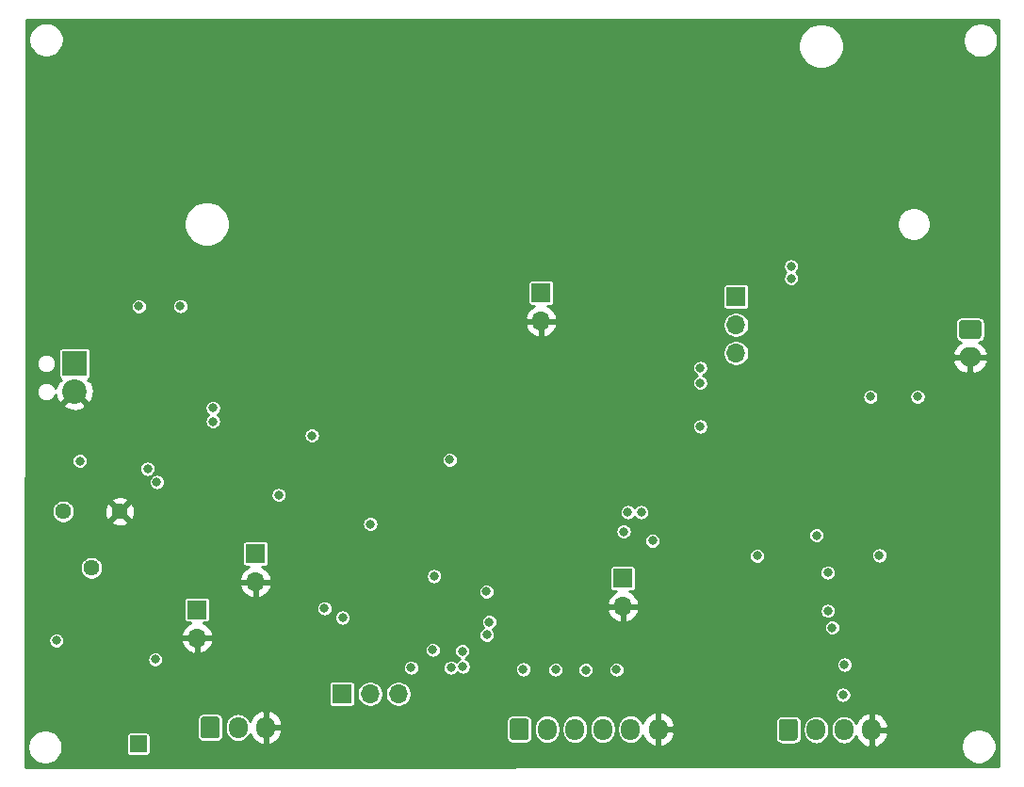
<source format=gbr>
%TF.GenerationSoftware,KiCad,Pcbnew,5.1.12-84ad8e8a86~92~ubuntu20.04.1*%
%TF.CreationDate,2022-07-31T12:46:28-07:00*%
%TF.ProjectId,MPPTSolarPwrModule,4d505054-536f-46c6-9172-5077724d6f64,rev?*%
%TF.SameCoordinates,Original*%
%TF.FileFunction,Copper,L3,Inr*%
%TF.FilePolarity,Positive*%
%FSLAX46Y46*%
G04 Gerber Fmt 4.6, Leading zero omitted, Abs format (unit mm)*
G04 Created by KiCad (PCBNEW 5.1.12-84ad8e8a86~92~ubuntu20.04.1) date 2022-07-31 12:46:28*
%MOMM*%
%LPD*%
G01*
G04 APERTURE LIST*
%TA.AperFunction,ComponentPad*%
%ADD10R,1.700000X1.700000*%
%TD*%
%TA.AperFunction,ComponentPad*%
%ADD11O,1.700000X1.700000*%
%TD*%
%TA.AperFunction,ComponentPad*%
%ADD12O,2.000000X1.700000*%
%TD*%
%TA.AperFunction,ComponentPad*%
%ADD13R,2.200000X2.200000*%
%TD*%
%TA.AperFunction,ComponentPad*%
%ADD14C,2.200000*%
%TD*%
%TA.AperFunction,ComponentPad*%
%ADD15C,1.440000*%
%TD*%
%TA.AperFunction,ComponentPad*%
%ADD16R,1.500000X1.500000*%
%TD*%
%TA.AperFunction,ComponentPad*%
%ADD17O,1.700000X1.950000*%
%TD*%
%TA.AperFunction,ViaPad*%
%ADD18C,0.800000*%
%TD*%
%TA.AperFunction,Conductor*%
%ADD19C,0.254000*%
%TD*%
%TA.AperFunction,Conductor*%
%ADD20C,0.100000*%
%TD*%
G04 APERTURE END LIST*
D10*
%TO.N,/NTC*%
%TO.C,J2*%
X113490000Y-86870000D03*
D11*
%TO.N,GND*%
X113490000Y-89410000D03*
%TD*%
D10*
%TO.N,Net-(C2-Pad1)*%
%TO.C,J4*%
X108240000Y-91910000D03*
D11*
%TO.N,GND*%
X108240000Y-94450000D03*
%TD*%
%TO.N,GND*%
%TO.C,J5*%
X146519100Y-91637400D03*
D10*
%TO.N,Net-(J5-Pad1)*%
X146519100Y-89097400D03*
%TD*%
%TO.N,/VSP+*%
%TO.C,J9*%
X156690000Y-63760000D03*
D11*
%TO.N,Net-(D7-Pad2)*%
X156690000Y-66300000D03*
%TO.N,/V_SPBC+*%
X156690000Y-68840000D03*
%TD*%
D12*
%TO.N,GND*%
%TO.C,J10*%
X177740000Y-69210000D03*
%TO.N,/VOUT-*%
%TA.AperFunction,ComponentPad*%
G36*
G01*
X176990000Y-65860000D02*
X178490000Y-65860000D01*
G75*
G02*
X178740000Y-66110000I0J-250000D01*
G01*
X178740000Y-67310000D01*
G75*
G02*
X178490000Y-67560000I-250000J0D01*
G01*
X176990000Y-67560000D01*
G75*
G02*
X176740000Y-67310000I0J250000D01*
G01*
X176740000Y-66110000D01*
G75*
G02*
X176990000Y-65860000I250000J0D01*
G01*
G37*
%TD.AperFunction*%
%TD*%
D13*
%TO.N,/VSP+*%
%TO.C,J1*%
X97240000Y-69760000D03*
D14*
%TO.N,GND*%
X97240000Y-72300000D03*
%TD*%
D15*
%TO.N,GND*%
%TO.C,RV1*%
X101295000Y-83085000D03*
%TO.N,/VIN_SET*%
X98755000Y-88165000D03*
%TO.N,/VSP-*%
X96215000Y-83085000D03*
%TD*%
D10*
%TO.N,/VBAT+*%
%TO.C,J6*%
X121258800Y-99486000D03*
D11*
%TO.N,/VPU_D*%
X123798800Y-99486000D03*
%TO.N,/VPU*%
X126338800Y-99486000D03*
%TD*%
D16*
%TO.N,/VIN_SET*%
%TO.C,TP1*%
X102970800Y-103981800D03*
%TD*%
D10*
%TO.N,Net-(J11-Pad1)*%
%TO.C,J11*%
X139165800Y-63418000D03*
D11*
%TO.N,GND*%
X139165800Y-65958000D03*
%TD*%
%TO.N,/VS*%
%TO.C,J7*%
%TA.AperFunction,ComponentPad*%
G36*
G01*
X160540800Y-103436800D02*
X160540800Y-101986800D01*
G75*
G02*
X160790800Y-101736800I250000J0D01*
G01*
X161990800Y-101736800D01*
G75*
G02*
X162240800Y-101986800I0J-250000D01*
G01*
X162240800Y-103436800D01*
G75*
G02*
X161990800Y-103686800I-250000J0D01*
G01*
X160790800Y-103686800D01*
G75*
G02*
X160540800Y-103436800I0J250000D01*
G01*
G37*
%TD.AperFunction*%
D17*
%TO.N,/SCL*%
X163890800Y-102711800D03*
%TO.N,/SDA*%
X166390800Y-102711800D03*
%TO.N,GND*%
X168890800Y-102711800D03*
%TD*%
%TO.N,/VPU*%
%TO.C,J8*%
%TA.AperFunction,ComponentPad*%
G36*
G01*
X136360000Y-103386000D02*
X136360000Y-101936000D01*
G75*
G02*
X136610000Y-101686000I250000J0D01*
G01*
X137810000Y-101686000D01*
G75*
G02*
X138060000Y-101936000I0J-250000D01*
G01*
X138060000Y-103386000D01*
G75*
G02*
X137810000Y-103636000I-250000J0D01*
G01*
X136610000Y-103636000D01*
G75*
G02*
X136360000Y-103386000I0J250000D01*
G01*
G37*
%TD.AperFunction*%
%TO.N,/WARN*%
X139710000Y-102661000D03*
%TO.N,/CRIT*%
X142210000Y-102661000D03*
%TO.N,/PV*%
X144710000Y-102661000D03*
%TO.N,/TC*%
X147210000Y-102661000D03*
%TO.N,GND*%
X149710000Y-102661000D03*
%TD*%
%TO.N,/CHRG*%
%TO.C,J3*%
%TA.AperFunction,ComponentPad*%
G36*
G01*
X108572400Y-103233600D02*
X108572400Y-101783600D01*
G75*
G02*
X108822400Y-101533600I250000J0D01*
G01*
X110022400Y-101533600D01*
G75*
G02*
X110272400Y-101783600I0J-250000D01*
G01*
X110272400Y-103233600D01*
G75*
G02*
X110022400Y-103483600I-250000J0D01*
G01*
X108822400Y-103483600D01*
G75*
G02*
X108572400Y-103233600I0J250000D01*
G01*
G37*
%TD.AperFunction*%
%TO.N,/FAULT*%
X111922400Y-102508600D03*
%TO.N,GND*%
X114422400Y-102508600D03*
%TD*%
D18*
%TO.N,GND*%
X97662200Y-47136600D03*
X97586000Y-50997400D03*
X99872000Y-51022800D03*
X99795800Y-47136600D03*
X103580400Y-74390800D03*
X106234700Y-84258700D03*
X110400300Y-68574200D03*
X110463800Y-79521600D03*
X141426400Y-69387000D03*
X130539600Y-92217200D03*
X133463500Y-86976500D03*
X128751800Y-87116200D03*
X155701200Y-86633600D03*
X169620400Y-90164200D03*
X173024000Y-90164200D03*
X152564300Y-62148000D03*
X151395900Y-62148000D03*
X154065440Y-96793600D03*
X160349400Y-90325490D03*
X160395120Y-83844680D03*
X160425600Y-96806300D03*
X159324932Y-96798680D03*
X158224266Y-96808840D03*
X157123600Y-96808840D03*
X161340000Y-78124600D03*
X158459640Y-78119520D03*
X158459640Y-76854600D03*
X148147240Y-71546000D03*
X148147240Y-70194720D03*
X123976600Y-92983600D03*
X112673600Y-93466200D03*
X121335006Y-90483670D03*
%TO.N,/CHRG*%
X104621800Y-80436000D03*
X104494800Y-96387200D03*
%TO.N,/NTC*%
X115594600Y-81604400D03*
%TO.N,Net-(R6-Pad2)*%
X103809000Y-79242200D03*
X97713000Y-78543700D03*
%TO.N,/VBAT+*%
X123819120Y-84205360D03*
%TO.N,/VSP-*%
X148163700Y-83147500D03*
X146969900Y-83147500D03*
X109676400Y-73755800D03*
X109676400Y-74975000D03*
%TO.N,Net-(C3-Pad2)*%
X146587680Y-84881000D03*
X168766960Y-72765200D03*
%TO.N,Net-(C3-Pad1)*%
X149178480Y-85714120D03*
X173003680Y-72749960D03*
%TO.N,Net-(C5-Pad2)*%
X103021600Y-64637200D03*
X121335000Y-92628000D03*
%TO.N,Net-(C5-Pad1)*%
X106755400Y-64611800D03*
X119709400Y-91789800D03*
%TO.N,Net-(C8-Pad2)*%
X130961600Y-78429400D03*
X118566400Y-76245000D03*
%TO.N,Net-(C11-Pad2)*%
X164931560Y-88574160D03*
X164946800Y-92023480D03*
%TO.N,Net-(C17-Pad1)*%
X158584100Y-87078100D03*
X163915560Y-85236600D03*
%TO.N,Net-(C20-Pad1)*%
X161644800Y-61030400D03*
X161644800Y-62122600D03*
X153466000Y-75432200D03*
X153466000Y-71520600D03*
X153466000Y-70174400D03*
%TO.N,/VSP+*%
X95604800Y-94685400D03*
%TO.N,/SCL*%
X166313320Y-99567280D03*
X131063200Y-97123800D03*
%TO.N,/SDA*%
X166435240Y-96859640D03*
X132130000Y-97022200D03*
%TO.N,/PV*%
X134517600Y-93009000D03*
X143179000Y-97327000D03*
%TO.N,/CRIT*%
X134289000Y-94177400D03*
X140461200Y-97301600D03*
%TO.N,/WARN*%
X132079200Y-95650600D03*
X137565600Y-97276200D03*
%TO.N,/TC*%
X134258520Y-90275960D03*
X145947600Y-97301600D03*
%TO.N,Net-(JP1-Pad1)*%
X129437600Y-95523600D03*
X127481800Y-97123800D03*
%TO.N,Net-(R30-Pad2)*%
X165327800Y-93517000D03*
X169569600Y-87034920D03*
%TO.N,/VPU_D*%
X129564600Y-88894202D03*
%TD*%
D19*
%TO.N,GND*%
X180262976Y-106001174D02*
X92861648Y-106051826D01*
X92862379Y-104110959D01*
X93011800Y-104110959D01*
X93011800Y-104421601D01*
X93072404Y-104726274D01*
X93191281Y-105013269D01*
X93363864Y-105271559D01*
X93583521Y-105491216D01*
X93841811Y-105663799D01*
X94128806Y-105782676D01*
X94433479Y-105843280D01*
X94744121Y-105843280D01*
X95048794Y-105782676D01*
X95335789Y-105663799D01*
X95594079Y-105491216D01*
X95813736Y-105271559D01*
X95986319Y-105013269D01*
X96105196Y-104726274D01*
X96165800Y-104421601D01*
X96165800Y-104110959D01*
X96105196Y-103806286D01*
X95986319Y-103519291D01*
X95813736Y-103261001D01*
X95784535Y-103231800D01*
X101892218Y-103231800D01*
X101892218Y-104731800D01*
X101898532Y-104795903D01*
X101917230Y-104857543D01*
X101947594Y-104914350D01*
X101988457Y-104964143D01*
X102038250Y-105005006D01*
X102095057Y-105035370D01*
X102156697Y-105054068D01*
X102220800Y-105060382D01*
X103720800Y-105060382D01*
X103784903Y-105054068D01*
X103846543Y-105035370D01*
X103903350Y-105005006D01*
X103953143Y-104964143D01*
X103994006Y-104914350D01*
X104024370Y-104857543D01*
X104043068Y-104795903D01*
X104049382Y-104731800D01*
X104049382Y-103231800D01*
X104043068Y-103167697D01*
X104024370Y-103106057D01*
X103994006Y-103049250D01*
X103953143Y-102999457D01*
X103903350Y-102958594D01*
X103846543Y-102928230D01*
X103784903Y-102909532D01*
X103720800Y-102903218D01*
X102220800Y-102903218D01*
X102156697Y-102909532D01*
X102095057Y-102928230D01*
X102038250Y-102958594D01*
X101988457Y-102999457D01*
X101947594Y-103049250D01*
X101917230Y-103106057D01*
X101898532Y-103167697D01*
X101892218Y-103231800D01*
X95784535Y-103231800D01*
X95594079Y-103041344D01*
X95335789Y-102868761D01*
X95048794Y-102749884D01*
X94744121Y-102689280D01*
X94433479Y-102689280D01*
X94128806Y-102749884D01*
X93841811Y-102868761D01*
X93583521Y-103041344D01*
X93363864Y-103261001D01*
X93191281Y-103519291D01*
X93072404Y-103806286D01*
X93011800Y-104110959D01*
X92862379Y-104110959D01*
X92863255Y-101783600D01*
X108243818Y-101783600D01*
X108243818Y-103233600D01*
X108254935Y-103346476D01*
X108287860Y-103455014D01*
X108341327Y-103555043D01*
X108413281Y-103642719D01*
X108500957Y-103714673D01*
X108600986Y-103768140D01*
X108709524Y-103801065D01*
X108822400Y-103812182D01*
X110022400Y-103812182D01*
X110135276Y-103801065D01*
X110243814Y-103768140D01*
X110343843Y-103714673D01*
X110431519Y-103642719D01*
X110503473Y-103555043D01*
X110556940Y-103455014D01*
X110589865Y-103346476D01*
X110600982Y-103233600D01*
X110600982Y-102325789D01*
X110745400Y-102325789D01*
X110745400Y-102691412D01*
X110762431Y-102864332D01*
X110829733Y-103086197D01*
X110939026Y-103290670D01*
X111086110Y-103469891D01*
X111265331Y-103616974D01*
X111469804Y-103726267D01*
X111691669Y-103793569D01*
X111922400Y-103816294D01*
X112153132Y-103793569D01*
X112374997Y-103726267D01*
X112579470Y-103616974D01*
X112758691Y-103469891D01*
X112905774Y-103290669D01*
X113013926Y-103088330D01*
X113029958Y-103149430D01*
X113157347Y-103411170D01*
X113333351Y-103643029D01*
X113551207Y-103836096D01*
X113802542Y-103982952D01*
X114065510Y-104075076D01*
X114295400Y-103953755D01*
X114295400Y-102635600D01*
X114549400Y-102635600D01*
X114549400Y-103953755D01*
X114779290Y-104075076D01*
X115042258Y-103982952D01*
X115293593Y-103836096D01*
X115511449Y-103643029D01*
X115687453Y-103411170D01*
X115814842Y-103149430D01*
X115888720Y-102867867D01*
X115748565Y-102635600D01*
X114549400Y-102635600D01*
X114295400Y-102635600D01*
X114275400Y-102635600D01*
X114275400Y-102381600D01*
X114295400Y-102381600D01*
X114295400Y-101063445D01*
X114549400Y-101063445D01*
X114549400Y-102381600D01*
X115748565Y-102381600D01*
X115888720Y-102149333D01*
X115832745Y-101936000D01*
X136031418Y-101936000D01*
X136031418Y-103386000D01*
X136042535Y-103498876D01*
X136075460Y-103607414D01*
X136128927Y-103707443D01*
X136200881Y-103795119D01*
X136288557Y-103867073D01*
X136388586Y-103920540D01*
X136497124Y-103953465D01*
X136610000Y-103964582D01*
X137810000Y-103964582D01*
X137922876Y-103953465D01*
X138031414Y-103920540D01*
X138131443Y-103867073D01*
X138219119Y-103795119D01*
X138291073Y-103707443D01*
X138344540Y-103607414D01*
X138377465Y-103498876D01*
X138388582Y-103386000D01*
X138388582Y-102478189D01*
X138533000Y-102478189D01*
X138533000Y-102843812D01*
X138550031Y-103016732D01*
X138617333Y-103238597D01*
X138726626Y-103443070D01*
X138873710Y-103622291D01*
X139052931Y-103769374D01*
X139257404Y-103878667D01*
X139479269Y-103945969D01*
X139710000Y-103968694D01*
X139940732Y-103945969D01*
X140162597Y-103878667D01*
X140367070Y-103769374D01*
X140546291Y-103622291D01*
X140693374Y-103443069D01*
X140802667Y-103238596D01*
X140869969Y-103016731D01*
X140887000Y-102843811D01*
X140887000Y-102478189D01*
X141033000Y-102478189D01*
X141033000Y-102843812D01*
X141050031Y-103016732D01*
X141117333Y-103238597D01*
X141226626Y-103443070D01*
X141373710Y-103622291D01*
X141552931Y-103769374D01*
X141757404Y-103878667D01*
X141979269Y-103945969D01*
X142210000Y-103968694D01*
X142440732Y-103945969D01*
X142662597Y-103878667D01*
X142867070Y-103769374D01*
X143046291Y-103622291D01*
X143193374Y-103443069D01*
X143302667Y-103238596D01*
X143369969Y-103016731D01*
X143387000Y-102843811D01*
X143387000Y-102478189D01*
X143533000Y-102478189D01*
X143533000Y-102843812D01*
X143550031Y-103016732D01*
X143617333Y-103238597D01*
X143726626Y-103443070D01*
X143873710Y-103622291D01*
X144052931Y-103769374D01*
X144257404Y-103878667D01*
X144479269Y-103945969D01*
X144710000Y-103968694D01*
X144940732Y-103945969D01*
X145162597Y-103878667D01*
X145367070Y-103769374D01*
X145546291Y-103622291D01*
X145693374Y-103443069D01*
X145802667Y-103238596D01*
X145869969Y-103016731D01*
X145887000Y-102843811D01*
X145887000Y-102478189D01*
X146033000Y-102478189D01*
X146033000Y-102843812D01*
X146050031Y-103016732D01*
X146117333Y-103238597D01*
X146226626Y-103443070D01*
X146373710Y-103622291D01*
X146552931Y-103769374D01*
X146757404Y-103878667D01*
X146979269Y-103945969D01*
X147210000Y-103968694D01*
X147440732Y-103945969D01*
X147662597Y-103878667D01*
X147867070Y-103769374D01*
X148046291Y-103622291D01*
X148193374Y-103443069D01*
X148301526Y-103240730D01*
X148317558Y-103301830D01*
X148444947Y-103563570D01*
X148620951Y-103795429D01*
X148838807Y-103988496D01*
X149090142Y-104135352D01*
X149353110Y-104227476D01*
X149583000Y-104106155D01*
X149583000Y-102788000D01*
X149837000Y-102788000D01*
X149837000Y-104106155D01*
X150066890Y-104227476D01*
X150329858Y-104135352D01*
X150581193Y-103988496D01*
X150799049Y-103795429D01*
X150975053Y-103563570D01*
X151102442Y-103301830D01*
X151176320Y-103020267D01*
X151036165Y-102788000D01*
X149837000Y-102788000D01*
X149583000Y-102788000D01*
X149563000Y-102788000D01*
X149563000Y-102534000D01*
X149583000Y-102534000D01*
X149583000Y-101215845D01*
X149837000Y-101215845D01*
X149837000Y-102534000D01*
X151036165Y-102534000D01*
X151176320Y-102301733D01*
X151102442Y-102020170D01*
X151086201Y-101986800D01*
X160212218Y-101986800D01*
X160212218Y-103436800D01*
X160223335Y-103549676D01*
X160256260Y-103658214D01*
X160309727Y-103758243D01*
X160381681Y-103845919D01*
X160469357Y-103917873D01*
X160569386Y-103971340D01*
X160677924Y-104004265D01*
X160790800Y-104015382D01*
X161990800Y-104015382D01*
X162103676Y-104004265D01*
X162212214Y-103971340D01*
X162312243Y-103917873D01*
X162399919Y-103845919D01*
X162471873Y-103758243D01*
X162525340Y-103658214D01*
X162558265Y-103549676D01*
X162569382Y-103436800D01*
X162569382Y-102528989D01*
X162713800Y-102528989D01*
X162713800Y-102894612D01*
X162730831Y-103067532D01*
X162798133Y-103289397D01*
X162907426Y-103493870D01*
X163054510Y-103673091D01*
X163233731Y-103820174D01*
X163438204Y-103929467D01*
X163660069Y-103996769D01*
X163890800Y-104019494D01*
X164121532Y-103996769D01*
X164343397Y-103929467D01*
X164547870Y-103820174D01*
X164727091Y-103673091D01*
X164874174Y-103493869D01*
X164983467Y-103289396D01*
X165050769Y-103067531D01*
X165067800Y-102894611D01*
X165067800Y-102528989D01*
X165213800Y-102528989D01*
X165213800Y-102894612D01*
X165230831Y-103067532D01*
X165298133Y-103289397D01*
X165407426Y-103493870D01*
X165554510Y-103673091D01*
X165733731Y-103820174D01*
X165938204Y-103929467D01*
X166160069Y-103996769D01*
X166390800Y-104019494D01*
X166621532Y-103996769D01*
X166843397Y-103929467D01*
X167047870Y-103820174D01*
X167227091Y-103673091D01*
X167374174Y-103493869D01*
X167482326Y-103291530D01*
X167498358Y-103352630D01*
X167625747Y-103614370D01*
X167801751Y-103846229D01*
X168019607Y-104039296D01*
X168270942Y-104186152D01*
X168533910Y-104278276D01*
X168763800Y-104156955D01*
X168763800Y-102838800D01*
X169017800Y-102838800D01*
X169017800Y-104156955D01*
X169247690Y-104278276D01*
X169510658Y-104186152D01*
X169726287Y-104060159D01*
X176928320Y-104060159D01*
X176928320Y-104370801D01*
X176988924Y-104675474D01*
X177107801Y-104962469D01*
X177280384Y-105220759D01*
X177500041Y-105440416D01*
X177758331Y-105612999D01*
X178045326Y-105731876D01*
X178349999Y-105792480D01*
X178660641Y-105792480D01*
X178965314Y-105731876D01*
X179252309Y-105612999D01*
X179510599Y-105440416D01*
X179730256Y-105220759D01*
X179902839Y-104962469D01*
X180021716Y-104675474D01*
X180082320Y-104370801D01*
X180082320Y-104060159D01*
X180021716Y-103755486D01*
X179902839Y-103468491D01*
X179730256Y-103210201D01*
X179510599Y-102990544D01*
X179252309Y-102817961D01*
X178965314Y-102699084D01*
X178660641Y-102638480D01*
X178349999Y-102638480D01*
X178045326Y-102699084D01*
X177758331Y-102817961D01*
X177500041Y-102990544D01*
X177280384Y-103210201D01*
X177107801Y-103468491D01*
X176988924Y-103755486D01*
X176928320Y-104060159D01*
X169726287Y-104060159D01*
X169761993Y-104039296D01*
X169979849Y-103846229D01*
X170155853Y-103614370D01*
X170283242Y-103352630D01*
X170357120Y-103071067D01*
X170216965Y-102838800D01*
X169017800Y-102838800D01*
X168763800Y-102838800D01*
X168743800Y-102838800D01*
X168743800Y-102584800D01*
X168763800Y-102584800D01*
X168763800Y-101266645D01*
X169017800Y-101266645D01*
X169017800Y-102584800D01*
X170216965Y-102584800D01*
X170357120Y-102352533D01*
X170283242Y-102070970D01*
X170155853Y-101809230D01*
X169979849Y-101577371D01*
X169761993Y-101384304D01*
X169510658Y-101237448D01*
X169247690Y-101145324D01*
X169017800Y-101266645D01*
X168763800Y-101266645D01*
X168533910Y-101145324D01*
X168270942Y-101237448D01*
X168019607Y-101384304D01*
X167801751Y-101577371D01*
X167625747Y-101809230D01*
X167498358Y-102070970D01*
X167482326Y-102132069D01*
X167374174Y-101929730D01*
X167227091Y-101750509D01*
X167047869Y-101603426D01*
X166843396Y-101494133D01*
X166621531Y-101426831D01*
X166390800Y-101404106D01*
X166160068Y-101426831D01*
X165938203Y-101494133D01*
X165733730Y-101603426D01*
X165554509Y-101750509D01*
X165407426Y-101929731D01*
X165298133Y-102134204D01*
X165230831Y-102356069D01*
X165213800Y-102528989D01*
X165067800Y-102528989D01*
X165067800Y-102528988D01*
X165050769Y-102356068D01*
X164983467Y-102134203D01*
X164874174Y-101929730D01*
X164727091Y-101750509D01*
X164547869Y-101603426D01*
X164343396Y-101494133D01*
X164121531Y-101426831D01*
X163890800Y-101404106D01*
X163660068Y-101426831D01*
X163438203Y-101494133D01*
X163233730Y-101603426D01*
X163054509Y-101750509D01*
X162907426Y-101929731D01*
X162798133Y-102134204D01*
X162730831Y-102356069D01*
X162713800Y-102528989D01*
X162569382Y-102528989D01*
X162569382Y-101986800D01*
X162558265Y-101873924D01*
X162525340Y-101765386D01*
X162471873Y-101665357D01*
X162399919Y-101577681D01*
X162312243Y-101505727D01*
X162212214Y-101452260D01*
X162103676Y-101419335D01*
X161990800Y-101408218D01*
X160790800Y-101408218D01*
X160677924Y-101419335D01*
X160569386Y-101452260D01*
X160469357Y-101505727D01*
X160381681Y-101577681D01*
X160309727Y-101665357D01*
X160256260Y-101765386D01*
X160223335Y-101873924D01*
X160212218Y-101986800D01*
X151086201Y-101986800D01*
X150975053Y-101758430D01*
X150799049Y-101526571D01*
X150581193Y-101333504D01*
X150329858Y-101186648D01*
X150066890Y-101094524D01*
X149837000Y-101215845D01*
X149583000Y-101215845D01*
X149353110Y-101094524D01*
X149090142Y-101186648D01*
X148838807Y-101333504D01*
X148620951Y-101526571D01*
X148444947Y-101758430D01*
X148317558Y-102020170D01*
X148301526Y-102081269D01*
X148193374Y-101878930D01*
X148046291Y-101699709D01*
X147867069Y-101552626D01*
X147662596Y-101443333D01*
X147440731Y-101376031D01*
X147210000Y-101353306D01*
X146979268Y-101376031D01*
X146757403Y-101443333D01*
X146552930Y-101552626D01*
X146373709Y-101699709D01*
X146226626Y-101878931D01*
X146117333Y-102083404D01*
X146050031Y-102305269D01*
X146033000Y-102478189D01*
X145887000Y-102478189D01*
X145887000Y-102478188D01*
X145869969Y-102305268D01*
X145802667Y-102083403D01*
X145693374Y-101878930D01*
X145546291Y-101699709D01*
X145367069Y-101552626D01*
X145162596Y-101443333D01*
X144940731Y-101376031D01*
X144710000Y-101353306D01*
X144479268Y-101376031D01*
X144257403Y-101443333D01*
X144052930Y-101552626D01*
X143873709Y-101699709D01*
X143726626Y-101878931D01*
X143617333Y-102083404D01*
X143550031Y-102305269D01*
X143533000Y-102478189D01*
X143387000Y-102478189D01*
X143387000Y-102478188D01*
X143369969Y-102305268D01*
X143302667Y-102083403D01*
X143193374Y-101878930D01*
X143046291Y-101699709D01*
X142867069Y-101552626D01*
X142662596Y-101443333D01*
X142440731Y-101376031D01*
X142210000Y-101353306D01*
X141979268Y-101376031D01*
X141757403Y-101443333D01*
X141552930Y-101552626D01*
X141373709Y-101699709D01*
X141226626Y-101878931D01*
X141117333Y-102083404D01*
X141050031Y-102305269D01*
X141033000Y-102478189D01*
X140887000Y-102478189D01*
X140887000Y-102478188D01*
X140869969Y-102305268D01*
X140802667Y-102083403D01*
X140693374Y-101878930D01*
X140546291Y-101699709D01*
X140367069Y-101552626D01*
X140162596Y-101443333D01*
X139940731Y-101376031D01*
X139710000Y-101353306D01*
X139479268Y-101376031D01*
X139257403Y-101443333D01*
X139052930Y-101552626D01*
X138873709Y-101699709D01*
X138726626Y-101878931D01*
X138617333Y-102083404D01*
X138550031Y-102305269D01*
X138533000Y-102478189D01*
X138388582Y-102478189D01*
X138388582Y-101936000D01*
X138377465Y-101823124D01*
X138344540Y-101714586D01*
X138291073Y-101614557D01*
X138219119Y-101526881D01*
X138131443Y-101454927D01*
X138031414Y-101401460D01*
X137922876Y-101368535D01*
X137810000Y-101357418D01*
X136610000Y-101357418D01*
X136497124Y-101368535D01*
X136388586Y-101401460D01*
X136288557Y-101454927D01*
X136200881Y-101526881D01*
X136128927Y-101614557D01*
X136075460Y-101714586D01*
X136042535Y-101823124D01*
X136031418Y-101936000D01*
X115832745Y-101936000D01*
X115814842Y-101867770D01*
X115687453Y-101606030D01*
X115511449Y-101374171D01*
X115293593Y-101181104D01*
X115042258Y-101034248D01*
X114779290Y-100942124D01*
X114549400Y-101063445D01*
X114295400Y-101063445D01*
X114065510Y-100942124D01*
X113802542Y-101034248D01*
X113551207Y-101181104D01*
X113333351Y-101374171D01*
X113157347Y-101606030D01*
X113029958Y-101867770D01*
X113013926Y-101928869D01*
X112905774Y-101726530D01*
X112758691Y-101547309D01*
X112579469Y-101400226D01*
X112374996Y-101290933D01*
X112153131Y-101223631D01*
X111922400Y-101200906D01*
X111691668Y-101223631D01*
X111469803Y-101290933D01*
X111265330Y-101400226D01*
X111086109Y-101547309D01*
X110939026Y-101726531D01*
X110829733Y-101931004D01*
X110762431Y-102152869D01*
X110745400Y-102325789D01*
X110600982Y-102325789D01*
X110600982Y-101783600D01*
X110589865Y-101670724D01*
X110556940Y-101562186D01*
X110503473Y-101462157D01*
X110431519Y-101374481D01*
X110343843Y-101302527D01*
X110243814Y-101249060D01*
X110135276Y-101216135D01*
X110022400Y-101205018D01*
X108822400Y-101205018D01*
X108709524Y-101216135D01*
X108600986Y-101249060D01*
X108500957Y-101302527D01*
X108413281Y-101374481D01*
X108341327Y-101462157D01*
X108287860Y-101562186D01*
X108254935Y-101670724D01*
X108243818Y-101783600D01*
X92863255Y-101783600D01*
X92864441Y-98636000D01*
X120080218Y-98636000D01*
X120080218Y-100336000D01*
X120086532Y-100400103D01*
X120105230Y-100461743D01*
X120135594Y-100518550D01*
X120176457Y-100568343D01*
X120226250Y-100609206D01*
X120283057Y-100639570D01*
X120344697Y-100658268D01*
X120408800Y-100664582D01*
X122108800Y-100664582D01*
X122172903Y-100658268D01*
X122234543Y-100639570D01*
X122291350Y-100609206D01*
X122341143Y-100568343D01*
X122382006Y-100518550D01*
X122412370Y-100461743D01*
X122431068Y-100400103D01*
X122437382Y-100336000D01*
X122437382Y-99370076D01*
X122621800Y-99370076D01*
X122621800Y-99601924D01*
X122667031Y-99829318D01*
X122755756Y-100043519D01*
X122884564Y-100236294D01*
X123048506Y-100400236D01*
X123241281Y-100529044D01*
X123455482Y-100617769D01*
X123682876Y-100663000D01*
X123914724Y-100663000D01*
X124142118Y-100617769D01*
X124356319Y-100529044D01*
X124549094Y-100400236D01*
X124713036Y-100236294D01*
X124841844Y-100043519D01*
X124930569Y-99829318D01*
X124975800Y-99601924D01*
X124975800Y-99370076D01*
X125161800Y-99370076D01*
X125161800Y-99601924D01*
X125207031Y-99829318D01*
X125295756Y-100043519D01*
X125424564Y-100236294D01*
X125588506Y-100400236D01*
X125781281Y-100529044D01*
X125995482Y-100617769D01*
X126222876Y-100663000D01*
X126454724Y-100663000D01*
X126682118Y-100617769D01*
X126896319Y-100529044D01*
X127089094Y-100400236D01*
X127253036Y-100236294D01*
X127381844Y-100043519D01*
X127470569Y-99829318D01*
X127515800Y-99601924D01*
X127515800Y-99495677D01*
X165586320Y-99495677D01*
X165586320Y-99638883D01*
X165614258Y-99779338D01*
X165669061Y-99911644D01*
X165748622Y-100030716D01*
X165849884Y-100131978D01*
X165968956Y-100211539D01*
X166101262Y-100266342D01*
X166241717Y-100294280D01*
X166384923Y-100294280D01*
X166525378Y-100266342D01*
X166657684Y-100211539D01*
X166776756Y-100131978D01*
X166878018Y-100030716D01*
X166957579Y-99911644D01*
X167012382Y-99779338D01*
X167040320Y-99638883D01*
X167040320Y-99495677D01*
X167012382Y-99355222D01*
X166957579Y-99222916D01*
X166878018Y-99103844D01*
X166776756Y-99002582D01*
X166657684Y-98923021D01*
X166525378Y-98868218D01*
X166384923Y-98840280D01*
X166241717Y-98840280D01*
X166101262Y-98868218D01*
X165968956Y-98923021D01*
X165849884Y-99002582D01*
X165748622Y-99103844D01*
X165669061Y-99222916D01*
X165614258Y-99355222D01*
X165586320Y-99495677D01*
X127515800Y-99495677D01*
X127515800Y-99370076D01*
X127470569Y-99142682D01*
X127381844Y-98928481D01*
X127253036Y-98735706D01*
X127089094Y-98571764D01*
X126896319Y-98442956D01*
X126682118Y-98354231D01*
X126454724Y-98309000D01*
X126222876Y-98309000D01*
X125995482Y-98354231D01*
X125781281Y-98442956D01*
X125588506Y-98571764D01*
X125424564Y-98735706D01*
X125295756Y-98928481D01*
X125207031Y-99142682D01*
X125161800Y-99370076D01*
X124975800Y-99370076D01*
X124930569Y-99142682D01*
X124841844Y-98928481D01*
X124713036Y-98735706D01*
X124549094Y-98571764D01*
X124356319Y-98442956D01*
X124142118Y-98354231D01*
X123914724Y-98309000D01*
X123682876Y-98309000D01*
X123455482Y-98354231D01*
X123241281Y-98442956D01*
X123048506Y-98571764D01*
X122884564Y-98735706D01*
X122755756Y-98928481D01*
X122667031Y-99142682D01*
X122621800Y-99370076D01*
X122437382Y-99370076D01*
X122437382Y-98636000D01*
X122431068Y-98571897D01*
X122412370Y-98510257D01*
X122382006Y-98453450D01*
X122341143Y-98403657D01*
X122291350Y-98362794D01*
X122234543Y-98332430D01*
X122172903Y-98313732D01*
X122108800Y-98307418D01*
X120408800Y-98307418D01*
X120344697Y-98313732D01*
X120283057Y-98332430D01*
X120226250Y-98362794D01*
X120176457Y-98403657D01*
X120135594Y-98453450D01*
X120105230Y-98510257D01*
X120086532Y-98571897D01*
X120080218Y-98636000D01*
X92864441Y-98636000D01*
X92865316Y-96315597D01*
X103767800Y-96315597D01*
X103767800Y-96458803D01*
X103795738Y-96599258D01*
X103850541Y-96731564D01*
X103930102Y-96850636D01*
X104031364Y-96951898D01*
X104150436Y-97031459D01*
X104282742Y-97086262D01*
X104423197Y-97114200D01*
X104566403Y-97114200D01*
X104706858Y-97086262D01*
X104789098Y-97052197D01*
X126754800Y-97052197D01*
X126754800Y-97195403D01*
X126782738Y-97335858D01*
X126837541Y-97468164D01*
X126917102Y-97587236D01*
X127018364Y-97688498D01*
X127137436Y-97768059D01*
X127269742Y-97822862D01*
X127410197Y-97850800D01*
X127553403Y-97850800D01*
X127693858Y-97822862D01*
X127826164Y-97768059D01*
X127945236Y-97688498D01*
X128046498Y-97587236D01*
X128126059Y-97468164D01*
X128180862Y-97335858D01*
X128208800Y-97195403D01*
X128208800Y-97052197D01*
X130336200Y-97052197D01*
X130336200Y-97195403D01*
X130364138Y-97335858D01*
X130418941Y-97468164D01*
X130498502Y-97587236D01*
X130599764Y-97688498D01*
X130718836Y-97768059D01*
X130851142Y-97822862D01*
X130991597Y-97850800D01*
X131134803Y-97850800D01*
X131275258Y-97822862D01*
X131407564Y-97768059D01*
X131526636Y-97688498D01*
X131627898Y-97587236D01*
X131643521Y-97563855D01*
X131666564Y-97586898D01*
X131785636Y-97666459D01*
X131917942Y-97721262D01*
X132058397Y-97749200D01*
X132201603Y-97749200D01*
X132342058Y-97721262D01*
X132474364Y-97666459D01*
X132593436Y-97586898D01*
X132694698Y-97485636D01*
X132774259Y-97366564D01*
X132829062Y-97234258D01*
X132834961Y-97204597D01*
X136838600Y-97204597D01*
X136838600Y-97347803D01*
X136866538Y-97488258D01*
X136921341Y-97620564D01*
X137000902Y-97739636D01*
X137102164Y-97840898D01*
X137221236Y-97920459D01*
X137353542Y-97975262D01*
X137493997Y-98003200D01*
X137637203Y-98003200D01*
X137777658Y-97975262D01*
X137909964Y-97920459D01*
X138029036Y-97840898D01*
X138130298Y-97739636D01*
X138209859Y-97620564D01*
X138264662Y-97488258D01*
X138292600Y-97347803D01*
X138292600Y-97229997D01*
X139734200Y-97229997D01*
X139734200Y-97373203D01*
X139762138Y-97513658D01*
X139816941Y-97645964D01*
X139896502Y-97765036D01*
X139997764Y-97866298D01*
X140116836Y-97945859D01*
X140249142Y-98000662D01*
X140389597Y-98028600D01*
X140532803Y-98028600D01*
X140673258Y-98000662D01*
X140805564Y-97945859D01*
X140924636Y-97866298D01*
X141025898Y-97765036D01*
X141105459Y-97645964D01*
X141160262Y-97513658D01*
X141188200Y-97373203D01*
X141188200Y-97255397D01*
X142452000Y-97255397D01*
X142452000Y-97398603D01*
X142479938Y-97539058D01*
X142534741Y-97671364D01*
X142614302Y-97790436D01*
X142715564Y-97891698D01*
X142834636Y-97971259D01*
X142966942Y-98026062D01*
X143107397Y-98054000D01*
X143250603Y-98054000D01*
X143391058Y-98026062D01*
X143523364Y-97971259D01*
X143642436Y-97891698D01*
X143743698Y-97790436D01*
X143823259Y-97671364D01*
X143878062Y-97539058D01*
X143906000Y-97398603D01*
X143906000Y-97255397D01*
X143900948Y-97229997D01*
X145220600Y-97229997D01*
X145220600Y-97373203D01*
X145248538Y-97513658D01*
X145303341Y-97645964D01*
X145382902Y-97765036D01*
X145484164Y-97866298D01*
X145603236Y-97945859D01*
X145735542Y-98000662D01*
X145875997Y-98028600D01*
X146019203Y-98028600D01*
X146159658Y-98000662D01*
X146291964Y-97945859D01*
X146411036Y-97866298D01*
X146512298Y-97765036D01*
X146591859Y-97645964D01*
X146646662Y-97513658D01*
X146674600Y-97373203D01*
X146674600Y-97229997D01*
X146646662Y-97089542D01*
X146591859Y-96957236D01*
X146512298Y-96838164D01*
X146462171Y-96788037D01*
X165708240Y-96788037D01*
X165708240Y-96931243D01*
X165736178Y-97071698D01*
X165790981Y-97204004D01*
X165870542Y-97323076D01*
X165971804Y-97424338D01*
X166090876Y-97503899D01*
X166223182Y-97558702D01*
X166363637Y-97586640D01*
X166506843Y-97586640D01*
X166647298Y-97558702D01*
X166779604Y-97503899D01*
X166898676Y-97424338D01*
X166999938Y-97323076D01*
X167079499Y-97204004D01*
X167134302Y-97071698D01*
X167162240Y-96931243D01*
X167162240Y-96788037D01*
X167134302Y-96647582D01*
X167079499Y-96515276D01*
X166999938Y-96396204D01*
X166898676Y-96294942D01*
X166779604Y-96215381D01*
X166647298Y-96160578D01*
X166506843Y-96132640D01*
X166363637Y-96132640D01*
X166223182Y-96160578D01*
X166090876Y-96215381D01*
X165971804Y-96294942D01*
X165870542Y-96396204D01*
X165790981Y-96515276D01*
X165736178Y-96647582D01*
X165708240Y-96788037D01*
X146462171Y-96788037D01*
X146411036Y-96736902D01*
X146291964Y-96657341D01*
X146159658Y-96602538D01*
X146019203Y-96574600D01*
X145875997Y-96574600D01*
X145735542Y-96602538D01*
X145603236Y-96657341D01*
X145484164Y-96736902D01*
X145382902Y-96838164D01*
X145303341Y-96957236D01*
X145248538Y-97089542D01*
X145220600Y-97229997D01*
X143900948Y-97229997D01*
X143878062Y-97114942D01*
X143823259Y-96982636D01*
X143743698Y-96863564D01*
X143642436Y-96762302D01*
X143523364Y-96682741D01*
X143391058Y-96627938D01*
X143250603Y-96600000D01*
X143107397Y-96600000D01*
X142966942Y-96627938D01*
X142834636Y-96682741D01*
X142715564Y-96762302D01*
X142614302Y-96863564D01*
X142534741Y-96982636D01*
X142479938Y-97114942D01*
X142452000Y-97255397D01*
X141188200Y-97255397D01*
X141188200Y-97229997D01*
X141160262Y-97089542D01*
X141105459Y-96957236D01*
X141025898Y-96838164D01*
X140924636Y-96736902D01*
X140805564Y-96657341D01*
X140673258Y-96602538D01*
X140532803Y-96574600D01*
X140389597Y-96574600D01*
X140249142Y-96602538D01*
X140116836Y-96657341D01*
X139997764Y-96736902D01*
X139896502Y-96838164D01*
X139816941Y-96957236D01*
X139762138Y-97089542D01*
X139734200Y-97229997D01*
X138292600Y-97229997D01*
X138292600Y-97204597D01*
X138264662Y-97064142D01*
X138209859Y-96931836D01*
X138130298Y-96812764D01*
X138029036Y-96711502D01*
X137909964Y-96631941D01*
X137777658Y-96577138D01*
X137637203Y-96549200D01*
X137493997Y-96549200D01*
X137353542Y-96577138D01*
X137221236Y-96631941D01*
X137102164Y-96711502D01*
X137000902Y-96812764D01*
X136921341Y-96931836D01*
X136866538Y-97064142D01*
X136838600Y-97204597D01*
X132834961Y-97204597D01*
X132857000Y-97093803D01*
X132857000Y-96950597D01*
X132829062Y-96810142D01*
X132774259Y-96677836D01*
X132694698Y-96558764D01*
X132593436Y-96457502D01*
X132474364Y-96377941D01*
X132348675Y-96325879D01*
X132423564Y-96294859D01*
X132542636Y-96215298D01*
X132643898Y-96114036D01*
X132723459Y-95994964D01*
X132778262Y-95862658D01*
X132806200Y-95722203D01*
X132806200Y-95578997D01*
X132778262Y-95438542D01*
X132723459Y-95306236D01*
X132643898Y-95187164D01*
X132542636Y-95085902D01*
X132423564Y-95006341D01*
X132291258Y-94951538D01*
X132150803Y-94923600D01*
X132007597Y-94923600D01*
X131867142Y-94951538D01*
X131734836Y-95006341D01*
X131615764Y-95085902D01*
X131514502Y-95187164D01*
X131434941Y-95306236D01*
X131380138Y-95438542D01*
X131352200Y-95578997D01*
X131352200Y-95722203D01*
X131380138Y-95862658D01*
X131434941Y-95994964D01*
X131514502Y-96114036D01*
X131615764Y-96215298D01*
X131734836Y-96294859D01*
X131860525Y-96346921D01*
X131785636Y-96377941D01*
X131666564Y-96457502D01*
X131565302Y-96558764D01*
X131549679Y-96582145D01*
X131526636Y-96559102D01*
X131407564Y-96479541D01*
X131275258Y-96424738D01*
X131134803Y-96396800D01*
X130991597Y-96396800D01*
X130851142Y-96424738D01*
X130718836Y-96479541D01*
X130599764Y-96559102D01*
X130498502Y-96660364D01*
X130418941Y-96779436D01*
X130364138Y-96911742D01*
X130336200Y-97052197D01*
X128208800Y-97052197D01*
X128180862Y-96911742D01*
X128126059Y-96779436D01*
X128046498Y-96660364D01*
X127945236Y-96559102D01*
X127826164Y-96479541D01*
X127693858Y-96424738D01*
X127553403Y-96396800D01*
X127410197Y-96396800D01*
X127269742Y-96424738D01*
X127137436Y-96479541D01*
X127018364Y-96559102D01*
X126917102Y-96660364D01*
X126837541Y-96779436D01*
X126782738Y-96911742D01*
X126754800Y-97052197D01*
X104789098Y-97052197D01*
X104839164Y-97031459D01*
X104958236Y-96951898D01*
X105059498Y-96850636D01*
X105139059Y-96731564D01*
X105193862Y-96599258D01*
X105221800Y-96458803D01*
X105221800Y-96315597D01*
X105193862Y-96175142D01*
X105139059Y-96042836D01*
X105059498Y-95923764D01*
X104958236Y-95822502D01*
X104839164Y-95742941D01*
X104706858Y-95688138D01*
X104566403Y-95660200D01*
X104423197Y-95660200D01*
X104282742Y-95688138D01*
X104150436Y-95742941D01*
X104031364Y-95822502D01*
X103930102Y-95923764D01*
X103850541Y-96042836D01*
X103795738Y-96175142D01*
X103767800Y-96315597D01*
X92865316Y-96315597D01*
X92865958Y-94613797D01*
X94877800Y-94613797D01*
X94877800Y-94757003D01*
X94905738Y-94897458D01*
X94960541Y-95029764D01*
X95040102Y-95148836D01*
X95141364Y-95250098D01*
X95260436Y-95329659D01*
X95392742Y-95384462D01*
X95533197Y-95412400D01*
X95676403Y-95412400D01*
X95816858Y-95384462D01*
X95949164Y-95329659D01*
X96068236Y-95250098D01*
X96169498Y-95148836D01*
X96249059Y-95029764D01*
X96303862Y-94897458D01*
X96321876Y-94806890D01*
X106798524Y-94806890D01*
X106843175Y-94954099D01*
X106968359Y-95216920D01*
X107142412Y-95450269D01*
X107358645Y-95645178D01*
X107608748Y-95794157D01*
X107883109Y-95891481D01*
X108113000Y-95770814D01*
X108113000Y-94577000D01*
X108367000Y-94577000D01*
X108367000Y-95770814D01*
X108596891Y-95891481D01*
X108871252Y-95794157D01*
X109121355Y-95645178D01*
X109335670Y-95451997D01*
X128710600Y-95451997D01*
X128710600Y-95595203D01*
X128738538Y-95735658D01*
X128793341Y-95867964D01*
X128872902Y-95987036D01*
X128974164Y-96088298D01*
X129093236Y-96167859D01*
X129225542Y-96222662D01*
X129365997Y-96250600D01*
X129509203Y-96250600D01*
X129649658Y-96222662D01*
X129781964Y-96167859D01*
X129901036Y-96088298D01*
X130002298Y-95987036D01*
X130081859Y-95867964D01*
X130136662Y-95735658D01*
X130164600Y-95595203D01*
X130164600Y-95451997D01*
X130136662Y-95311542D01*
X130081859Y-95179236D01*
X130002298Y-95060164D01*
X129901036Y-94958902D01*
X129781964Y-94879341D01*
X129649658Y-94824538D01*
X129509203Y-94796600D01*
X129365997Y-94796600D01*
X129225542Y-94824538D01*
X129093236Y-94879341D01*
X128974164Y-94958902D01*
X128872902Y-95060164D01*
X128793341Y-95179236D01*
X128738538Y-95311542D01*
X128710600Y-95451997D01*
X109335670Y-95451997D01*
X109337588Y-95450269D01*
X109511641Y-95216920D01*
X109636825Y-94954099D01*
X109681476Y-94806890D01*
X109560155Y-94577000D01*
X108367000Y-94577000D01*
X108113000Y-94577000D01*
X106919845Y-94577000D01*
X106798524Y-94806890D01*
X96321876Y-94806890D01*
X96331800Y-94757003D01*
X96331800Y-94613797D01*
X96303862Y-94473342D01*
X96249059Y-94341036D01*
X96169498Y-94221964D01*
X96068236Y-94120702D01*
X96026942Y-94093110D01*
X106798524Y-94093110D01*
X106919845Y-94323000D01*
X108113000Y-94323000D01*
X108113000Y-94303000D01*
X108367000Y-94303000D01*
X108367000Y-94323000D01*
X109560155Y-94323000D01*
X109674780Y-94105797D01*
X133562000Y-94105797D01*
X133562000Y-94249003D01*
X133589938Y-94389458D01*
X133644741Y-94521764D01*
X133724302Y-94640836D01*
X133825564Y-94742098D01*
X133944636Y-94821659D01*
X134076942Y-94876462D01*
X134217397Y-94904400D01*
X134360603Y-94904400D01*
X134501058Y-94876462D01*
X134633364Y-94821659D01*
X134752436Y-94742098D01*
X134853698Y-94640836D01*
X134933259Y-94521764D01*
X134988062Y-94389458D01*
X135016000Y-94249003D01*
X135016000Y-94105797D01*
X134988062Y-93965342D01*
X134933259Y-93833036D01*
X134853698Y-93713964D01*
X134813194Y-93673460D01*
X134861964Y-93653259D01*
X134981036Y-93573698D01*
X135082298Y-93472436D01*
X135100364Y-93445397D01*
X164600800Y-93445397D01*
X164600800Y-93588603D01*
X164628738Y-93729058D01*
X164683541Y-93861364D01*
X164763102Y-93980436D01*
X164864364Y-94081698D01*
X164983436Y-94161259D01*
X165115742Y-94216062D01*
X165256197Y-94244000D01*
X165399403Y-94244000D01*
X165539858Y-94216062D01*
X165672164Y-94161259D01*
X165791236Y-94081698D01*
X165892498Y-93980436D01*
X165972059Y-93861364D01*
X166026862Y-93729058D01*
X166054800Y-93588603D01*
X166054800Y-93445397D01*
X166026862Y-93304942D01*
X165972059Y-93172636D01*
X165892498Y-93053564D01*
X165791236Y-92952302D01*
X165672164Y-92872741D01*
X165539858Y-92817938D01*
X165399403Y-92790000D01*
X165256197Y-92790000D01*
X165115742Y-92817938D01*
X164983436Y-92872741D01*
X164864364Y-92952302D01*
X164763102Y-93053564D01*
X164683541Y-93172636D01*
X164628738Y-93304942D01*
X164600800Y-93445397D01*
X135100364Y-93445397D01*
X135161859Y-93353364D01*
X135216662Y-93221058D01*
X135244600Y-93080603D01*
X135244600Y-92937397D01*
X135216662Y-92796942D01*
X135161859Y-92664636D01*
X135082298Y-92545564D01*
X134981036Y-92444302D01*
X134861964Y-92364741D01*
X134729658Y-92309938D01*
X134589203Y-92282000D01*
X134445997Y-92282000D01*
X134305542Y-92309938D01*
X134173236Y-92364741D01*
X134054164Y-92444302D01*
X133952902Y-92545564D01*
X133873341Y-92664636D01*
X133818538Y-92796942D01*
X133790600Y-92937397D01*
X133790600Y-93080603D01*
X133818538Y-93221058D01*
X133873341Y-93353364D01*
X133952902Y-93472436D01*
X133993406Y-93512940D01*
X133944636Y-93533141D01*
X133825564Y-93612702D01*
X133724302Y-93713964D01*
X133644741Y-93833036D01*
X133589938Y-93965342D01*
X133562000Y-94105797D01*
X109674780Y-94105797D01*
X109681476Y-94093110D01*
X109636825Y-93945901D01*
X109511641Y-93683080D01*
X109337588Y-93449731D01*
X109121355Y-93254822D01*
X108871252Y-93105843D01*
X108822592Y-93088582D01*
X109090000Y-93088582D01*
X109154103Y-93082268D01*
X109215743Y-93063570D01*
X109272550Y-93033206D01*
X109322343Y-92992343D01*
X109363206Y-92942550D01*
X109393570Y-92885743D01*
X109412268Y-92824103D01*
X109418582Y-92760000D01*
X109418582Y-92556397D01*
X120608000Y-92556397D01*
X120608000Y-92699603D01*
X120635938Y-92840058D01*
X120690741Y-92972364D01*
X120770302Y-93091436D01*
X120871564Y-93192698D01*
X120990636Y-93272259D01*
X121122942Y-93327062D01*
X121263397Y-93355000D01*
X121406603Y-93355000D01*
X121547058Y-93327062D01*
X121679364Y-93272259D01*
X121798436Y-93192698D01*
X121899698Y-93091436D01*
X121979259Y-92972364D01*
X122034062Y-92840058D01*
X122062000Y-92699603D01*
X122062000Y-92556397D01*
X122034062Y-92415942D01*
X121979259Y-92283636D01*
X121899698Y-92164564D01*
X121798436Y-92063302D01*
X121695152Y-91994290D01*
X145077624Y-91994290D01*
X145122275Y-92141499D01*
X145247459Y-92404320D01*
X145421512Y-92637669D01*
X145637745Y-92832578D01*
X145887848Y-92981557D01*
X146162209Y-93078881D01*
X146392100Y-92958214D01*
X146392100Y-91764400D01*
X146646100Y-91764400D01*
X146646100Y-92958214D01*
X146875991Y-93078881D01*
X147150352Y-92981557D01*
X147400455Y-92832578D01*
X147616688Y-92637669D01*
X147790741Y-92404320D01*
X147915925Y-92141499D01*
X147960576Y-91994290D01*
X147938194Y-91951877D01*
X164219800Y-91951877D01*
X164219800Y-92095083D01*
X164247738Y-92235538D01*
X164302541Y-92367844D01*
X164382102Y-92486916D01*
X164483364Y-92588178D01*
X164602436Y-92667739D01*
X164734742Y-92722542D01*
X164875197Y-92750480D01*
X165018403Y-92750480D01*
X165158858Y-92722542D01*
X165291164Y-92667739D01*
X165410236Y-92588178D01*
X165511498Y-92486916D01*
X165591059Y-92367844D01*
X165645862Y-92235538D01*
X165673800Y-92095083D01*
X165673800Y-91951877D01*
X165645862Y-91811422D01*
X165591059Y-91679116D01*
X165511498Y-91560044D01*
X165410236Y-91458782D01*
X165291164Y-91379221D01*
X165158858Y-91324418D01*
X165018403Y-91296480D01*
X164875197Y-91296480D01*
X164734742Y-91324418D01*
X164602436Y-91379221D01*
X164483364Y-91458782D01*
X164382102Y-91560044D01*
X164302541Y-91679116D01*
X164247738Y-91811422D01*
X164219800Y-91951877D01*
X147938194Y-91951877D01*
X147839255Y-91764400D01*
X146646100Y-91764400D01*
X146392100Y-91764400D01*
X145198945Y-91764400D01*
X145077624Y-91994290D01*
X121695152Y-91994290D01*
X121679364Y-91983741D01*
X121547058Y-91928938D01*
X121406603Y-91901000D01*
X121263397Y-91901000D01*
X121122942Y-91928938D01*
X120990636Y-91983741D01*
X120871564Y-92063302D01*
X120770302Y-92164564D01*
X120690741Y-92283636D01*
X120635938Y-92415942D01*
X120608000Y-92556397D01*
X109418582Y-92556397D01*
X109418582Y-91718197D01*
X118982400Y-91718197D01*
X118982400Y-91861403D01*
X119010338Y-92001858D01*
X119065141Y-92134164D01*
X119144702Y-92253236D01*
X119245964Y-92354498D01*
X119365036Y-92434059D01*
X119497342Y-92488862D01*
X119637797Y-92516800D01*
X119781003Y-92516800D01*
X119921458Y-92488862D01*
X120053764Y-92434059D01*
X120172836Y-92354498D01*
X120274098Y-92253236D01*
X120353659Y-92134164D01*
X120408462Y-92001858D01*
X120436400Y-91861403D01*
X120436400Y-91718197D01*
X120408462Y-91577742D01*
X120353659Y-91445436D01*
X120274098Y-91326364D01*
X120228244Y-91280510D01*
X145077624Y-91280510D01*
X145198945Y-91510400D01*
X146392100Y-91510400D01*
X146392100Y-91490400D01*
X146646100Y-91490400D01*
X146646100Y-91510400D01*
X147839255Y-91510400D01*
X147960576Y-91280510D01*
X147915925Y-91133301D01*
X147790741Y-90870480D01*
X147616688Y-90637131D01*
X147400455Y-90442222D01*
X147150352Y-90293243D01*
X147101692Y-90275982D01*
X147369100Y-90275982D01*
X147433203Y-90269668D01*
X147494843Y-90250970D01*
X147551650Y-90220606D01*
X147601443Y-90179743D01*
X147642306Y-90129950D01*
X147672670Y-90073143D01*
X147691368Y-90011503D01*
X147697682Y-89947400D01*
X147697682Y-88502557D01*
X164204560Y-88502557D01*
X164204560Y-88645763D01*
X164232498Y-88786218D01*
X164287301Y-88918524D01*
X164366862Y-89037596D01*
X164468124Y-89138858D01*
X164587196Y-89218419D01*
X164719502Y-89273222D01*
X164859957Y-89301160D01*
X165003163Y-89301160D01*
X165143618Y-89273222D01*
X165275924Y-89218419D01*
X165394996Y-89138858D01*
X165496258Y-89037596D01*
X165575819Y-88918524D01*
X165630622Y-88786218D01*
X165658560Y-88645763D01*
X165658560Y-88502557D01*
X165630622Y-88362102D01*
X165575819Y-88229796D01*
X165496258Y-88110724D01*
X165394996Y-88009462D01*
X165275924Y-87929901D01*
X165143618Y-87875098D01*
X165003163Y-87847160D01*
X164859957Y-87847160D01*
X164719502Y-87875098D01*
X164587196Y-87929901D01*
X164468124Y-88009462D01*
X164366862Y-88110724D01*
X164287301Y-88229796D01*
X164232498Y-88362102D01*
X164204560Y-88502557D01*
X147697682Y-88502557D01*
X147697682Y-88247400D01*
X147691368Y-88183297D01*
X147672670Y-88121657D01*
X147642306Y-88064850D01*
X147601443Y-88015057D01*
X147551650Y-87974194D01*
X147494843Y-87943830D01*
X147433203Y-87925132D01*
X147369100Y-87918818D01*
X145669100Y-87918818D01*
X145604997Y-87925132D01*
X145543357Y-87943830D01*
X145486550Y-87974194D01*
X145436757Y-88015057D01*
X145395894Y-88064850D01*
X145365530Y-88121657D01*
X145346832Y-88183297D01*
X145340518Y-88247400D01*
X145340518Y-89947400D01*
X145346832Y-90011503D01*
X145365530Y-90073143D01*
X145395894Y-90129950D01*
X145436757Y-90179743D01*
X145486550Y-90220606D01*
X145543357Y-90250970D01*
X145604997Y-90269668D01*
X145669100Y-90275982D01*
X145936508Y-90275982D01*
X145887848Y-90293243D01*
X145637745Y-90442222D01*
X145421512Y-90637131D01*
X145247459Y-90870480D01*
X145122275Y-91133301D01*
X145077624Y-91280510D01*
X120228244Y-91280510D01*
X120172836Y-91225102D01*
X120053764Y-91145541D01*
X119921458Y-91090738D01*
X119781003Y-91062800D01*
X119637797Y-91062800D01*
X119497342Y-91090738D01*
X119365036Y-91145541D01*
X119245964Y-91225102D01*
X119144702Y-91326364D01*
X119065141Y-91445436D01*
X119010338Y-91577742D01*
X118982400Y-91718197D01*
X109418582Y-91718197D01*
X109418582Y-91060000D01*
X109412268Y-90995897D01*
X109393570Y-90934257D01*
X109363206Y-90877450D01*
X109322343Y-90827657D01*
X109272550Y-90786794D01*
X109215743Y-90756430D01*
X109154103Y-90737732D01*
X109090000Y-90731418D01*
X107390000Y-90731418D01*
X107325897Y-90737732D01*
X107264257Y-90756430D01*
X107207450Y-90786794D01*
X107157657Y-90827657D01*
X107116794Y-90877450D01*
X107086430Y-90934257D01*
X107067732Y-90995897D01*
X107061418Y-91060000D01*
X107061418Y-92760000D01*
X107067732Y-92824103D01*
X107086430Y-92885743D01*
X107116794Y-92942550D01*
X107157657Y-92992343D01*
X107207450Y-93033206D01*
X107264257Y-93063570D01*
X107325897Y-93082268D01*
X107390000Y-93088582D01*
X107657408Y-93088582D01*
X107608748Y-93105843D01*
X107358645Y-93254822D01*
X107142412Y-93449731D01*
X106968359Y-93683080D01*
X106843175Y-93945901D01*
X106798524Y-94093110D01*
X96026942Y-94093110D01*
X95949164Y-94041141D01*
X95816858Y-93986338D01*
X95676403Y-93958400D01*
X95533197Y-93958400D01*
X95392742Y-93986338D01*
X95260436Y-94041141D01*
X95141364Y-94120702D01*
X95040102Y-94221964D01*
X94960541Y-94341036D01*
X94905738Y-94473342D01*
X94877800Y-94613797D01*
X92865958Y-94613797D01*
X92867784Y-89766890D01*
X112048524Y-89766890D01*
X112093175Y-89914099D01*
X112218359Y-90176920D01*
X112392412Y-90410269D01*
X112608645Y-90605178D01*
X112858748Y-90754157D01*
X113133109Y-90851481D01*
X113363000Y-90730814D01*
X113363000Y-89537000D01*
X113617000Y-89537000D01*
X113617000Y-90730814D01*
X113846891Y-90851481D01*
X114121252Y-90754157D01*
X114371355Y-90605178D01*
X114587588Y-90410269D01*
X114741175Y-90204357D01*
X133531520Y-90204357D01*
X133531520Y-90347563D01*
X133559458Y-90488018D01*
X133614261Y-90620324D01*
X133693822Y-90739396D01*
X133795084Y-90840658D01*
X133914156Y-90920219D01*
X134046462Y-90975022D01*
X134186917Y-91002960D01*
X134330123Y-91002960D01*
X134470578Y-90975022D01*
X134602884Y-90920219D01*
X134721956Y-90840658D01*
X134823218Y-90739396D01*
X134902779Y-90620324D01*
X134957582Y-90488018D01*
X134985520Y-90347563D01*
X134985520Y-90204357D01*
X134957582Y-90063902D01*
X134902779Y-89931596D01*
X134823218Y-89812524D01*
X134721956Y-89711262D01*
X134602884Y-89631701D01*
X134470578Y-89576898D01*
X134330123Y-89548960D01*
X134186917Y-89548960D01*
X134046462Y-89576898D01*
X133914156Y-89631701D01*
X133795084Y-89711262D01*
X133693822Y-89812524D01*
X133614261Y-89931596D01*
X133559458Y-90063902D01*
X133531520Y-90204357D01*
X114741175Y-90204357D01*
X114761641Y-90176920D01*
X114886825Y-89914099D01*
X114931476Y-89766890D01*
X114810155Y-89537000D01*
X113617000Y-89537000D01*
X113363000Y-89537000D01*
X112169845Y-89537000D01*
X112048524Y-89766890D01*
X92867784Y-89766890D01*
X92868427Y-88061879D01*
X97708000Y-88061879D01*
X97708000Y-88268121D01*
X97748236Y-88470399D01*
X97827161Y-88660940D01*
X97941742Y-88832424D01*
X98087576Y-88978258D01*
X98259060Y-89092839D01*
X98449601Y-89171764D01*
X98651879Y-89212000D01*
X98858121Y-89212000D01*
X99060399Y-89171764D01*
X99250940Y-89092839D01*
X99310399Y-89053110D01*
X112048524Y-89053110D01*
X112169845Y-89283000D01*
X113363000Y-89283000D01*
X113363000Y-89263000D01*
X113617000Y-89263000D01*
X113617000Y-89283000D01*
X114810155Y-89283000D01*
X114931476Y-89053110D01*
X114886825Y-88905901D01*
X114847148Y-88822599D01*
X128837600Y-88822599D01*
X128837600Y-88965805D01*
X128865538Y-89106260D01*
X128920341Y-89238566D01*
X128999902Y-89357638D01*
X129101164Y-89458900D01*
X129220236Y-89538461D01*
X129352542Y-89593264D01*
X129492997Y-89621202D01*
X129636203Y-89621202D01*
X129776658Y-89593264D01*
X129908964Y-89538461D01*
X130028036Y-89458900D01*
X130129298Y-89357638D01*
X130208859Y-89238566D01*
X130263662Y-89106260D01*
X130291600Y-88965805D01*
X130291600Y-88822599D01*
X130263662Y-88682144D01*
X130208859Y-88549838D01*
X130129298Y-88430766D01*
X130028036Y-88329504D01*
X129908964Y-88249943D01*
X129776658Y-88195140D01*
X129636203Y-88167202D01*
X129492997Y-88167202D01*
X129352542Y-88195140D01*
X129220236Y-88249943D01*
X129101164Y-88329504D01*
X128999902Y-88430766D01*
X128920341Y-88549838D01*
X128865538Y-88682144D01*
X128837600Y-88822599D01*
X114847148Y-88822599D01*
X114761641Y-88643080D01*
X114587588Y-88409731D01*
X114371355Y-88214822D01*
X114121252Y-88065843D01*
X114072592Y-88048582D01*
X114340000Y-88048582D01*
X114404103Y-88042268D01*
X114465743Y-88023570D01*
X114522550Y-87993206D01*
X114572343Y-87952343D01*
X114613206Y-87902550D01*
X114643570Y-87845743D01*
X114662268Y-87784103D01*
X114668582Y-87720000D01*
X114668582Y-87006497D01*
X157857100Y-87006497D01*
X157857100Y-87149703D01*
X157885038Y-87290158D01*
X157939841Y-87422464D01*
X158019402Y-87541536D01*
X158120664Y-87642798D01*
X158239736Y-87722359D01*
X158372042Y-87777162D01*
X158512497Y-87805100D01*
X158655703Y-87805100D01*
X158796158Y-87777162D01*
X158928464Y-87722359D01*
X159047536Y-87642798D01*
X159148798Y-87541536D01*
X159228359Y-87422464D01*
X159283162Y-87290158D01*
X159311100Y-87149703D01*
X159311100Y-87006497D01*
X159302512Y-86963317D01*
X168842600Y-86963317D01*
X168842600Y-87106523D01*
X168870538Y-87246978D01*
X168925341Y-87379284D01*
X169004902Y-87498356D01*
X169106164Y-87599618D01*
X169225236Y-87679179D01*
X169357542Y-87733982D01*
X169497997Y-87761920D01*
X169641203Y-87761920D01*
X169781658Y-87733982D01*
X169913964Y-87679179D01*
X170033036Y-87599618D01*
X170134298Y-87498356D01*
X170213859Y-87379284D01*
X170268662Y-87246978D01*
X170296600Y-87106523D01*
X170296600Y-86963317D01*
X170268662Y-86822862D01*
X170213859Y-86690556D01*
X170134298Y-86571484D01*
X170033036Y-86470222D01*
X169913964Y-86390661D01*
X169781658Y-86335858D01*
X169641203Y-86307920D01*
X169497997Y-86307920D01*
X169357542Y-86335858D01*
X169225236Y-86390661D01*
X169106164Y-86470222D01*
X169004902Y-86571484D01*
X168925341Y-86690556D01*
X168870538Y-86822862D01*
X168842600Y-86963317D01*
X159302512Y-86963317D01*
X159283162Y-86866042D01*
X159228359Y-86733736D01*
X159148798Y-86614664D01*
X159047536Y-86513402D01*
X158928464Y-86433841D01*
X158796158Y-86379038D01*
X158655703Y-86351100D01*
X158512497Y-86351100D01*
X158372042Y-86379038D01*
X158239736Y-86433841D01*
X158120664Y-86513402D01*
X158019402Y-86614664D01*
X157939841Y-86733736D01*
X157885038Y-86866042D01*
X157857100Y-87006497D01*
X114668582Y-87006497D01*
X114668582Y-86020000D01*
X114662268Y-85955897D01*
X114643570Y-85894257D01*
X114613206Y-85837450D01*
X114572343Y-85787657D01*
X114522550Y-85746794D01*
X114465743Y-85716430D01*
X114404103Y-85697732D01*
X114340000Y-85691418D01*
X112640000Y-85691418D01*
X112575897Y-85697732D01*
X112514257Y-85716430D01*
X112457450Y-85746794D01*
X112407657Y-85787657D01*
X112366794Y-85837450D01*
X112336430Y-85894257D01*
X112317732Y-85955897D01*
X112311418Y-86020000D01*
X112311418Y-87720000D01*
X112317732Y-87784103D01*
X112336430Y-87845743D01*
X112366794Y-87902550D01*
X112407657Y-87952343D01*
X112457450Y-87993206D01*
X112514257Y-88023570D01*
X112575897Y-88042268D01*
X112640000Y-88048582D01*
X112907408Y-88048582D01*
X112858748Y-88065843D01*
X112608645Y-88214822D01*
X112392412Y-88409731D01*
X112218359Y-88643080D01*
X112093175Y-88905901D01*
X112048524Y-89053110D01*
X99310399Y-89053110D01*
X99422424Y-88978258D01*
X99568258Y-88832424D01*
X99682839Y-88660940D01*
X99761764Y-88470399D01*
X99802000Y-88268121D01*
X99802000Y-88061879D01*
X99761764Y-87859601D01*
X99682839Y-87669060D01*
X99568258Y-87497576D01*
X99422424Y-87351742D01*
X99250940Y-87237161D01*
X99060399Y-87158236D01*
X98858121Y-87118000D01*
X98651879Y-87118000D01*
X98449601Y-87158236D01*
X98259060Y-87237161D01*
X98087576Y-87351742D01*
X97941742Y-87497576D01*
X97827161Y-87669060D01*
X97748236Y-87859601D01*
X97708000Y-88061879D01*
X92868427Y-88061879D01*
X92869339Y-85642517D01*
X148451480Y-85642517D01*
X148451480Y-85785723D01*
X148479418Y-85926178D01*
X148534221Y-86058484D01*
X148613782Y-86177556D01*
X148715044Y-86278818D01*
X148834116Y-86358379D01*
X148966422Y-86413182D01*
X149106877Y-86441120D01*
X149250083Y-86441120D01*
X149390538Y-86413182D01*
X149522844Y-86358379D01*
X149641916Y-86278818D01*
X149743178Y-86177556D01*
X149822739Y-86058484D01*
X149877542Y-85926178D01*
X149905480Y-85785723D01*
X149905480Y-85642517D01*
X149877542Y-85502062D01*
X149822739Y-85369756D01*
X149743178Y-85250684D01*
X149657491Y-85164997D01*
X163188560Y-85164997D01*
X163188560Y-85308203D01*
X163216498Y-85448658D01*
X163271301Y-85580964D01*
X163350862Y-85700036D01*
X163452124Y-85801298D01*
X163571196Y-85880859D01*
X163703502Y-85935662D01*
X163843957Y-85963600D01*
X163987163Y-85963600D01*
X164127618Y-85935662D01*
X164259924Y-85880859D01*
X164378996Y-85801298D01*
X164480258Y-85700036D01*
X164559819Y-85580964D01*
X164614622Y-85448658D01*
X164642560Y-85308203D01*
X164642560Y-85164997D01*
X164614622Y-85024542D01*
X164559819Y-84892236D01*
X164480258Y-84773164D01*
X164378996Y-84671902D01*
X164259924Y-84592341D01*
X164127618Y-84537538D01*
X163987163Y-84509600D01*
X163843957Y-84509600D01*
X163703502Y-84537538D01*
X163571196Y-84592341D01*
X163452124Y-84671902D01*
X163350862Y-84773164D01*
X163271301Y-84892236D01*
X163216498Y-85024542D01*
X163188560Y-85164997D01*
X149657491Y-85164997D01*
X149641916Y-85149422D01*
X149522844Y-85069861D01*
X149390538Y-85015058D01*
X149250083Y-84987120D01*
X149106877Y-84987120D01*
X148966422Y-85015058D01*
X148834116Y-85069861D01*
X148715044Y-85149422D01*
X148613782Y-85250684D01*
X148534221Y-85369756D01*
X148479418Y-85502062D01*
X148451480Y-85642517D01*
X92869339Y-85642517D01*
X92870342Y-82981879D01*
X95168000Y-82981879D01*
X95168000Y-83188121D01*
X95208236Y-83390399D01*
X95287161Y-83580940D01*
X95401742Y-83752424D01*
X95547576Y-83898258D01*
X95719060Y-84012839D01*
X95909601Y-84091764D01*
X96111879Y-84132000D01*
X96318121Y-84132000D01*
X96520399Y-84091764D01*
X96692299Y-84020560D01*
X100539045Y-84020560D01*
X100600932Y-84256368D01*
X100842790Y-84369266D01*
X101102027Y-84432811D01*
X101368680Y-84444561D01*
X101632501Y-84404063D01*
X101883353Y-84312875D01*
X101989068Y-84256368D01*
X102021246Y-84133757D01*
X123092120Y-84133757D01*
X123092120Y-84276963D01*
X123120058Y-84417418D01*
X123174861Y-84549724D01*
X123254422Y-84668796D01*
X123355684Y-84770058D01*
X123474756Y-84849619D01*
X123607062Y-84904422D01*
X123747517Y-84932360D01*
X123890723Y-84932360D01*
X124031178Y-84904422D01*
X124163484Y-84849619D01*
X124223680Y-84809397D01*
X145860680Y-84809397D01*
X145860680Y-84952603D01*
X145888618Y-85093058D01*
X145943421Y-85225364D01*
X146022982Y-85344436D01*
X146124244Y-85445698D01*
X146243316Y-85525259D01*
X146375622Y-85580062D01*
X146516077Y-85608000D01*
X146659283Y-85608000D01*
X146799738Y-85580062D01*
X146932044Y-85525259D01*
X147051116Y-85445698D01*
X147152378Y-85344436D01*
X147231939Y-85225364D01*
X147286742Y-85093058D01*
X147314680Y-84952603D01*
X147314680Y-84809397D01*
X147286742Y-84668942D01*
X147231939Y-84536636D01*
X147152378Y-84417564D01*
X147051116Y-84316302D01*
X146932044Y-84236741D01*
X146799738Y-84181938D01*
X146659283Y-84154000D01*
X146516077Y-84154000D01*
X146375622Y-84181938D01*
X146243316Y-84236741D01*
X146124244Y-84316302D01*
X146022982Y-84417564D01*
X145943421Y-84536636D01*
X145888618Y-84668942D01*
X145860680Y-84809397D01*
X124223680Y-84809397D01*
X124282556Y-84770058D01*
X124383818Y-84668796D01*
X124463379Y-84549724D01*
X124518182Y-84417418D01*
X124546120Y-84276963D01*
X124546120Y-84133757D01*
X124518182Y-83993302D01*
X124463379Y-83860996D01*
X124383818Y-83741924D01*
X124282556Y-83640662D01*
X124163484Y-83561101D01*
X124031178Y-83506298D01*
X123890723Y-83478360D01*
X123747517Y-83478360D01*
X123607062Y-83506298D01*
X123474756Y-83561101D01*
X123355684Y-83640662D01*
X123254422Y-83741924D01*
X123174861Y-83860996D01*
X123120058Y-83993302D01*
X123092120Y-84133757D01*
X102021246Y-84133757D01*
X102050955Y-84020560D01*
X101295000Y-83264605D01*
X100539045Y-84020560D01*
X96692299Y-84020560D01*
X96710940Y-84012839D01*
X96882424Y-83898258D01*
X97028258Y-83752424D01*
X97142839Y-83580940D01*
X97221764Y-83390399D01*
X97262000Y-83188121D01*
X97262000Y-83158680D01*
X99935439Y-83158680D01*
X99975937Y-83422501D01*
X100067125Y-83673353D01*
X100123632Y-83779068D01*
X100359440Y-83840955D01*
X101115395Y-83085000D01*
X101474605Y-83085000D01*
X102230560Y-83840955D01*
X102466368Y-83779068D01*
X102579266Y-83537210D01*
X102642811Y-83277973D01*
X102651715Y-83075897D01*
X146242900Y-83075897D01*
X146242900Y-83219103D01*
X146270838Y-83359558D01*
X146325641Y-83491864D01*
X146405202Y-83610936D01*
X146506464Y-83712198D01*
X146625536Y-83791759D01*
X146757842Y-83846562D01*
X146898297Y-83874500D01*
X147041503Y-83874500D01*
X147181958Y-83846562D01*
X147314264Y-83791759D01*
X147433336Y-83712198D01*
X147534598Y-83610936D01*
X147566800Y-83562742D01*
X147599002Y-83610936D01*
X147700264Y-83712198D01*
X147819336Y-83791759D01*
X147951642Y-83846562D01*
X148092097Y-83874500D01*
X148235303Y-83874500D01*
X148375758Y-83846562D01*
X148508064Y-83791759D01*
X148627136Y-83712198D01*
X148728398Y-83610936D01*
X148807959Y-83491864D01*
X148862762Y-83359558D01*
X148890700Y-83219103D01*
X148890700Y-83075897D01*
X148862762Y-82935442D01*
X148807959Y-82803136D01*
X148728398Y-82684064D01*
X148627136Y-82582802D01*
X148508064Y-82503241D01*
X148375758Y-82448438D01*
X148235303Y-82420500D01*
X148092097Y-82420500D01*
X147951642Y-82448438D01*
X147819336Y-82503241D01*
X147700264Y-82582802D01*
X147599002Y-82684064D01*
X147566800Y-82732258D01*
X147534598Y-82684064D01*
X147433336Y-82582802D01*
X147314264Y-82503241D01*
X147181958Y-82448438D01*
X147041503Y-82420500D01*
X146898297Y-82420500D01*
X146757842Y-82448438D01*
X146625536Y-82503241D01*
X146506464Y-82582802D01*
X146405202Y-82684064D01*
X146325641Y-82803136D01*
X146270838Y-82935442D01*
X146242900Y-83075897D01*
X102651715Y-83075897D01*
X102654561Y-83011320D01*
X102614063Y-82747499D01*
X102522875Y-82496647D01*
X102466368Y-82390932D01*
X102230560Y-82329045D01*
X101474605Y-83085000D01*
X101115395Y-83085000D01*
X100359440Y-82329045D01*
X100123632Y-82390932D01*
X100010734Y-82632790D01*
X99947189Y-82892027D01*
X99935439Y-83158680D01*
X97262000Y-83158680D01*
X97262000Y-82981879D01*
X97221764Y-82779601D01*
X97142839Y-82589060D01*
X97028258Y-82417576D01*
X96882424Y-82271742D01*
X96710940Y-82157161D01*
X96692300Y-82149440D01*
X100539045Y-82149440D01*
X101295000Y-82905395D01*
X102050955Y-82149440D01*
X101989068Y-81913632D01*
X101747210Y-81800734D01*
X101487973Y-81737189D01*
X101221320Y-81725439D01*
X100957499Y-81765937D01*
X100706647Y-81857125D01*
X100600932Y-81913632D01*
X100539045Y-82149440D01*
X96692300Y-82149440D01*
X96520399Y-82078236D01*
X96318121Y-82038000D01*
X96111879Y-82038000D01*
X95909601Y-82078236D01*
X95719060Y-82157161D01*
X95547576Y-82271742D01*
X95401742Y-82417576D01*
X95287161Y-82589060D01*
X95208236Y-82779601D01*
X95168000Y-82981879D01*
X92870342Y-82981879D01*
X92870888Y-81532797D01*
X114867600Y-81532797D01*
X114867600Y-81676003D01*
X114895538Y-81816458D01*
X114950341Y-81948764D01*
X115029902Y-82067836D01*
X115131164Y-82169098D01*
X115250236Y-82248659D01*
X115382542Y-82303462D01*
X115522997Y-82331400D01*
X115666203Y-82331400D01*
X115806658Y-82303462D01*
X115938964Y-82248659D01*
X116058036Y-82169098D01*
X116159298Y-82067836D01*
X116238859Y-81948764D01*
X116293662Y-81816458D01*
X116321600Y-81676003D01*
X116321600Y-81532797D01*
X116293662Y-81392342D01*
X116238859Y-81260036D01*
X116159298Y-81140964D01*
X116058036Y-81039702D01*
X115938964Y-80960141D01*
X115806658Y-80905338D01*
X115666203Y-80877400D01*
X115522997Y-80877400D01*
X115382542Y-80905338D01*
X115250236Y-80960141D01*
X115131164Y-81039702D01*
X115029902Y-81140964D01*
X114950341Y-81260036D01*
X114895538Y-81392342D01*
X114867600Y-81532797D01*
X92870888Y-81532797D01*
X92872042Y-78472097D01*
X96986000Y-78472097D01*
X96986000Y-78615303D01*
X97013938Y-78755758D01*
X97068741Y-78888064D01*
X97148302Y-79007136D01*
X97249564Y-79108398D01*
X97368636Y-79187959D01*
X97500942Y-79242762D01*
X97641397Y-79270700D01*
X97784603Y-79270700D01*
X97925058Y-79242762D01*
X98057364Y-79187959D01*
X98083348Y-79170597D01*
X103082000Y-79170597D01*
X103082000Y-79313803D01*
X103109938Y-79454258D01*
X103164741Y-79586564D01*
X103244302Y-79705636D01*
X103345564Y-79806898D01*
X103464636Y-79886459D01*
X103596942Y-79941262D01*
X103737397Y-79969200D01*
X103880603Y-79969200D01*
X104021058Y-79941262D01*
X104136025Y-79893641D01*
X104057102Y-79972564D01*
X103977541Y-80091636D01*
X103922738Y-80223942D01*
X103894800Y-80364397D01*
X103894800Y-80507603D01*
X103922738Y-80648058D01*
X103977541Y-80780364D01*
X104057102Y-80899436D01*
X104158364Y-81000698D01*
X104277436Y-81080259D01*
X104409742Y-81135062D01*
X104550197Y-81163000D01*
X104693403Y-81163000D01*
X104833858Y-81135062D01*
X104966164Y-81080259D01*
X105085236Y-81000698D01*
X105186498Y-80899436D01*
X105266059Y-80780364D01*
X105320862Y-80648058D01*
X105348800Y-80507603D01*
X105348800Y-80364397D01*
X105320862Y-80223942D01*
X105266059Y-80091636D01*
X105186498Y-79972564D01*
X105085236Y-79871302D01*
X104966164Y-79791741D01*
X104833858Y-79736938D01*
X104693403Y-79709000D01*
X104550197Y-79709000D01*
X104409742Y-79736938D01*
X104294775Y-79784559D01*
X104373698Y-79705636D01*
X104453259Y-79586564D01*
X104508062Y-79454258D01*
X104536000Y-79313803D01*
X104536000Y-79170597D01*
X104508062Y-79030142D01*
X104453259Y-78897836D01*
X104373698Y-78778764D01*
X104272436Y-78677502D01*
X104153364Y-78597941D01*
X104021058Y-78543138D01*
X103880603Y-78515200D01*
X103737397Y-78515200D01*
X103596942Y-78543138D01*
X103464636Y-78597941D01*
X103345564Y-78677502D01*
X103244302Y-78778764D01*
X103164741Y-78897836D01*
X103109938Y-79030142D01*
X103082000Y-79170597D01*
X98083348Y-79170597D01*
X98176436Y-79108398D01*
X98277698Y-79007136D01*
X98357259Y-78888064D01*
X98412062Y-78755758D01*
X98440000Y-78615303D01*
X98440000Y-78472097D01*
X98417265Y-78357797D01*
X130234600Y-78357797D01*
X130234600Y-78501003D01*
X130262538Y-78641458D01*
X130317341Y-78773764D01*
X130396902Y-78892836D01*
X130498164Y-78994098D01*
X130617236Y-79073659D01*
X130749542Y-79128462D01*
X130889997Y-79156400D01*
X131033203Y-79156400D01*
X131173658Y-79128462D01*
X131305964Y-79073659D01*
X131425036Y-78994098D01*
X131526298Y-78892836D01*
X131605859Y-78773764D01*
X131660662Y-78641458D01*
X131688600Y-78501003D01*
X131688600Y-78357797D01*
X131660662Y-78217342D01*
X131605859Y-78085036D01*
X131526298Y-77965964D01*
X131425036Y-77864702D01*
X131305964Y-77785141D01*
X131173658Y-77730338D01*
X131033203Y-77702400D01*
X130889997Y-77702400D01*
X130749542Y-77730338D01*
X130617236Y-77785141D01*
X130498164Y-77864702D01*
X130396902Y-77965964D01*
X130317341Y-78085036D01*
X130262538Y-78217342D01*
X130234600Y-78357797D01*
X98417265Y-78357797D01*
X98412062Y-78331642D01*
X98357259Y-78199336D01*
X98277698Y-78080264D01*
X98176436Y-77979002D01*
X98057364Y-77899441D01*
X97925058Y-77844638D01*
X97784603Y-77816700D01*
X97641397Y-77816700D01*
X97500942Y-77844638D01*
X97368636Y-77899441D01*
X97249564Y-77979002D01*
X97148302Y-78080264D01*
X97068741Y-78199336D01*
X97013938Y-78331642D01*
X96986000Y-78472097D01*
X92872042Y-78472097D01*
X92872908Y-76173397D01*
X117839400Y-76173397D01*
X117839400Y-76316603D01*
X117867338Y-76457058D01*
X117922141Y-76589364D01*
X118001702Y-76708436D01*
X118102964Y-76809698D01*
X118222036Y-76889259D01*
X118354342Y-76944062D01*
X118494797Y-76972000D01*
X118638003Y-76972000D01*
X118778458Y-76944062D01*
X118910764Y-76889259D01*
X119029836Y-76809698D01*
X119131098Y-76708436D01*
X119210659Y-76589364D01*
X119265462Y-76457058D01*
X119293400Y-76316603D01*
X119293400Y-76173397D01*
X119265462Y-76032942D01*
X119210659Y-75900636D01*
X119131098Y-75781564D01*
X119029836Y-75680302D01*
X118910764Y-75600741D01*
X118778458Y-75545938D01*
X118638003Y-75518000D01*
X118494797Y-75518000D01*
X118354342Y-75545938D01*
X118222036Y-75600741D01*
X118102964Y-75680302D01*
X118001702Y-75781564D01*
X117922141Y-75900636D01*
X117867338Y-76032942D01*
X117839400Y-76173397D01*
X92872908Y-76173397D01*
X92873914Y-73506712D01*
X96212893Y-73506712D01*
X96320726Y-73781338D01*
X96627384Y-73932216D01*
X96957585Y-74020369D01*
X97298639Y-74042409D01*
X97637439Y-73997489D01*
X97960966Y-73887336D01*
X98159274Y-73781338D01*
X98197416Y-73684197D01*
X108949400Y-73684197D01*
X108949400Y-73827403D01*
X108977338Y-73967858D01*
X109032141Y-74100164D01*
X109111702Y-74219236D01*
X109212964Y-74320498D01*
X109280165Y-74365400D01*
X109212964Y-74410302D01*
X109111702Y-74511564D01*
X109032141Y-74630636D01*
X108977338Y-74762942D01*
X108949400Y-74903397D01*
X108949400Y-75046603D01*
X108977338Y-75187058D01*
X109032141Y-75319364D01*
X109111702Y-75438436D01*
X109212964Y-75539698D01*
X109332036Y-75619259D01*
X109464342Y-75674062D01*
X109604797Y-75702000D01*
X109748003Y-75702000D01*
X109888458Y-75674062D01*
X110020764Y-75619259D01*
X110139836Y-75539698D01*
X110241098Y-75438436D01*
X110293108Y-75360597D01*
X152739000Y-75360597D01*
X152739000Y-75503803D01*
X152766938Y-75644258D01*
X152821741Y-75776564D01*
X152901302Y-75895636D01*
X153002564Y-75996898D01*
X153121636Y-76076459D01*
X153253942Y-76131262D01*
X153394397Y-76159200D01*
X153537603Y-76159200D01*
X153678058Y-76131262D01*
X153810364Y-76076459D01*
X153929436Y-75996898D01*
X154030698Y-75895636D01*
X154110259Y-75776564D01*
X154165062Y-75644258D01*
X154193000Y-75503803D01*
X154193000Y-75360597D01*
X154165062Y-75220142D01*
X154110259Y-75087836D01*
X154030698Y-74968764D01*
X153929436Y-74867502D01*
X153810364Y-74787941D01*
X153678058Y-74733138D01*
X153537603Y-74705200D01*
X153394397Y-74705200D01*
X153253942Y-74733138D01*
X153121636Y-74787941D01*
X153002564Y-74867502D01*
X152901302Y-74968764D01*
X152821741Y-75087836D01*
X152766938Y-75220142D01*
X152739000Y-75360597D01*
X110293108Y-75360597D01*
X110320659Y-75319364D01*
X110375462Y-75187058D01*
X110403400Y-75046603D01*
X110403400Y-74903397D01*
X110375462Y-74762942D01*
X110320659Y-74630636D01*
X110241098Y-74511564D01*
X110139836Y-74410302D01*
X110072635Y-74365400D01*
X110139836Y-74320498D01*
X110241098Y-74219236D01*
X110320659Y-74100164D01*
X110375462Y-73967858D01*
X110403400Y-73827403D01*
X110403400Y-73684197D01*
X110375462Y-73543742D01*
X110320659Y-73411436D01*
X110241098Y-73292364D01*
X110139836Y-73191102D01*
X110020764Y-73111541D01*
X109888458Y-73056738D01*
X109748003Y-73028800D01*
X109604797Y-73028800D01*
X109464342Y-73056738D01*
X109332036Y-73111541D01*
X109212964Y-73191102D01*
X109111702Y-73292364D01*
X109032141Y-73411436D01*
X108977338Y-73543742D01*
X108949400Y-73684197D01*
X98197416Y-73684197D01*
X98267107Y-73506712D01*
X97240000Y-72479605D01*
X96212893Y-73506712D01*
X92873914Y-73506712D01*
X92874402Y-72213623D01*
X93823000Y-72213623D01*
X93823000Y-72386377D01*
X93856703Y-72555811D01*
X93922813Y-72715415D01*
X94018790Y-72859055D01*
X94140945Y-72981210D01*
X94284585Y-73077187D01*
X94444189Y-73143297D01*
X94613623Y-73177000D01*
X94786377Y-73177000D01*
X94955811Y-73143297D01*
X95115415Y-73077187D01*
X95259055Y-72981210D01*
X95381210Y-72859055D01*
X95477187Y-72715415D01*
X95528477Y-72591590D01*
X95542511Y-72697439D01*
X95652664Y-73020966D01*
X95758662Y-73219274D01*
X96033288Y-73327107D01*
X97060395Y-72300000D01*
X97046253Y-72285858D01*
X97225858Y-72106253D01*
X97240000Y-72120395D01*
X97254143Y-72106253D01*
X97433748Y-72285858D01*
X97419605Y-72300000D01*
X98446712Y-73327107D01*
X98721338Y-73219274D01*
X98872216Y-72912616D01*
X98930686Y-72693597D01*
X168039960Y-72693597D01*
X168039960Y-72836803D01*
X168067898Y-72977258D01*
X168122701Y-73109564D01*
X168202262Y-73228636D01*
X168303524Y-73329898D01*
X168422596Y-73409459D01*
X168554902Y-73464262D01*
X168695357Y-73492200D01*
X168838563Y-73492200D01*
X168979018Y-73464262D01*
X169111324Y-73409459D01*
X169230396Y-73329898D01*
X169331658Y-73228636D01*
X169411219Y-73109564D01*
X169466022Y-72977258D01*
X169493960Y-72836803D01*
X169493960Y-72693597D01*
X169490929Y-72678357D01*
X172276680Y-72678357D01*
X172276680Y-72821563D01*
X172304618Y-72962018D01*
X172359421Y-73094324D01*
X172438982Y-73213396D01*
X172540244Y-73314658D01*
X172659316Y-73394219D01*
X172791622Y-73449022D01*
X172932077Y-73476960D01*
X173075283Y-73476960D01*
X173215738Y-73449022D01*
X173348044Y-73394219D01*
X173467116Y-73314658D01*
X173568378Y-73213396D01*
X173647939Y-73094324D01*
X173702742Y-72962018D01*
X173730680Y-72821563D01*
X173730680Y-72678357D01*
X173702742Y-72537902D01*
X173647939Y-72405596D01*
X173568378Y-72286524D01*
X173467116Y-72185262D01*
X173348044Y-72105701D01*
X173215738Y-72050898D01*
X173075283Y-72022960D01*
X172932077Y-72022960D01*
X172791622Y-72050898D01*
X172659316Y-72105701D01*
X172540244Y-72185262D01*
X172438982Y-72286524D01*
X172359421Y-72405596D01*
X172304618Y-72537902D01*
X172276680Y-72678357D01*
X169490929Y-72678357D01*
X169466022Y-72553142D01*
X169411219Y-72420836D01*
X169331658Y-72301764D01*
X169230396Y-72200502D01*
X169111324Y-72120941D01*
X168979018Y-72066138D01*
X168838563Y-72038200D01*
X168695357Y-72038200D01*
X168554902Y-72066138D01*
X168422596Y-72120941D01*
X168303524Y-72200502D01*
X168202262Y-72301764D01*
X168122701Y-72420836D01*
X168067898Y-72553142D01*
X168039960Y-72693597D01*
X98930686Y-72693597D01*
X98960369Y-72582415D01*
X98982409Y-72241361D01*
X98937489Y-71902561D01*
X98827336Y-71579034D01*
X98721338Y-71380726D01*
X98446714Y-71272894D01*
X98562136Y-71157472D01*
X98530965Y-71126301D01*
X98572343Y-71092343D01*
X98613206Y-71042550D01*
X98643570Y-70985743D01*
X98662268Y-70924103D01*
X98668582Y-70860000D01*
X98668582Y-70102797D01*
X152739000Y-70102797D01*
X152739000Y-70246003D01*
X152766938Y-70386458D01*
X152821741Y-70518764D01*
X152901302Y-70637836D01*
X153002564Y-70739098D01*
X153121636Y-70818659D01*
X153191264Y-70847500D01*
X153121636Y-70876341D01*
X153002564Y-70955902D01*
X152901302Y-71057164D01*
X152821741Y-71176236D01*
X152766938Y-71308542D01*
X152739000Y-71448997D01*
X152739000Y-71592203D01*
X152766938Y-71732658D01*
X152821741Y-71864964D01*
X152901302Y-71984036D01*
X153002564Y-72085298D01*
X153121636Y-72164859D01*
X153253942Y-72219662D01*
X153394397Y-72247600D01*
X153537603Y-72247600D01*
X153678058Y-72219662D01*
X153810364Y-72164859D01*
X153929436Y-72085298D01*
X154030698Y-71984036D01*
X154110259Y-71864964D01*
X154165062Y-71732658D01*
X154193000Y-71592203D01*
X154193000Y-71448997D01*
X154165062Y-71308542D01*
X154110259Y-71176236D01*
X154030698Y-71057164D01*
X153929436Y-70955902D01*
X153810364Y-70876341D01*
X153740736Y-70847500D01*
X153810364Y-70818659D01*
X153929436Y-70739098D01*
X154030698Y-70637836D01*
X154110259Y-70518764D01*
X154165062Y-70386458D01*
X154193000Y-70246003D01*
X154193000Y-70102797D01*
X154165062Y-69962342D01*
X154110259Y-69830036D01*
X154030698Y-69710964D01*
X153929436Y-69609702D01*
X153810364Y-69530141D01*
X153678058Y-69475338D01*
X153537603Y-69447400D01*
X153394397Y-69447400D01*
X153253942Y-69475338D01*
X153121636Y-69530141D01*
X153002564Y-69609702D01*
X152901302Y-69710964D01*
X152821741Y-69830036D01*
X152766938Y-69962342D01*
X152739000Y-70102797D01*
X98668582Y-70102797D01*
X98668582Y-68724076D01*
X155513000Y-68724076D01*
X155513000Y-68955924D01*
X155558231Y-69183318D01*
X155646956Y-69397519D01*
X155775764Y-69590294D01*
X155939706Y-69754236D01*
X156132481Y-69883044D01*
X156346682Y-69971769D01*
X156574076Y-70017000D01*
X156805924Y-70017000D01*
X157033318Y-69971769D01*
X157247519Y-69883044D01*
X157440294Y-69754236D01*
X157604236Y-69590294D01*
X157619874Y-69566890D01*
X176148524Y-69566890D01*
X176150446Y-69579261D01*
X176250146Y-69853009D01*
X176401336Y-70102046D01*
X176598205Y-70316802D01*
X176833188Y-70489025D01*
X177097255Y-70612096D01*
X177380258Y-70681285D01*
X177613000Y-70537232D01*
X177613000Y-69337000D01*
X177867000Y-69337000D01*
X177867000Y-70537232D01*
X178099742Y-70681285D01*
X178382745Y-70612096D01*
X178646812Y-70489025D01*
X178881795Y-70316802D01*
X179078664Y-70102046D01*
X179229854Y-69853009D01*
X179329554Y-69579261D01*
X179331476Y-69566890D01*
X179210155Y-69337000D01*
X177867000Y-69337000D01*
X177613000Y-69337000D01*
X176269845Y-69337000D01*
X176148524Y-69566890D01*
X157619874Y-69566890D01*
X157733044Y-69397519D01*
X157821769Y-69183318D01*
X157867000Y-68955924D01*
X157867000Y-68853110D01*
X176148524Y-68853110D01*
X176269845Y-69083000D01*
X177613000Y-69083000D01*
X177613000Y-69063000D01*
X177867000Y-69063000D01*
X177867000Y-69083000D01*
X179210155Y-69083000D01*
X179331476Y-68853110D01*
X179329554Y-68840739D01*
X179229854Y-68566991D01*
X179078664Y-68317954D01*
X178881795Y-68103198D01*
X178646812Y-67930975D01*
X178544363Y-67883228D01*
X178602876Y-67877465D01*
X178711414Y-67844540D01*
X178811443Y-67791073D01*
X178899119Y-67719119D01*
X178971073Y-67631443D01*
X179024540Y-67531414D01*
X179057465Y-67422876D01*
X179068582Y-67310000D01*
X179068582Y-66110000D01*
X179057465Y-65997124D01*
X179024540Y-65888586D01*
X178971073Y-65788557D01*
X178899119Y-65700881D01*
X178811443Y-65628927D01*
X178711414Y-65575460D01*
X178602876Y-65542535D01*
X178490000Y-65531418D01*
X176990000Y-65531418D01*
X176877124Y-65542535D01*
X176768586Y-65575460D01*
X176668557Y-65628927D01*
X176580881Y-65700881D01*
X176508927Y-65788557D01*
X176455460Y-65888586D01*
X176422535Y-65997124D01*
X176411418Y-66110000D01*
X176411418Y-67310000D01*
X176422535Y-67422876D01*
X176455460Y-67531414D01*
X176508927Y-67631443D01*
X176580881Y-67719119D01*
X176668557Y-67791073D01*
X176768586Y-67844540D01*
X176877124Y-67877465D01*
X176935637Y-67883228D01*
X176833188Y-67930975D01*
X176598205Y-68103198D01*
X176401336Y-68317954D01*
X176250146Y-68566991D01*
X176150446Y-68840739D01*
X176148524Y-68853110D01*
X157867000Y-68853110D01*
X157867000Y-68724076D01*
X157821769Y-68496682D01*
X157733044Y-68282481D01*
X157604236Y-68089706D01*
X157440294Y-67925764D01*
X157247519Y-67796956D01*
X157033318Y-67708231D01*
X156805924Y-67663000D01*
X156574076Y-67663000D01*
X156346682Y-67708231D01*
X156132481Y-67796956D01*
X155939706Y-67925764D01*
X155775764Y-68089706D01*
X155646956Y-68282481D01*
X155558231Y-68496682D01*
X155513000Y-68724076D01*
X98668582Y-68724076D01*
X98668582Y-68660000D01*
X98662268Y-68595897D01*
X98643570Y-68534257D01*
X98613206Y-68477450D01*
X98572343Y-68427657D01*
X98522550Y-68386794D01*
X98465743Y-68356430D01*
X98404103Y-68337732D01*
X98340000Y-68331418D01*
X96140000Y-68331418D01*
X96075897Y-68337732D01*
X96014257Y-68356430D01*
X95957450Y-68386794D01*
X95907657Y-68427657D01*
X95866794Y-68477450D01*
X95836430Y-68534257D01*
X95817732Y-68595897D01*
X95811418Y-68660000D01*
X95811418Y-70860000D01*
X95817732Y-70924103D01*
X95836430Y-70985743D01*
X95866794Y-71042550D01*
X95907657Y-71092343D01*
X95949035Y-71126301D01*
X95917864Y-71157472D01*
X96033286Y-71272894D01*
X95758662Y-71380726D01*
X95607784Y-71687384D01*
X95524587Y-71999020D01*
X95477187Y-71884585D01*
X95381210Y-71740945D01*
X95259055Y-71618790D01*
X95115415Y-71522813D01*
X94955811Y-71456703D01*
X94786377Y-71423000D01*
X94613623Y-71423000D01*
X94444189Y-71456703D01*
X94284585Y-71522813D01*
X94140945Y-71618790D01*
X94018790Y-71740945D01*
X93922813Y-71884585D01*
X93856703Y-72044189D01*
X93823000Y-72213623D01*
X92874402Y-72213623D01*
X92875359Y-69673623D01*
X93823000Y-69673623D01*
X93823000Y-69846377D01*
X93856703Y-70015811D01*
X93922813Y-70175415D01*
X94018790Y-70319055D01*
X94140945Y-70441210D01*
X94284585Y-70537187D01*
X94444189Y-70603297D01*
X94613623Y-70637000D01*
X94786377Y-70637000D01*
X94955811Y-70603297D01*
X95115415Y-70537187D01*
X95259055Y-70441210D01*
X95381210Y-70319055D01*
X95477187Y-70175415D01*
X95543297Y-70015811D01*
X95577000Y-69846377D01*
X95577000Y-69673623D01*
X95543297Y-69504189D01*
X95477187Y-69344585D01*
X95381210Y-69200945D01*
X95259055Y-69078790D01*
X95115415Y-68982813D01*
X94955811Y-68916703D01*
X94786377Y-68883000D01*
X94613623Y-68883000D01*
X94444189Y-68916703D01*
X94284585Y-68982813D01*
X94140945Y-69078790D01*
X94018790Y-69200945D01*
X93922813Y-69344585D01*
X93856703Y-69504189D01*
X93823000Y-69673623D01*
X92875359Y-69673623D01*
X92876624Y-66314890D01*
X137724324Y-66314890D01*
X137768975Y-66462099D01*
X137894159Y-66724920D01*
X138068212Y-66958269D01*
X138284445Y-67153178D01*
X138534548Y-67302157D01*
X138808909Y-67399481D01*
X139038800Y-67278814D01*
X139038800Y-66085000D01*
X139292800Y-66085000D01*
X139292800Y-67278814D01*
X139522691Y-67399481D01*
X139797052Y-67302157D01*
X140047155Y-67153178D01*
X140263388Y-66958269D01*
X140437441Y-66724920D01*
X140562625Y-66462099D01*
X140607276Y-66314890D01*
X140538241Y-66184076D01*
X155513000Y-66184076D01*
X155513000Y-66415924D01*
X155558231Y-66643318D01*
X155646956Y-66857519D01*
X155775764Y-67050294D01*
X155939706Y-67214236D01*
X156132481Y-67343044D01*
X156346682Y-67431769D01*
X156574076Y-67477000D01*
X156805924Y-67477000D01*
X157033318Y-67431769D01*
X157247519Y-67343044D01*
X157440294Y-67214236D01*
X157604236Y-67050294D01*
X157733044Y-66857519D01*
X157821769Y-66643318D01*
X157867000Y-66415924D01*
X157867000Y-66184076D01*
X157821769Y-65956682D01*
X157733044Y-65742481D01*
X157604236Y-65549706D01*
X157440294Y-65385764D01*
X157247519Y-65256956D01*
X157033318Y-65168231D01*
X156805924Y-65123000D01*
X156574076Y-65123000D01*
X156346682Y-65168231D01*
X156132481Y-65256956D01*
X155939706Y-65385764D01*
X155775764Y-65549706D01*
X155646956Y-65742481D01*
X155558231Y-65956682D01*
X155513000Y-66184076D01*
X140538241Y-66184076D01*
X140485955Y-66085000D01*
X139292800Y-66085000D01*
X139038800Y-66085000D01*
X137845645Y-66085000D01*
X137724324Y-66314890D01*
X92876624Y-66314890D01*
X92876893Y-65601110D01*
X137724324Y-65601110D01*
X137845645Y-65831000D01*
X139038800Y-65831000D01*
X139038800Y-65811000D01*
X139292800Y-65811000D01*
X139292800Y-65831000D01*
X140485955Y-65831000D01*
X140607276Y-65601110D01*
X140562625Y-65453901D01*
X140437441Y-65191080D01*
X140263388Y-64957731D01*
X140047155Y-64762822D01*
X139797052Y-64613843D01*
X139748392Y-64596582D01*
X140015800Y-64596582D01*
X140079903Y-64590268D01*
X140141543Y-64571570D01*
X140198350Y-64541206D01*
X140248143Y-64500343D01*
X140289006Y-64450550D01*
X140319370Y-64393743D01*
X140338068Y-64332103D01*
X140344382Y-64268000D01*
X140344382Y-62910000D01*
X155511418Y-62910000D01*
X155511418Y-64610000D01*
X155517732Y-64674103D01*
X155536430Y-64735743D01*
X155566794Y-64792550D01*
X155607657Y-64842343D01*
X155657450Y-64883206D01*
X155714257Y-64913570D01*
X155775897Y-64932268D01*
X155840000Y-64938582D01*
X157540000Y-64938582D01*
X157604103Y-64932268D01*
X157665743Y-64913570D01*
X157722550Y-64883206D01*
X157772343Y-64842343D01*
X157813206Y-64792550D01*
X157843570Y-64735743D01*
X157862268Y-64674103D01*
X157868582Y-64610000D01*
X157868582Y-62910000D01*
X157862268Y-62845897D01*
X157843570Y-62784257D01*
X157813206Y-62727450D01*
X157772343Y-62677657D01*
X157722550Y-62636794D01*
X157665743Y-62606430D01*
X157604103Y-62587732D01*
X157540000Y-62581418D01*
X155840000Y-62581418D01*
X155775897Y-62587732D01*
X155714257Y-62606430D01*
X155657450Y-62636794D01*
X155607657Y-62677657D01*
X155566794Y-62727450D01*
X155536430Y-62784257D01*
X155517732Y-62845897D01*
X155511418Y-62910000D01*
X140344382Y-62910000D01*
X140344382Y-62568000D01*
X140338068Y-62503897D01*
X140319370Y-62442257D01*
X140289006Y-62385450D01*
X140248143Y-62335657D01*
X140198350Y-62294794D01*
X140141543Y-62264430D01*
X140079903Y-62245732D01*
X140015800Y-62239418D01*
X138315800Y-62239418D01*
X138251697Y-62245732D01*
X138190057Y-62264430D01*
X138133250Y-62294794D01*
X138083457Y-62335657D01*
X138042594Y-62385450D01*
X138012230Y-62442257D01*
X137993532Y-62503897D01*
X137987218Y-62568000D01*
X137987218Y-64268000D01*
X137993532Y-64332103D01*
X138012230Y-64393743D01*
X138042594Y-64450550D01*
X138083457Y-64500343D01*
X138133250Y-64541206D01*
X138190057Y-64571570D01*
X138251697Y-64590268D01*
X138315800Y-64596582D01*
X138583208Y-64596582D01*
X138534548Y-64613843D01*
X138284445Y-64762822D01*
X138068212Y-64957731D01*
X137894159Y-65191080D01*
X137768975Y-65453901D01*
X137724324Y-65601110D01*
X92876893Y-65601110D01*
X92877284Y-64565597D01*
X102294600Y-64565597D01*
X102294600Y-64708803D01*
X102322538Y-64849258D01*
X102377341Y-64981564D01*
X102456902Y-65100636D01*
X102558164Y-65201898D01*
X102677236Y-65281459D01*
X102809542Y-65336262D01*
X102949997Y-65364200D01*
X103093203Y-65364200D01*
X103233658Y-65336262D01*
X103365964Y-65281459D01*
X103485036Y-65201898D01*
X103586298Y-65100636D01*
X103665859Y-64981564D01*
X103720662Y-64849258D01*
X103748600Y-64708803D01*
X103748600Y-64565597D01*
X103743548Y-64540197D01*
X106028400Y-64540197D01*
X106028400Y-64683403D01*
X106056338Y-64823858D01*
X106111141Y-64956164D01*
X106190702Y-65075236D01*
X106291964Y-65176498D01*
X106411036Y-65256059D01*
X106543342Y-65310862D01*
X106683797Y-65338800D01*
X106827003Y-65338800D01*
X106967458Y-65310862D01*
X107099764Y-65256059D01*
X107218836Y-65176498D01*
X107320098Y-65075236D01*
X107399659Y-64956164D01*
X107454462Y-64823858D01*
X107482400Y-64683403D01*
X107482400Y-64540197D01*
X107454462Y-64399742D01*
X107399659Y-64267436D01*
X107320098Y-64148364D01*
X107218836Y-64047102D01*
X107099764Y-63967541D01*
X106967458Y-63912738D01*
X106827003Y-63884800D01*
X106683797Y-63884800D01*
X106543342Y-63912738D01*
X106411036Y-63967541D01*
X106291964Y-64047102D01*
X106190702Y-64148364D01*
X106111141Y-64267436D01*
X106056338Y-64399742D01*
X106028400Y-64540197D01*
X103743548Y-64540197D01*
X103720662Y-64425142D01*
X103665859Y-64292836D01*
X103586298Y-64173764D01*
X103485036Y-64072502D01*
X103365964Y-63992941D01*
X103233658Y-63938138D01*
X103093203Y-63910200D01*
X102949997Y-63910200D01*
X102809542Y-63938138D01*
X102677236Y-63992941D01*
X102558164Y-64072502D01*
X102456902Y-64173764D01*
X102377341Y-64292836D01*
X102322538Y-64425142D01*
X102294600Y-64565597D01*
X92877284Y-64565597D01*
X92878643Y-60958797D01*
X160917800Y-60958797D01*
X160917800Y-61102003D01*
X160945738Y-61242458D01*
X161000541Y-61374764D01*
X161080102Y-61493836D01*
X161162766Y-61576500D01*
X161080102Y-61659164D01*
X161000541Y-61778236D01*
X160945738Y-61910542D01*
X160917800Y-62050997D01*
X160917800Y-62194203D01*
X160945738Y-62334658D01*
X161000541Y-62466964D01*
X161080102Y-62586036D01*
X161181364Y-62687298D01*
X161300436Y-62766859D01*
X161432742Y-62821662D01*
X161573197Y-62849600D01*
X161716403Y-62849600D01*
X161856858Y-62821662D01*
X161989164Y-62766859D01*
X162108236Y-62687298D01*
X162209498Y-62586036D01*
X162289059Y-62466964D01*
X162343862Y-62334658D01*
X162371800Y-62194203D01*
X162371800Y-62050997D01*
X162343862Y-61910542D01*
X162289059Y-61778236D01*
X162209498Y-61659164D01*
X162126834Y-61576500D01*
X162209498Y-61493836D01*
X162289059Y-61374764D01*
X162343862Y-61242458D01*
X162371800Y-61102003D01*
X162371800Y-60958797D01*
X162343862Y-60818342D01*
X162289059Y-60686036D01*
X162209498Y-60566964D01*
X162108236Y-60465702D01*
X161989164Y-60386141D01*
X161856858Y-60331338D01*
X161716403Y-60303400D01*
X161573197Y-60303400D01*
X161432742Y-60331338D01*
X161300436Y-60386141D01*
X161181364Y-60465702D01*
X161080102Y-60566964D01*
X161000541Y-60686036D01*
X160945738Y-60818342D01*
X160917800Y-60958797D01*
X92878643Y-60958797D01*
X92880129Y-57017296D01*
X107075400Y-57017296D01*
X107075400Y-57421504D01*
X107154257Y-57817946D01*
X107308941Y-58191387D01*
X107533507Y-58527474D01*
X107819326Y-58813293D01*
X108155413Y-59037859D01*
X108528854Y-59192543D01*
X108925296Y-59271400D01*
X109329504Y-59271400D01*
X109725946Y-59192543D01*
X110099387Y-59037859D01*
X110435474Y-58813293D01*
X110721293Y-58527474D01*
X110945859Y-58191387D01*
X111100543Y-57817946D01*
X111179400Y-57421504D01*
X111179400Y-57069496D01*
X171135400Y-57069496D01*
X171135400Y-57369304D01*
X171193890Y-57663351D01*
X171308621Y-57940337D01*
X171475186Y-58189618D01*
X171687182Y-58401614D01*
X171936463Y-58568179D01*
X172213449Y-58682910D01*
X172507496Y-58741400D01*
X172807304Y-58741400D01*
X173101351Y-58682910D01*
X173378337Y-58568179D01*
X173627618Y-58401614D01*
X173839614Y-58189618D01*
X174006179Y-57940337D01*
X174120910Y-57663351D01*
X174179400Y-57369304D01*
X174179400Y-57069496D01*
X174120910Y-56775449D01*
X174006179Y-56498463D01*
X173839614Y-56249182D01*
X173627618Y-56037186D01*
X173378337Y-55870621D01*
X173101351Y-55755890D01*
X172807304Y-55697400D01*
X172507496Y-55697400D01*
X172213449Y-55755890D01*
X171936463Y-55870621D01*
X171687182Y-56037186D01*
X171475186Y-56249182D01*
X171308621Y-56498463D01*
X171193890Y-56775449D01*
X171135400Y-57069496D01*
X111179400Y-57069496D01*
X111179400Y-57017296D01*
X111100543Y-56620854D01*
X110945859Y-56247413D01*
X110721293Y-55911326D01*
X110435474Y-55625507D01*
X110099387Y-55400941D01*
X109725946Y-55246257D01*
X109329504Y-55167400D01*
X108925296Y-55167400D01*
X108528854Y-55246257D01*
X108155413Y-55400941D01*
X107819326Y-55625507D01*
X107533507Y-55911326D01*
X107308941Y-56247413D01*
X107154257Y-56620854D01*
X107075400Y-57017296D01*
X92880129Y-57017296D01*
X92886354Y-40504679D01*
X93113000Y-40504679D01*
X93113000Y-40815321D01*
X93173604Y-41119994D01*
X93292481Y-41406989D01*
X93465064Y-41665279D01*
X93684721Y-41884936D01*
X93943011Y-42057519D01*
X94230006Y-42176396D01*
X94534679Y-42237000D01*
X94845321Y-42237000D01*
X95149994Y-42176396D01*
X95436989Y-42057519D01*
X95695279Y-41884936D01*
X95914936Y-41665279D01*
X96087519Y-41406989D01*
X96206396Y-41119994D01*
X96226824Y-41017296D01*
X162275400Y-41017296D01*
X162275400Y-41421504D01*
X162354257Y-41817946D01*
X162508941Y-42191387D01*
X162733507Y-42527474D01*
X163019326Y-42813293D01*
X163355413Y-43037859D01*
X163728854Y-43192543D01*
X164125296Y-43271400D01*
X164529504Y-43271400D01*
X164925946Y-43192543D01*
X165299387Y-43037859D01*
X165635474Y-42813293D01*
X165921293Y-42527474D01*
X166145859Y-42191387D01*
X166300543Y-41817946D01*
X166379400Y-41421504D01*
X166379400Y-41017296D01*
X166300543Y-40620854D01*
X166273299Y-40555079D01*
X177085800Y-40555079D01*
X177085800Y-40865721D01*
X177146404Y-41170394D01*
X177265281Y-41457389D01*
X177437864Y-41715679D01*
X177657521Y-41935336D01*
X177915811Y-42107919D01*
X178202806Y-42226796D01*
X178507479Y-42287400D01*
X178818121Y-42287400D01*
X179122794Y-42226796D01*
X179409789Y-42107919D01*
X179668079Y-41935336D01*
X179887736Y-41715679D01*
X180060319Y-41457389D01*
X180179196Y-41170394D01*
X180239800Y-40865721D01*
X180239800Y-40555079D01*
X180179196Y-40250406D01*
X180060319Y-39963411D01*
X179887736Y-39705121D01*
X179668079Y-39485464D01*
X179409789Y-39312881D01*
X179122794Y-39194004D01*
X178818121Y-39133400D01*
X178507479Y-39133400D01*
X178202806Y-39194004D01*
X177915811Y-39312881D01*
X177657521Y-39485464D01*
X177437864Y-39705121D01*
X177265281Y-39963411D01*
X177146404Y-40250406D01*
X177085800Y-40555079D01*
X166273299Y-40555079D01*
X166145859Y-40247413D01*
X165921293Y-39911326D01*
X165635474Y-39625507D01*
X165299387Y-39400941D01*
X164925946Y-39246257D01*
X164529504Y-39167400D01*
X164125296Y-39167400D01*
X163728854Y-39246257D01*
X163355413Y-39400941D01*
X163019326Y-39625507D01*
X162733507Y-39911326D01*
X162508941Y-40247413D01*
X162354257Y-40620854D01*
X162275400Y-41017296D01*
X96226824Y-41017296D01*
X96267000Y-40815321D01*
X96267000Y-40504679D01*
X96206396Y-40200006D01*
X96087519Y-39913011D01*
X95914936Y-39654721D01*
X95695279Y-39435064D01*
X95436989Y-39262481D01*
X95149994Y-39143604D01*
X94845321Y-39083000D01*
X94534679Y-39083000D01*
X94230006Y-39143604D01*
X93943011Y-39262481D01*
X93684721Y-39435064D01*
X93465064Y-39654721D01*
X93292481Y-39913011D01*
X93173604Y-40200006D01*
X93113000Y-40504679D01*
X92886354Y-40504679D01*
X92886962Y-38894241D01*
X180250324Y-38843574D01*
X180262976Y-106001174D01*
%TA.AperFunction,Conductor*%
D20*
G36*
X180262976Y-106001174D02*
G01*
X92861648Y-106051826D01*
X92862379Y-104110959D01*
X93011800Y-104110959D01*
X93011800Y-104421601D01*
X93072404Y-104726274D01*
X93191281Y-105013269D01*
X93363864Y-105271559D01*
X93583521Y-105491216D01*
X93841811Y-105663799D01*
X94128806Y-105782676D01*
X94433479Y-105843280D01*
X94744121Y-105843280D01*
X95048794Y-105782676D01*
X95335789Y-105663799D01*
X95594079Y-105491216D01*
X95813736Y-105271559D01*
X95986319Y-105013269D01*
X96105196Y-104726274D01*
X96165800Y-104421601D01*
X96165800Y-104110959D01*
X96105196Y-103806286D01*
X95986319Y-103519291D01*
X95813736Y-103261001D01*
X95784535Y-103231800D01*
X101892218Y-103231800D01*
X101892218Y-104731800D01*
X101898532Y-104795903D01*
X101917230Y-104857543D01*
X101947594Y-104914350D01*
X101988457Y-104964143D01*
X102038250Y-105005006D01*
X102095057Y-105035370D01*
X102156697Y-105054068D01*
X102220800Y-105060382D01*
X103720800Y-105060382D01*
X103784903Y-105054068D01*
X103846543Y-105035370D01*
X103903350Y-105005006D01*
X103953143Y-104964143D01*
X103994006Y-104914350D01*
X104024370Y-104857543D01*
X104043068Y-104795903D01*
X104049382Y-104731800D01*
X104049382Y-103231800D01*
X104043068Y-103167697D01*
X104024370Y-103106057D01*
X103994006Y-103049250D01*
X103953143Y-102999457D01*
X103903350Y-102958594D01*
X103846543Y-102928230D01*
X103784903Y-102909532D01*
X103720800Y-102903218D01*
X102220800Y-102903218D01*
X102156697Y-102909532D01*
X102095057Y-102928230D01*
X102038250Y-102958594D01*
X101988457Y-102999457D01*
X101947594Y-103049250D01*
X101917230Y-103106057D01*
X101898532Y-103167697D01*
X101892218Y-103231800D01*
X95784535Y-103231800D01*
X95594079Y-103041344D01*
X95335789Y-102868761D01*
X95048794Y-102749884D01*
X94744121Y-102689280D01*
X94433479Y-102689280D01*
X94128806Y-102749884D01*
X93841811Y-102868761D01*
X93583521Y-103041344D01*
X93363864Y-103261001D01*
X93191281Y-103519291D01*
X93072404Y-103806286D01*
X93011800Y-104110959D01*
X92862379Y-104110959D01*
X92863255Y-101783600D01*
X108243818Y-101783600D01*
X108243818Y-103233600D01*
X108254935Y-103346476D01*
X108287860Y-103455014D01*
X108341327Y-103555043D01*
X108413281Y-103642719D01*
X108500957Y-103714673D01*
X108600986Y-103768140D01*
X108709524Y-103801065D01*
X108822400Y-103812182D01*
X110022400Y-103812182D01*
X110135276Y-103801065D01*
X110243814Y-103768140D01*
X110343843Y-103714673D01*
X110431519Y-103642719D01*
X110503473Y-103555043D01*
X110556940Y-103455014D01*
X110589865Y-103346476D01*
X110600982Y-103233600D01*
X110600982Y-102325789D01*
X110745400Y-102325789D01*
X110745400Y-102691412D01*
X110762431Y-102864332D01*
X110829733Y-103086197D01*
X110939026Y-103290670D01*
X111086110Y-103469891D01*
X111265331Y-103616974D01*
X111469804Y-103726267D01*
X111691669Y-103793569D01*
X111922400Y-103816294D01*
X112153132Y-103793569D01*
X112374997Y-103726267D01*
X112579470Y-103616974D01*
X112758691Y-103469891D01*
X112905774Y-103290669D01*
X113013926Y-103088330D01*
X113029958Y-103149430D01*
X113157347Y-103411170D01*
X113333351Y-103643029D01*
X113551207Y-103836096D01*
X113802542Y-103982952D01*
X114065510Y-104075076D01*
X114295400Y-103953755D01*
X114295400Y-102635600D01*
X114549400Y-102635600D01*
X114549400Y-103953755D01*
X114779290Y-104075076D01*
X115042258Y-103982952D01*
X115293593Y-103836096D01*
X115511449Y-103643029D01*
X115687453Y-103411170D01*
X115814842Y-103149430D01*
X115888720Y-102867867D01*
X115748565Y-102635600D01*
X114549400Y-102635600D01*
X114295400Y-102635600D01*
X114275400Y-102635600D01*
X114275400Y-102381600D01*
X114295400Y-102381600D01*
X114295400Y-101063445D01*
X114549400Y-101063445D01*
X114549400Y-102381600D01*
X115748565Y-102381600D01*
X115888720Y-102149333D01*
X115832745Y-101936000D01*
X136031418Y-101936000D01*
X136031418Y-103386000D01*
X136042535Y-103498876D01*
X136075460Y-103607414D01*
X136128927Y-103707443D01*
X136200881Y-103795119D01*
X136288557Y-103867073D01*
X136388586Y-103920540D01*
X136497124Y-103953465D01*
X136610000Y-103964582D01*
X137810000Y-103964582D01*
X137922876Y-103953465D01*
X138031414Y-103920540D01*
X138131443Y-103867073D01*
X138219119Y-103795119D01*
X138291073Y-103707443D01*
X138344540Y-103607414D01*
X138377465Y-103498876D01*
X138388582Y-103386000D01*
X138388582Y-102478189D01*
X138533000Y-102478189D01*
X138533000Y-102843812D01*
X138550031Y-103016732D01*
X138617333Y-103238597D01*
X138726626Y-103443070D01*
X138873710Y-103622291D01*
X139052931Y-103769374D01*
X139257404Y-103878667D01*
X139479269Y-103945969D01*
X139710000Y-103968694D01*
X139940732Y-103945969D01*
X140162597Y-103878667D01*
X140367070Y-103769374D01*
X140546291Y-103622291D01*
X140693374Y-103443069D01*
X140802667Y-103238596D01*
X140869969Y-103016731D01*
X140887000Y-102843811D01*
X140887000Y-102478189D01*
X141033000Y-102478189D01*
X141033000Y-102843812D01*
X141050031Y-103016732D01*
X141117333Y-103238597D01*
X141226626Y-103443070D01*
X141373710Y-103622291D01*
X141552931Y-103769374D01*
X141757404Y-103878667D01*
X141979269Y-103945969D01*
X142210000Y-103968694D01*
X142440732Y-103945969D01*
X142662597Y-103878667D01*
X142867070Y-103769374D01*
X143046291Y-103622291D01*
X143193374Y-103443069D01*
X143302667Y-103238596D01*
X143369969Y-103016731D01*
X143387000Y-102843811D01*
X143387000Y-102478189D01*
X143533000Y-102478189D01*
X143533000Y-102843812D01*
X143550031Y-103016732D01*
X143617333Y-103238597D01*
X143726626Y-103443070D01*
X143873710Y-103622291D01*
X144052931Y-103769374D01*
X144257404Y-103878667D01*
X144479269Y-103945969D01*
X144710000Y-103968694D01*
X144940732Y-103945969D01*
X145162597Y-103878667D01*
X145367070Y-103769374D01*
X145546291Y-103622291D01*
X145693374Y-103443069D01*
X145802667Y-103238596D01*
X145869969Y-103016731D01*
X145887000Y-102843811D01*
X145887000Y-102478189D01*
X146033000Y-102478189D01*
X146033000Y-102843812D01*
X146050031Y-103016732D01*
X146117333Y-103238597D01*
X146226626Y-103443070D01*
X146373710Y-103622291D01*
X146552931Y-103769374D01*
X146757404Y-103878667D01*
X146979269Y-103945969D01*
X147210000Y-103968694D01*
X147440732Y-103945969D01*
X147662597Y-103878667D01*
X147867070Y-103769374D01*
X148046291Y-103622291D01*
X148193374Y-103443069D01*
X148301526Y-103240730D01*
X148317558Y-103301830D01*
X148444947Y-103563570D01*
X148620951Y-103795429D01*
X148838807Y-103988496D01*
X149090142Y-104135352D01*
X149353110Y-104227476D01*
X149583000Y-104106155D01*
X149583000Y-102788000D01*
X149837000Y-102788000D01*
X149837000Y-104106155D01*
X150066890Y-104227476D01*
X150329858Y-104135352D01*
X150581193Y-103988496D01*
X150799049Y-103795429D01*
X150975053Y-103563570D01*
X151102442Y-103301830D01*
X151176320Y-103020267D01*
X151036165Y-102788000D01*
X149837000Y-102788000D01*
X149583000Y-102788000D01*
X149563000Y-102788000D01*
X149563000Y-102534000D01*
X149583000Y-102534000D01*
X149583000Y-101215845D01*
X149837000Y-101215845D01*
X149837000Y-102534000D01*
X151036165Y-102534000D01*
X151176320Y-102301733D01*
X151102442Y-102020170D01*
X151086201Y-101986800D01*
X160212218Y-101986800D01*
X160212218Y-103436800D01*
X160223335Y-103549676D01*
X160256260Y-103658214D01*
X160309727Y-103758243D01*
X160381681Y-103845919D01*
X160469357Y-103917873D01*
X160569386Y-103971340D01*
X160677924Y-104004265D01*
X160790800Y-104015382D01*
X161990800Y-104015382D01*
X162103676Y-104004265D01*
X162212214Y-103971340D01*
X162312243Y-103917873D01*
X162399919Y-103845919D01*
X162471873Y-103758243D01*
X162525340Y-103658214D01*
X162558265Y-103549676D01*
X162569382Y-103436800D01*
X162569382Y-102528989D01*
X162713800Y-102528989D01*
X162713800Y-102894612D01*
X162730831Y-103067532D01*
X162798133Y-103289397D01*
X162907426Y-103493870D01*
X163054510Y-103673091D01*
X163233731Y-103820174D01*
X163438204Y-103929467D01*
X163660069Y-103996769D01*
X163890800Y-104019494D01*
X164121532Y-103996769D01*
X164343397Y-103929467D01*
X164547870Y-103820174D01*
X164727091Y-103673091D01*
X164874174Y-103493869D01*
X164983467Y-103289396D01*
X165050769Y-103067531D01*
X165067800Y-102894611D01*
X165067800Y-102528989D01*
X165213800Y-102528989D01*
X165213800Y-102894612D01*
X165230831Y-103067532D01*
X165298133Y-103289397D01*
X165407426Y-103493870D01*
X165554510Y-103673091D01*
X165733731Y-103820174D01*
X165938204Y-103929467D01*
X166160069Y-103996769D01*
X166390800Y-104019494D01*
X166621532Y-103996769D01*
X166843397Y-103929467D01*
X167047870Y-103820174D01*
X167227091Y-103673091D01*
X167374174Y-103493869D01*
X167482326Y-103291530D01*
X167498358Y-103352630D01*
X167625747Y-103614370D01*
X167801751Y-103846229D01*
X168019607Y-104039296D01*
X168270942Y-104186152D01*
X168533910Y-104278276D01*
X168763800Y-104156955D01*
X168763800Y-102838800D01*
X169017800Y-102838800D01*
X169017800Y-104156955D01*
X169247690Y-104278276D01*
X169510658Y-104186152D01*
X169726287Y-104060159D01*
X176928320Y-104060159D01*
X176928320Y-104370801D01*
X176988924Y-104675474D01*
X177107801Y-104962469D01*
X177280384Y-105220759D01*
X177500041Y-105440416D01*
X177758331Y-105612999D01*
X178045326Y-105731876D01*
X178349999Y-105792480D01*
X178660641Y-105792480D01*
X178965314Y-105731876D01*
X179252309Y-105612999D01*
X179510599Y-105440416D01*
X179730256Y-105220759D01*
X179902839Y-104962469D01*
X180021716Y-104675474D01*
X180082320Y-104370801D01*
X180082320Y-104060159D01*
X180021716Y-103755486D01*
X179902839Y-103468491D01*
X179730256Y-103210201D01*
X179510599Y-102990544D01*
X179252309Y-102817961D01*
X178965314Y-102699084D01*
X178660641Y-102638480D01*
X178349999Y-102638480D01*
X178045326Y-102699084D01*
X177758331Y-102817961D01*
X177500041Y-102990544D01*
X177280384Y-103210201D01*
X177107801Y-103468491D01*
X176988924Y-103755486D01*
X176928320Y-104060159D01*
X169726287Y-104060159D01*
X169761993Y-104039296D01*
X169979849Y-103846229D01*
X170155853Y-103614370D01*
X170283242Y-103352630D01*
X170357120Y-103071067D01*
X170216965Y-102838800D01*
X169017800Y-102838800D01*
X168763800Y-102838800D01*
X168743800Y-102838800D01*
X168743800Y-102584800D01*
X168763800Y-102584800D01*
X168763800Y-101266645D01*
X169017800Y-101266645D01*
X169017800Y-102584800D01*
X170216965Y-102584800D01*
X170357120Y-102352533D01*
X170283242Y-102070970D01*
X170155853Y-101809230D01*
X169979849Y-101577371D01*
X169761993Y-101384304D01*
X169510658Y-101237448D01*
X169247690Y-101145324D01*
X169017800Y-101266645D01*
X168763800Y-101266645D01*
X168533910Y-101145324D01*
X168270942Y-101237448D01*
X168019607Y-101384304D01*
X167801751Y-101577371D01*
X167625747Y-101809230D01*
X167498358Y-102070970D01*
X167482326Y-102132069D01*
X167374174Y-101929730D01*
X167227091Y-101750509D01*
X167047869Y-101603426D01*
X166843396Y-101494133D01*
X166621531Y-101426831D01*
X166390800Y-101404106D01*
X166160068Y-101426831D01*
X165938203Y-101494133D01*
X165733730Y-101603426D01*
X165554509Y-101750509D01*
X165407426Y-101929731D01*
X165298133Y-102134204D01*
X165230831Y-102356069D01*
X165213800Y-102528989D01*
X165067800Y-102528989D01*
X165067800Y-102528988D01*
X165050769Y-102356068D01*
X164983467Y-102134203D01*
X164874174Y-101929730D01*
X164727091Y-101750509D01*
X164547869Y-101603426D01*
X164343396Y-101494133D01*
X164121531Y-101426831D01*
X163890800Y-101404106D01*
X163660068Y-101426831D01*
X163438203Y-101494133D01*
X163233730Y-101603426D01*
X163054509Y-101750509D01*
X162907426Y-101929731D01*
X162798133Y-102134204D01*
X162730831Y-102356069D01*
X162713800Y-102528989D01*
X162569382Y-102528989D01*
X162569382Y-101986800D01*
X162558265Y-101873924D01*
X162525340Y-101765386D01*
X162471873Y-101665357D01*
X162399919Y-101577681D01*
X162312243Y-101505727D01*
X162212214Y-101452260D01*
X162103676Y-101419335D01*
X161990800Y-101408218D01*
X160790800Y-101408218D01*
X160677924Y-101419335D01*
X160569386Y-101452260D01*
X160469357Y-101505727D01*
X160381681Y-101577681D01*
X160309727Y-101665357D01*
X160256260Y-101765386D01*
X160223335Y-101873924D01*
X160212218Y-101986800D01*
X151086201Y-101986800D01*
X150975053Y-101758430D01*
X150799049Y-101526571D01*
X150581193Y-101333504D01*
X150329858Y-101186648D01*
X150066890Y-101094524D01*
X149837000Y-101215845D01*
X149583000Y-101215845D01*
X149353110Y-101094524D01*
X149090142Y-101186648D01*
X148838807Y-101333504D01*
X148620951Y-101526571D01*
X148444947Y-101758430D01*
X148317558Y-102020170D01*
X148301526Y-102081269D01*
X148193374Y-101878930D01*
X148046291Y-101699709D01*
X147867069Y-101552626D01*
X147662596Y-101443333D01*
X147440731Y-101376031D01*
X147210000Y-101353306D01*
X146979268Y-101376031D01*
X146757403Y-101443333D01*
X146552930Y-101552626D01*
X146373709Y-101699709D01*
X146226626Y-101878931D01*
X146117333Y-102083404D01*
X146050031Y-102305269D01*
X146033000Y-102478189D01*
X145887000Y-102478189D01*
X145887000Y-102478188D01*
X145869969Y-102305268D01*
X145802667Y-102083403D01*
X145693374Y-101878930D01*
X145546291Y-101699709D01*
X145367069Y-101552626D01*
X145162596Y-101443333D01*
X144940731Y-101376031D01*
X144710000Y-101353306D01*
X144479268Y-101376031D01*
X144257403Y-101443333D01*
X144052930Y-101552626D01*
X143873709Y-101699709D01*
X143726626Y-101878931D01*
X143617333Y-102083404D01*
X143550031Y-102305269D01*
X143533000Y-102478189D01*
X143387000Y-102478189D01*
X143387000Y-102478188D01*
X143369969Y-102305268D01*
X143302667Y-102083403D01*
X143193374Y-101878930D01*
X143046291Y-101699709D01*
X142867069Y-101552626D01*
X142662596Y-101443333D01*
X142440731Y-101376031D01*
X142210000Y-101353306D01*
X141979268Y-101376031D01*
X141757403Y-101443333D01*
X141552930Y-101552626D01*
X141373709Y-101699709D01*
X141226626Y-101878931D01*
X141117333Y-102083404D01*
X141050031Y-102305269D01*
X141033000Y-102478189D01*
X140887000Y-102478189D01*
X140887000Y-102478188D01*
X140869969Y-102305268D01*
X140802667Y-102083403D01*
X140693374Y-101878930D01*
X140546291Y-101699709D01*
X140367069Y-101552626D01*
X140162596Y-101443333D01*
X139940731Y-101376031D01*
X139710000Y-101353306D01*
X139479268Y-101376031D01*
X139257403Y-101443333D01*
X139052930Y-101552626D01*
X138873709Y-101699709D01*
X138726626Y-101878931D01*
X138617333Y-102083404D01*
X138550031Y-102305269D01*
X138533000Y-102478189D01*
X138388582Y-102478189D01*
X138388582Y-101936000D01*
X138377465Y-101823124D01*
X138344540Y-101714586D01*
X138291073Y-101614557D01*
X138219119Y-101526881D01*
X138131443Y-101454927D01*
X138031414Y-101401460D01*
X137922876Y-101368535D01*
X137810000Y-101357418D01*
X136610000Y-101357418D01*
X136497124Y-101368535D01*
X136388586Y-101401460D01*
X136288557Y-101454927D01*
X136200881Y-101526881D01*
X136128927Y-101614557D01*
X136075460Y-101714586D01*
X136042535Y-101823124D01*
X136031418Y-101936000D01*
X115832745Y-101936000D01*
X115814842Y-101867770D01*
X115687453Y-101606030D01*
X115511449Y-101374171D01*
X115293593Y-101181104D01*
X115042258Y-101034248D01*
X114779290Y-100942124D01*
X114549400Y-101063445D01*
X114295400Y-101063445D01*
X114065510Y-100942124D01*
X113802542Y-101034248D01*
X113551207Y-101181104D01*
X113333351Y-101374171D01*
X113157347Y-101606030D01*
X113029958Y-101867770D01*
X113013926Y-101928869D01*
X112905774Y-101726530D01*
X112758691Y-101547309D01*
X112579469Y-101400226D01*
X112374996Y-101290933D01*
X112153131Y-101223631D01*
X111922400Y-101200906D01*
X111691668Y-101223631D01*
X111469803Y-101290933D01*
X111265330Y-101400226D01*
X111086109Y-101547309D01*
X110939026Y-101726531D01*
X110829733Y-101931004D01*
X110762431Y-102152869D01*
X110745400Y-102325789D01*
X110600982Y-102325789D01*
X110600982Y-101783600D01*
X110589865Y-101670724D01*
X110556940Y-101562186D01*
X110503473Y-101462157D01*
X110431519Y-101374481D01*
X110343843Y-101302527D01*
X110243814Y-101249060D01*
X110135276Y-101216135D01*
X110022400Y-101205018D01*
X108822400Y-101205018D01*
X108709524Y-101216135D01*
X108600986Y-101249060D01*
X108500957Y-101302527D01*
X108413281Y-101374481D01*
X108341327Y-101462157D01*
X108287860Y-101562186D01*
X108254935Y-101670724D01*
X108243818Y-101783600D01*
X92863255Y-101783600D01*
X92864441Y-98636000D01*
X120080218Y-98636000D01*
X120080218Y-100336000D01*
X120086532Y-100400103D01*
X120105230Y-100461743D01*
X120135594Y-100518550D01*
X120176457Y-100568343D01*
X120226250Y-100609206D01*
X120283057Y-100639570D01*
X120344697Y-100658268D01*
X120408800Y-100664582D01*
X122108800Y-100664582D01*
X122172903Y-100658268D01*
X122234543Y-100639570D01*
X122291350Y-100609206D01*
X122341143Y-100568343D01*
X122382006Y-100518550D01*
X122412370Y-100461743D01*
X122431068Y-100400103D01*
X122437382Y-100336000D01*
X122437382Y-99370076D01*
X122621800Y-99370076D01*
X122621800Y-99601924D01*
X122667031Y-99829318D01*
X122755756Y-100043519D01*
X122884564Y-100236294D01*
X123048506Y-100400236D01*
X123241281Y-100529044D01*
X123455482Y-100617769D01*
X123682876Y-100663000D01*
X123914724Y-100663000D01*
X124142118Y-100617769D01*
X124356319Y-100529044D01*
X124549094Y-100400236D01*
X124713036Y-100236294D01*
X124841844Y-100043519D01*
X124930569Y-99829318D01*
X124975800Y-99601924D01*
X124975800Y-99370076D01*
X125161800Y-99370076D01*
X125161800Y-99601924D01*
X125207031Y-99829318D01*
X125295756Y-100043519D01*
X125424564Y-100236294D01*
X125588506Y-100400236D01*
X125781281Y-100529044D01*
X125995482Y-100617769D01*
X126222876Y-100663000D01*
X126454724Y-100663000D01*
X126682118Y-100617769D01*
X126896319Y-100529044D01*
X127089094Y-100400236D01*
X127253036Y-100236294D01*
X127381844Y-100043519D01*
X127470569Y-99829318D01*
X127515800Y-99601924D01*
X127515800Y-99495677D01*
X165586320Y-99495677D01*
X165586320Y-99638883D01*
X165614258Y-99779338D01*
X165669061Y-99911644D01*
X165748622Y-100030716D01*
X165849884Y-100131978D01*
X165968956Y-100211539D01*
X166101262Y-100266342D01*
X166241717Y-100294280D01*
X166384923Y-100294280D01*
X166525378Y-100266342D01*
X166657684Y-100211539D01*
X166776756Y-100131978D01*
X166878018Y-100030716D01*
X166957579Y-99911644D01*
X167012382Y-99779338D01*
X167040320Y-99638883D01*
X167040320Y-99495677D01*
X167012382Y-99355222D01*
X166957579Y-99222916D01*
X166878018Y-99103844D01*
X166776756Y-99002582D01*
X166657684Y-98923021D01*
X166525378Y-98868218D01*
X166384923Y-98840280D01*
X166241717Y-98840280D01*
X166101262Y-98868218D01*
X165968956Y-98923021D01*
X165849884Y-99002582D01*
X165748622Y-99103844D01*
X165669061Y-99222916D01*
X165614258Y-99355222D01*
X165586320Y-99495677D01*
X127515800Y-99495677D01*
X127515800Y-99370076D01*
X127470569Y-99142682D01*
X127381844Y-98928481D01*
X127253036Y-98735706D01*
X127089094Y-98571764D01*
X126896319Y-98442956D01*
X126682118Y-98354231D01*
X126454724Y-98309000D01*
X126222876Y-98309000D01*
X125995482Y-98354231D01*
X125781281Y-98442956D01*
X125588506Y-98571764D01*
X125424564Y-98735706D01*
X125295756Y-98928481D01*
X125207031Y-99142682D01*
X125161800Y-99370076D01*
X124975800Y-99370076D01*
X124930569Y-99142682D01*
X124841844Y-98928481D01*
X124713036Y-98735706D01*
X124549094Y-98571764D01*
X124356319Y-98442956D01*
X124142118Y-98354231D01*
X123914724Y-98309000D01*
X123682876Y-98309000D01*
X123455482Y-98354231D01*
X123241281Y-98442956D01*
X123048506Y-98571764D01*
X122884564Y-98735706D01*
X122755756Y-98928481D01*
X122667031Y-99142682D01*
X122621800Y-99370076D01*
X122437382Y-99370076D01*
X122437382Y-98636000D01*
X122431068Y-98571897D01*
X122412370Y-98510257D01*
X122382006Y-98453450D01*
X122341143Y-98403657D01*
X122291350Y-98362794D01*
X122234543Y-98332430D01*
X122172903Y-98313732D01*
X122108800Y-98307418D01*
X120408800Y-98307418D01*
X120344697Y-98313732D01*
X120283057Y-98332430D01*
X120226250Y-98362794D01*
X120176457Y-98403657D01*
X120135594Y-98453450D01*
X120105230Y-98510257D01*
X120086532Y-98571897D01*
X120080218Y-98636000D01*
X92864441Y-98636000D01*
X92865316Y-96315597D01*
X103767800Y-96315597D01*
X103767800Y-96458803D01*
X103795738Y-96599258D01*
X103850541Y-96731564D01*
X103930102Y-96850636D01*
X104031364Y-96951898D01*
X104150436Y-97031459D01*
X104282742Y-97086262D01*
X104423197Y-97114200D01*
X104566403Y-97114200D01*
X104706858Y-97086262D01*
X104789098Y-97052197D01*
X126754800Y-97052197D01*
X126754800Y-97195403D01*
X126782738Y-97335858D01*
X126837541Y-97468164D01*
X126917102Y-97587236D01*
X127018364Y-97688498D01*
X127137436Y-97768059D01*
X127269742Y-97822862D01*
X127410197Y-97850800D01*
X127553403Y-97850800D01*
X127693858Y-97822862D01*
X127826164Y-97768059D01*
X127945236Y-97688498D01*
X128046498Y-97587236D01*
X128126059Y-97468164D01*
X128180862Y-97335858D01*
X128208800Y-97195403D01*
X128208800Y-97052197D01*
X130336200Y-97052197D01*
X130336200Y-97195403D01*
X130364138Y-97335858D01*
X130418941Y-97468164D01*
X130498502Y-97587236D01*
X130599764Y-97688498D01*
X130718836Y-97768059D01*
X130851142Y-97822862D01*
X130991597Y-97850800D01*
X131134803Y-97850800D01*
X131275258Y-97822862D01*
X131407564Y-97768059D01*
X131526636Y-97688498D01*
X131627898Y-97587236D01*
X131643521Y-97563855D01*
X131666564Y-97586898D01*
X131785636Y-97666459D01*
X131917942Y-97721262D01*
X132058397Y-97749200D01*
X132201603Y-97749200D01*
X132342058Y-97721262D01*
X132474364Y-97666459D01*
X132593436Y-97586898D01*
X132694698Y-97485636D01*
X132774259Y-97366564D01*
X132829062Y-97234258D01*
X132834961Y-97204597D01*
X136838600Y-97204597D01*
X136838600Y-97347803D01*
X136866538Y-97488258D01*
X136921341Y-97620564D01*
X137000902Y-97739636D01*
X137102164Y-97840898D01*
X137221236Y-97920459D01*
X137353542Y-97975262D01*
X137493997Y-98003200D01*
X137637203Y-98003200D01*
X137777658Y-97975262D01*
X137909964Y-97920459D01*
X138029036Y-97840898D01*
X138130298Y-97739636D01*
X138209859Y-97620564D01*
X138264662Y-97488258D01*
X138292600Y-97347803D01*
X138292600Y-97229997D01*
X139734200Y-97229997D01*
X139734200Y-97373203D01*
X139762138Y-97513658D01*
X139816941Y-97645964D01*
X139896502Y-97765036D01*
X139997764Y-97866298D01*
X140116836Y-97945859D01*
X140249142Y-98000662D01*
X140389597Y-98028600D01*
X140532803Y-98028600D01*
X140673258Y-98000662D01*
X140805564Y-97945859D01*
X140924636Y-97866298D01*
X141025898Y-97765036D01*
X141105459Y-97645964D01*
X141160262Y-97513658D01*
X141188200Y-97373203D01*
X141188200Y-97255397D01*
X142452000Y-97255397D01*
X142452000Y-97398603D01*
X142479938Y-97539058D01*
X142534741Y-97671364D01*
X142614302Y-97790436D01*
X142715564Y-97891698D01*
X142834636Y-97971259D01*
X142966942Y-98026062D01*
X143107397Y-98054000D01*
X143250603Y-98054000D01*
X143391058Y-98026062D01*
X143523364Y-97971259D01*
X143642436Y-97891698D01*
X143743698Y-97790436D01*
X143823259Y-97671364D01*
X143878062Y-97539058D01*
X143906000Y-97398603D01*
X143906000Y-97255397D01*
X143900948Y-97229997D01*
X145220600Y-97229997D01*
X145220600Y-97373203D01*
X145248538Y-97513658D01*
X145303341Y-97645964D01*
X145382902Y-97765036D01*
X145484164Y-97866298D01*
X145603236Y-97945859D01*
X145735542Y-98000662D01*
X145875997Y-98028600D01*
X146019203Y-98028600D01*
X146159658Y-98000662D01*
X146291964Y-97945859D01*
X146411036Y-97866298D01*
X146512298Y-97765036D01*
X146591859Y-97645964D01*
X146646662Y-97513658D01*
X146674600Y-97373203D01*
X146674600Y-97229997D01*
X146646662Y-97089542D01*
X146591859Y-96957236D01*
X146512298Y-96838164D01*
X146462171Y-96788037D01*
X165708240Y-96788037D01*
X165708240Y-96931243D01*
X165736178Y-97071698D01*
X165790981Y-97204004D01*
X165870542Y-97323076D01*
X165971804Y-97424338D01*
X166090876Y-97503899D01*
X166223182Y-97558702D01*
X166363637Y-97586640D01*
X166506843Y-97586640D01*
X166647298Y-97558702D01*
X166779604Y-97503899D01*
X166898676Y-97424338D01*
X166999938Y-97323076D01*
X167079499Y-97204004D01*
X167134302Y-97071698D01*
X167162240Y-96931243D01*
X167162240Y-96788037D01*
X167134302Y-96647582D01*
X167079499Y-96515276D01*
X166999938Y-96396204D01*
X166898676Y-96294942D01*
X166779604Y-96215381D01*
X166647298Y-96160578D01*
X166506843Y-96132640D01*
X166363637Y-96132640D01*
X166223182Y-96160578D01*
X166090876Y-96215381D01*
X165971804Y-96294942D01*
X165870542Y-96396204D01*
X165790981Y-96515276D01*
X165736178Y-96647582D01*
X165708240Y-96788037D01*
X146462171Y-96788037D01*
X146411036Y-96736902D01*
X146291964Y-96657341D01*
X146159658Y-96602538D01*
X146019203Y-96574600D01*
X145875997Y-96574600D01*
X145735542Y-96602538D01*
X145603236Y-96657341D01*
X145484164Y-96736902D01*
X145382902Y-96838164D01*
X145303341Y-96957236D01*
X145248538Y-97089542D01*
X145220600Y-97229997D01*
X143900948Y-97229997D01*
X143878062Y-97114942D01*
X143823259Y-96982636D01*
X143743698Y-96863564D01*
X143642436Y-96762302D01*
X143523364Y-96682741D01*
X143391058Y-96627938D01*
X143250603Y-96600000D01*
X143107397Y-96600000D01*
X142966942Y-96627938D01*
X142834636Y-96682741D01*
X142715564Y-96762302D01*
X142614302Y-96863564D01*
X142534741Y-96982636D01*
X142479938Y-97114942D01*
X142452000Y-97255397D01*
X141188200Y-97255397D01*
X141188200Y-97229997D01*
X141160262Y-97089542D01*
X141105459Y-96957236D01*
X141025898Y-96838164D01*
X140924636Y-96736902D01*
X140805564Y-96657341D01*
X140673258Y-96602538D01*
X140532803Y-96574600D01*
X140389597Y-96574600D01*
X140249142Y-96602538D01*
X140116836Y-96657341D01*
X139997764Y-96736902D01*
X139896502Y-96838164D01*
X139816941Y-96957236D01*
X139762138Y-97089542D01*
X139734200Y-97229997D01*
X138292600Y-97229997D01*
X138292600Y-97204597D01*
X138264662Y-97064142D01*
X138209859Y-96931836D01*
X138130298Y-96812764D01*
X138029036Y-96711502D01*
X137909964Y-96631941D01*
X137777658Y-96577138D01*
X137637203Y-96549200D01*
X137493997Y-96549200D01*
X137353542Y-96577138D01*
X137221236Y-96631941D01*
X137102164Y-96711502D01*
X137000902Y-96812764D01*
X136921341Y-96931836D01*
X136866538Y-97064142D01*
X136838600Y-97204597D01*
X132834961Y-97204597D01*
X132857000Y-97093803D01*
X132857000Y-96950597D01*
X132829062Y-96810142D01*
X132774259Y-96677836D01*
X132694698Y-96558764D01*
X132593436Y-96457502D01*
X132474364Y-96377941D01*
X132348675Y-96325879D01*
X132423564Y-96294859D01*
X132542636Y-96215298D01*
X132643898Y-96114036D01*
X132723459Y-95994964D01*
X132778262Y-95862658D01*
X132806200Y-95722203D01*
X132806200Y-95578997D01*
X132778262Y-95438542D01*
X132723459Y-95306236D01*
X132643898Y-95187164D01*
X132542636Y-95085902D01*
X132423564Y-95006341D01*
X132291258Y-94951538D01*
X132150803Y-94923600D01*
X132007597Y-94923600D01*
X131867142Y-94951538D01*
X131734836Y-95006341D01*
X131615764Y-95085902D01*
X131514502Y-95187164D01*
X131434941Y-95306236D01*
X131380138Y-95438542D01*
X131352200Y-95578997D01*
X131352200Y-95722203D01*
X131380138Y-95862658D01*
X131434941Y-95994964D01*
X131514502Y-96114036D01*
X131615764Y-96215298D01*
X131734836Y-96294859D01*
X131860525Y-96346921D01*
X131785636Y-96377941D01*
X131666564Y-96457502D01*
X131565302Y-96558764D01*
X131549679Y-96582145D01*
X131526636Y-96559102D01*
X131407564Y-96479541D01*
X131275258Y-96424738D01*
X131134803Y-96396800D01*
X130991597Y-96396800D01*
X130851142Y-96424738D01*
X130718836Y-96479541D01*
X130599764Y-96559102D01*
X130498502Y-96660364D01*
X130418941Y-96779436D01*
X130364138Y-96911742D01*
X130336200Y-97052197D01*
X128208800Y-97052197D01*
X128180862Y-96911742D01*
X128126059Y-96779436D01*
X128046498Y-96660364D01*
X127945236Y-96559102D01*
X127826164Y-96479541D01*
X127693858Y-96424738D01*
X127553403Y-96396800D01*
X127410197Y-96396800D01*
X127269742Y-96424738D01*
X127137436Y-96479541D01*
X127018364Y-96559102D01*
X126917102Y-96660364D01*
X126837541Y-96779436D01*
X126782738Y-96911742D01*
X126754800Y-97052197D01*
X104789098Y-97052197D01*
X104839164Y-97031459D01*
X104958236Y-96951898D01*
X105059498Y-96850636D01*
X105139059Y-96731564D01*
X105193862Y-96599258D01*
X105221800Y-96458803D01*
X105221800Y-96315597D01*
X105193862Y-96175142D01*
X105139059Y-96042836D01*
X105059498Y-95923764D01*
X104958236Y-95822502D01*
X104839164Y-95742941D01*
X104706858Y-95688138D01*
X104566403Y-95660200D01*
X104423197Y-95660200D01*
X104282742Y-95688138D01*
X104150436Y-95742941D01*
X104031364Y-95822502D01*
X103930102Y-95923764D01*
X103850541Y-96042836D01*
X103795738Y-96175142D01*
X103767800Y-96315597D01*
X92865316Y-96315597D01*
X92865958Y-94613797D01*
X94877800Y-94613797D01*
X94877800Y-94757003D01*
X94905738Y-94897458D01*
X94960541Y-95029764D01*
X95040102Y-95148836D01*
X95141364Y-95250098D01*
X95260436Y-95329659D01*
X95392742Y-95384462D01*
X95533197Y-95412400D01*
X95676403Y-95412400D01*
X95816858Y-95384462D01*
X95949164Y-95329659D01*
X96068236Y-95250098D01*
X96169498Y-95148836D01*
X96249059Y-95029764D01*
X96303862Y-94897458D01*
X96321876Y-94806890D01*
X106798524Y-94806890D01*
X106843175Y-94954099D01*
X106968359Y-95216920D01*
X107142412Y-95450269D01*
X107358645Y-95645178D01*
X107608748Y-95794157D01*
X107883109Y-95891481D01*
X108113000Y-95770814D01*
X108113000Y-94577000D01*
X108367000Y-94577000D01*
X108367000Y-95770814D01*
X108596891Y-95891481D01*
X108871252Y-95794157D01*
X109121355Y-95645178D01*
X109335670Y-95451997D01*
X128710600Y-95451997D01*
X128710600Y-95595203D01*
X128738538Y-95735658D01*
X128793341Y-95867964D01*
X128872902Y-95987036D01*
X128974164Y-96088298D01*
X129093236Y-96167859D01*
X129225542Y-96222662D01*
X129365997Y-96250600D01*
X129509203Y-96250600D01*
X129649658Y-96222662D01*
X129781964Y-96167859D01*
X129901036Y-96088298D01*
X130002298Y-95987036D01*
X130081859Y-95867964D01*
X130136662Y-95735658D01*
X130164600Y-95595203D01*
X130164600Y-95451997D01*
X130136662Y-95311542D01*
X130081859Y-95179236D01*
X130002298Y-95060164D01*
X129901036Y-94958902D01*
X129781964Y-94879341D01*
X129649658Y-94824538D01*
X129509203Y-94796600D01*
X129365997Y-94796600D01*
X129225542Y-94824538D01*
X129093236Y-94879341D01*
X128974164Y-94958902D01*
X128872902Y-95060164D01*
X128793341Y-95179236D01*
X128738538Y-95311542D01*
X128710600Y-95451997D01*
X109335670Y-95451997D01*
X109337588Y-95450269D01*
X109511641Y-95216920D01*
X109636825Y-94954099D01*
X109681476Y-94806890D01*
X109560155Y-94577000D01*
X108367000Y-94577000D01*
X108113000Y-94577000D01*
X106919845Y-94577000D01*
X106798524Y-94806890D01*
X96321876Y-94806890D01*
X96331800Y-94757003D01*
X96331800Y-94613797D01*
X96303862Y-94473342D01*
X96249059Y-94341036D01*
X96169498Y-94221964D01*
X96068236Y-94120702D01*
X96026942Y-94093110D01*
X106798524Y-94093110D01*
X106919845Y-94323000D01*
X108113000Y-94323000D01*
X108113000Y-94303000D01*
X108367000Y-94303000D01*
X108367000Y-94323000D01*
X109560155Y-94323000D01*
X109674780Y-94105797D01*
X133562000Y-94105797D01*
X133562000Y-94249003D01*
X133589938Y-94389458D01*
X133644741Y-94521764D01*
X133724302Y-94640836D01*
X133825564Y-94742098D01*
X133944636Y-94821659D01*
X134076942Y-94876462D01*
X134217397Y-94904400D01*
X134360603Y-94904400D01*
X134501058Y-94876462D01*
X134633364Y-94821659D01*
X134752436Y-94742098D01*
X134853698Y-94640836D01*
X134933259Y-94521764D01*
X134988062Y-94389458D01*
X135016000Y-94249003D01*
X135016000Y-94105797D01*
X134988062Y-93965342D01*
X134933259Y-93833036D01*
X134853698Y-93713964D01*
X134813194Y-93673460D01*
X134861964Y-93653259D01*
X134981036Y-93573698D01*
X135082298Y-93472436D01*
X135100364Y-93445397D01*
X164600800Y-93445397D01*
X164600800Y-93588603D01*
X164628738Y-93729058D01*
X164683541Y-93861364D01*
X164763102Y-93980436D01*
X164864364Y-94081698D01*
X164983436Y-94161259D01*
X165115742Y-94216062D01*
X165256197Y-94244000D01*
X165399403Y-94244000D01*
X165539858Y-94216062D01*
X165672164Y-94161259D01*
X165791236Y-94081698D01*
X165892498Y-93980436D01*
X165972059Y-93861364D01*
X166026862Y-93729058D01*
X166054800Y-93588603D01*
X166054800Y-93445397D01*
X166026862Y-93304942D01*
X165972059Y-93172636D01*
X165892498Y-93053564D01*
X165791236Y-92952302D01*
X165672164Y-92872741D01*
X165539858Y-92817938D01*
X165399403Y-92790000D01*
X165256197Y-92790000D01*
X165115742Y-92817938D01*
X164983436Y-92872741D01*
X164864364Y-92952302D01*
X164763102Y-93053564D01*
X164683541Y-93172636D01*
X164628738Y-93304942D01*
X164600800Y-93445397D01*
X135100364Y-93445397D01*
X135161859Y-93353364D01*
X135216662Y-93221058D01*
X135244600Y-93080603D01*
X135244600Y-92937397D01*
X135216662Y-92796942D01*
X135161859Y-92664636D01*
X135082298Y-92545564D01*
X134981036Y-92444302D01*
X134861964Y-92364741D01*
X134729658Y-92309938D01*
X134589203Y-92282000D01*
X134445997Y-92282000D01*
X134305542Y-92309938D01*
X134173236Y-92364741D01*
X134054164Y-92444302D01*
X133952902Y-92545564D01*
X133873341Y-92664636D01*
X133818538Y-92796942D01*
X133790600Y-92937397D01*
X133790600Y-93080603D01*
X133818538Y-93221058D01*
X133873341Y-93353364D01*
X133952902Y-93472436D01*
X133993406Y-93512940D01*
X133944636Y-93533141D01*
X133825564Y-93612702D01*
X133724302Y-93713964D01*
X133644741Y-93833036D01*
X133589938Y-93965342D01*
X133562000Y-94105797D01*
X109674780Y-94105797D01*
X109681476Y-94093110D01*
X109636825Y-93945901D01*
X109511641Y-93683080D01*
X109337588Y-93449731D01*
X109121355Y-93254822D01*
X108871252Y-93105843D01*
X108822592Y-93088582D01*
X109090000Y-93088582D01*
X109154103Y-93082268D01*
X109215743Y-93063570D01*
X109272550Y-93033206D01*
X109322343Y-92992343D01*
X109363206Y-92942550D01*
X109393570Y-92885743D01*
X109412268Y-92824103D01*
X109418582Y-92760000D01*
X109418582Y-92556397D01*
X120608000Y-92556397D01*
X120608000Y-92699603D01*
X120635938Y-92840058D01*
X120690741Y-92972364D01*
X120770302Y-93091436D01*
X120871564Y-93192698D01*
X120990636Y-93272259D01*
X121122942Y-93327062D01*
X121263397Y-93355000D01*
X121406603Y-93355000D01*
X121547058Y-93327062D01*
X121679364Y-93272259D01*
X121798436Y-93192698D01*
X121899698Y-93091436D01*
X121979259Y-92972364D01*
X122034062Y-92840058D01*
X122062000Y-92699603D01*
X122062000Y-92556397D01*
X122034062Y-92415942D01*
X121979259Y-92283636D01*
X121899698Y-92164564D01*
X121798436Y-92063302D01*
X121695152Y-91994290D01*
X145077624Y-91994290D01*
X145122275Y-92141499D01*
X145247459Y-92404320D01*
X145421512Y-92637669D01*
X145637745Y-92832578D01*
X145887848Y-92981557D01*
X146162209Y-93078881D01*
X146392100Y-92958214D01*
X146392100Y-91764400D01*
X146646100Y-91764400D01*
X146646100Y-92958214D01*
X146875991Y-93078881D01*
X147150352Y-92981557D01*
X147400455Y-92832578D01*
X147616688Y-92637669D01*
X147790741Y-92404320D01*
X147915925Y-92141499D01*
X147960576Y-91994290D01*
X147938194Y-91951877D01*
X164219800Y-91951877D01*
X164219800Y-92095083D01*
X164247738Y-92235538D01*
X164302541Y-92367844D01*
X164382102Y-92486916D01*
X164483364Y-92588178D01*
X164602436Y-92667739D01*
X164734742Y-92722542D01*
X164875197Y-92750480D01*
X165018403Y-92750480D01*
X165158858Y-92722542D01*
X165291164Y-92667739D01*
X165410236Y-92588178D01*
X165511498Y-92486916D01*
X165591059Y-92367844D01*
X165645862Y-92235538D01*
X165673800Y-92095083D01*
X165673800Y-91951877D01*
X165645862Y-91811422D01*
X165591059Y-91679116D01*
X165511498Y-91560044D01*
X165410236Y-91458782D01*
X165291164Y-91379221D01*
X165158858Y-91324418D01*
X165018403Y-91296480D01*
X164875197Y-91296480D01*
X164734742Y-91324418D01*
X164602436Y-91379221D01*
X164483364Y-91458782D01*
X164382102Y-91560044D01*
X164302541Y-91679116D01*
X164247738Y-91811422D01*
X164219800Y-91951877D01*
X147938194Y-91951877D01*
X147839255Y-91764400D01*
X146646100Y-91764400D01*
X146392100Y-91764400D01*
X145198945Y-91764400D01*
X145077624Y-91994290D01*
X121695152Y-91994290D01*
X121679364Y-91983741D01*
X121547058Y-91928938D01*
X121406603Y-91901000D01*
X121263397Y-91901000D01*
X121122942Y-91928938D01*
X120990636Y-91983741D01*
X120871564Y-92063302D01*
X120770302Y-92164564D01*
X120690741Y-92283636D01*
X120635938Y-92415942D01*
X120608000Y-92556397D01*
X109418582Y-92556397D01*
X109418582Y-91718197D01*
X118982400Y-91718197D01*
X118982400Y-91861403D01*
X119010338Y-92001858D01*
X119065141Y-92134164D01*
X119144702Y-92253236D01*
X119245964Y-92354498D01*
X119365036Y-92434059D01*
X119497342Y-92488862D01*
X119637797Y-92516800D01*
X119781003Y-92516800D01*
X119921458Y-92488862D01*
X120053764Y-92434059D01*
X120172836Y-92354498D01*
X120274098Y-92253236D01*
X120353659Y-92134164D01*
X120408462Y-92001858D01*
X120436400Y-91861403D01*
X120436400Y-91718197D01*
X120408462Y-91577742D01*
X120353659Y-91445436D01*
X120274098Y-91326364D01*
X120228244Y-91280510D01*
X145077624Y-91280510D01*
X145198945Y-91510400D01*
X146392100Y-91510400D01*
X146392100Y-91490400D01*
X146646100Y-91490400D01*
X146646100Y-91510400D01*
X147839255Y-91510400D01*
X147960576Y-91280510D01*
X147915925Y-91133301D01*
X147790741Y-90870480D01*
X147616688Y-90637131D01*
X147400455Y-90442222D01*
X147150352Y-90293243D01*
X147101692Y-90275982D01*
X147369100Y-90275982D01*
X147433203Y-90269668D01*
X147494843Y-90250970D01*
X147551650Y-90220606D01*
X147601443Y-90179743D01*
X147642306Y-90129950D01*
X147672670Y-90073143D01*
X147691368Y-90011503D01*
X147697682Y-89947400D01*
X147697682Y-88502557D01*
X164204560Y-88502557D01*
X164204560Y-88645763D01*
X164232498Y-88786218D01*
X164287301Y-88918524D01*
X164366862Y-89037596D01*
X164468124Y-89138858D01*
X164587196Y-89218419D01*
X164719502Y-89273222D01*
X164859957Y-89301160D01*
X165003163Y-89301160D01*
X165143618Y-89273222D01*
X165275924Y-89218419D01*
X165394996Y-89138858D01*
X165496258Y-89037596D01*
X165575819Y-88918524D01*
X165630622Y-88786218D01*
X165658560Y-88645763D01*
X165658560Y-88502557D01*
X165630622Y-88362102D01*
X165575819Y-88229796D01*
X165496258Y-88110724D01*
X165394996Y-88009462D01*
X165275924Y-87929901D01*
X165143618Y-87875098D01*
X165003163Y-87847160D01*
X164859957Y-87847160D01*
X164719502Y-87875098D01*
X164587196Y-87929901D01*
X164468124Y-88009462D01*
X164366862Y-88110724D01*
X164287301Y-88229796D01*
X164232498Y-88362102D01*
X164204560Y-88502557D01*
X147697682Y-88502557D01*
X147697682Y-88247400D01*
X147691368Y-88183297D01*
X147672670Y-88121657D01*
X147642306Y-88064850D01*
X147601443Y-88015057D01*
X147551650Y-87974194D01*
X147494843Y-87943830D01*
X147433203Y-87925132D01*
X147369100Y-87918818D01*
X145669100Y-87918818D01*
X145604997Y-87925132D01*
X145543357Y-87943830D01*
X145486550Y-87974194D01*
X145436757Y-88015057D01*
X145395894Y-88064850D01*
X145365530Y-88121657D01*
X145346832Y-88183297D01*
X145340518Y-88247400D01*
X145340518Y-89947400D01*
X145346832Y-90011503D01*
X145365530Y-90073143D01*
X145395894Y-90129950D01*
X145436757Y-90179743D01*
X145486550Y-90220606D01*
X145543357Y-90250970D01*
X145604997Y-90269668D01*
X145669100Y-90275982D01*
X145936508Y-90275982D01*
X145887848Y-90293243D01*
X145637745Y-90442222D01*
X145421512Y-90637131D01*
X145247459Y-90870480D01*
X145122275Y-91133301D01*
X145077624Y-91280510D01*
X120228244Y-91280510D01*
X120172836Y-91225102D01*
X120053764Y-91145541D01*
X119921458Y-91090738D01*
X119781003Y-91062800D01*
X119637797Y-91062800D01*
X119497342Y-91090738D01*
X119365036Y-91145541D01*
X119245964Y-91225102D01*
X119144702Y-91326364D01*
X119065141Y-91445436D01*
X119010338Y-91577742D01*
X118982400Y-91718197D01*
X109418582Y-91718197D01*
X109418582Y-91060000D01*
X109412268Y-90995897D01*
X109393570Y-90934257D01*
X109363206Y-90877450D01*
X109322343Y-90827657D01*
X109272550Y-90786794D01*
X109215743Y-90756430D01*
X109154103Y-90737732D01*
X109090000Y-90731418D01*
X107390000Y-90731418D01*
X107325897Y-90737732D01*
X107264257Y-90756430D01*
X107207450Y-90786794D01*
X107157657Y-90827657D01*
X107116794Y-90877450D01*
X107086430Y-90934257D01*
X107067732Y-90995897D01*
X107061418Y-91060000D01*
X107061418Y-92760000D01*
X107067732Y-92824103D01*
X107086430Y-92885743D01*
X107116794Y-92942550D01*
X107157657Y-92992343D01*
X107207450Y-93033206D01*
X107264257Y-93063570D01*
X107325897Y-93082268D01*
X107390000Y-93088582D01*
X107657408Y-93088582D01*
X107608748Y-93105843D01*
X107358645Y-93254822D01*
X107142412Y-93449731D01*
X106968359Y-93683080D01*
X106843175Y-93945901D01*
X106798524Y-94093110D01*
X96026942Y-94093110D01*
X95949164Y-94041141D01*
X95816858Y-93986338D01*
X95676403Y-93958400D01*
X95533197Y-93958400D01*
X95392742Y-93986338D01*
X95260436Y-94041141D01*
X95141364Y-94120702D01*
X95040102Y-94221964D01*
X94960541Y-94341036D01*
X94905738Y-94473342D01*
X94877800Y-94613797D01*
X92865958Y-94613797D01*
X92867784Y-89766890D01*
X112048524Y-89766890D01*
X112093175Y-89914099D01*
X112218359Y-90176920D01*
X112392412Y-90410269D01*
X112608645Y-90605178D01*
X112858748Y-90754157D01*
X113133109Y-90851481D01*
X113363000Y-90730814D01*
X113363000Y-89537000D01*
X113617000Y-89537000D01*
X113617000Y-90730814D01*
X113846891Y-90851481D01*
X114121252Y-90754157D01*
X114371355Y-90605178D01*
X114587588Y-90410269D01*
X114741175Y-90204357D01*
X133531520Y-90204357D01*
X133531520Y-90347563D01*
X133559458Y-90488018D01*
X133614261Y-90620324D01*
X133693822Y-90739396D01*
X133795084Y-90840658D01*
X133914156Y-90920219D01*
X134046462Y-90975022D01*
X134186917Y-91002960D01*
X134330123Y-91002960D01*
X134470578Y-90975022D01*
X134602884Y-90920219D01*
X134721956Y-90840658D01*
X134823218Y-90739396D01*
X134902779Y-90620324D01*
X134957582Y-90488018D01*
X134985520Y-90347563D01*
X134985520Y-90204357D01*
X134957582Y-90063902D01*
X134902779Y-89931596D01*
X134823218Y-89812524D01*
X134721956Y-89711262D01*
X134602884Y-89631701D01*
X134470578Y-89576898D01*
X134330123Y-89548960D01*
X134186917Y-89548960D01*
X134046462Y-89576898D01*
X133914156Y-89631701D01*
X133795084Y-89711262D01*
X133693822Y-89812524D01*
X133614261Y-89931596D01*
X133559458Y-90063902D01*
X133531520Y-90204357D01*
X114741175Y-90204357D01*
X114761641Y-90176920D01*
X114886825Y-89914099D01*
X114931476Y-89766890D01*
X114810155Y-89537000D01*
X113617000Y-89537000D01*
X113363000Y-89537000D01*
X112169845Y-89537000D01*
X112048524Y-89766890D01*
X92867784Y-89766890D01*
X92868427Y-88061879D01*
X97708000Y-88061879D01*
X97708000Y-88268121D01*
X97748236Y-88470399D01*
X97827161Y-88660940D01*
X97941742Y-88832424D01*
X98087576Y-88978258D01*
X98259060Y-89092839D01*
X98449601Y-89171764D01*
X98651879Y-89212000D01*
X98858121Y-89212000D01*
X99060399Y-89171764D01*
X99250940Y-89092839D01*
X99310399Y-89053110D01*
X112048524Y-89053110D01*
X112169845Y-89283000D01*
X113363000Y-89283000D01*
X113363000Y-89263000D01*
X113617000Y-89263000D01*
X113617000Y-89283000D01*
X114810155Y-89283000D01*
X114931476Y-89053110D01*
X114886825Y-88905901D01*
X114847148Y-88822599D01*
X128837600Y-88822599D01*
X128837600Y-88965805D01*
X128865538Y-89106260D01*
X128920341Y-89238566D01*
X128999902Y-89357638D01*
X129101164Y-89458900D01*
X129220236Y-89538461D01*
X129352542Y-89593264D01*
X129492997Y-89621202D01*
X129636203Y-89621202D01*
X129776658Y-89593264D01*
X129908964Y-89538461D01*
X130028036Y-89458900D01*
X130129298Y-89357638D01*
X130208859Y-89238566D01*
X130263662Y-89106260D01*
X130291600Y-88965805D01*
X130291600Y-88822599D01*
X130263662Y-88682144D01*
X130208859Y-88549838D01*
X130129298Y-88430766D01*
X130028036Y-88329504D01*
X129908964Y-88249943D01*
X129776658Y-88195140D01*
X129636203Y-88167202D01*
X129492997Y-88167202D01*
X129352542Y-88195140D01*
X129220236Y-88249943D01*
X129101164Y-88329504D01*
X128999902Y-88430766D01*
X128920341Y-88549838D01*
X128865538Y-88682144D01*
X128837600Y-88822599D01*
X114847148Y-88822599D01*
X114761641Y-88643080D01*
X114587588Y-88409731D01*
X114371355Y-88214822D01*
X114121252Y-88065843D01*
X114072592Y-88048582D01*
X114340000Y-88048582D01*
X114404103Y-88042268D01*
X114465743Y-88023570D01*
X114522550Y-87993206D01*
X114572343Y-87952343D01*
X114613206Y-87902550D01*
X114643570Y-87845743D01*
X114662268Y-87784103D01*
X114668582Y-87720000D01*
X114668582Y-87006497D01*
X157857100Y-87006497D01*
X157857100Y-87149703D01*
X157885038Y-87290158D01*
X157939841Y-87422464D01*
X158019402Y-87541536D01*
X158120664Y-87642798D01*
X158239736Y-87722359D01*
X158372042Y-87777162D01*
X158512497Y-87805100D01*
X158655703Y-87805100D01*
X158796158Y-87777162D01*
X158928464Y-87722359D01*
X159047536Y-87642798D01*
X159148798Y-87541536D01*
X159228359Y-87422464D01*
X159283162Y-87290158D01*
X159311100Y-87149703D01*
X159311100Y-87006497D01*
X159302512Y-86963317D01*
X168842600Y-86963317D01*
X168842600Y-87106523D01*
X168870538Y-87246978D01*
X168925341Y-87379284D01*
X169004902Y-87498356D01*
X169106164Y-87599618D01*
X169225236Y-87679179D01*
X169357542Y-87733982D01*
X169497997Y-87761920D01*
X169641203Y-87761920D01*
X169781658Y-87733982D01*
X169913964Y-87679179D01*
X170033036Y-87599618D01*
X170134298Y-87498356D01*
X170213859Y-87379284D01*
X170268662Y-87246978D01*
X170296600Y-87106523D01*
X170296600Y-86963317D01*
X170268662Y-86822862D01*
X170213859Y-86690556D01*
X170134298Y-86571484D01*
X170033036Y-86470222D01*
X169913964Y-86390661D01*
X169781658Y-86335858D01*
X169641203Y-86307920D01*
X169497997Y-86307920D01*
X169357542Y-86335858D01*
X169225236Y-86390661D01*
X169106164Y-86470222D01*
X169004902Y-86571484D01*
X168925341Y-86690556D01*
X168870538Y-86822862D01*
X168842600Y-86963317D01*
X159302512Y-86963317D01*
X159283162Y-86866042D01*
X159228359Y-86733736D01*
X159148798Y-86614664D01*
X159047536Y-86513402D01*
X158928464Y-86433841D01*
X158796158Y-86379038D01*
X158655703Y-86351100D01*
X158512497Y-86351100D01*
X158372042Y-86379038D01*
X158239736Y-86433841D01*
X158120664Y-86513402D01*
X158019402Y-86614664D01*
X157939841Y-86733736D01*
X157885038Y-86866042D01*
X157857100Y-87006497D01*
X114668582Y-87006497D01*
X114668582Y-86020000D01*
X114662268Y-85955897D01*
X114643570Y-85894257D01*
X114613206Y-85837450D01*
X114572343Y-85787657D01*
X114522550Y-85746794D01*
X114465743Y-85716430D01*
X114404103Y-85697732D01*
X114340000Y-85691418D01*
X112640000Y-85691418D01*
X112575897Y-85697732D01*
X112514257Y-85716430D01*
X112457450Y-85746794D01*
X112407657Y-85787657D01*
X112366794Y-85837450D01*
X112336430Y-85894257D01*
X112317732Y-85955897D01*
X112311418Y-86020000D01*
X112311418Y-87720000D01*
X112317732Y-87784103D01*
X112336430Y-87845743D01*
X112366794Y-87902550D01*
X112407657Y-87952343D01*
X112457450Y-87993206D01*
X112514257Y-88023570D01*
X112575897Y-88042268D01*
X112640000Y-88048582D01*
X112907408Y-88048582D01*
X112858748Y-88065843D01*
X112608645Y-88214822D01*
X112392412Y-88409731D01*
X112218359Y-88643080D01*
X112093175Y-88905901D01*
X112048524Y-89053110D01*
X99310399Y-89053110D01*
X99422424Y-88978258D01*
X99568258Y-88832424D01*
X99682839Y-88660940D01*
X99761764Y-88470399D01*
X99802000Y-88268121D01*
X99802000Y-88061879D01*
X99761764Y-87859601D01*
X99682839Y-87669060D01*
X99568258Y-87497576D01*
X99422424Y-87351742D01*
X99250940Y-87237161D01*
X99060399Y-87158236D01*
X98858121Y-87118000D01*
X98651879Y-87118000D01*
X98449601Y-87158236D01*
X98259060Y-87237161D01*
X98087576Y-87351742D01*
X97941742Y-87497576D01*
X97827161Y-87669060D01*
X97748236Y-87859601D01*
X97708000Y-88061879D01*
X92868427Y-88061879D01*
X92869339Y-85642517D01*
X148451480Y-85642517D01*
X148451480Y-85785723D01*
X148479418Y-85926178D01*
X148534221Y-86058484D01*
X148613782Y-86177556D01*
X148715044Y-86278818D01*
X148834116Y-86358379D01*
X148966422Y-86413182D01*
X149106877Y-86441120D01*
X149250083Y-86441120D01*
X149390538Y-86413182D01*
X149522844Y-86358379D01*
X149641916Y-86278818D01*
X149743178Y-86177556D01*
X149822739Y-86058484D01*
X149877542Y-85926178D01*
X149905480Y-85785723D01*
X149905480Y-85642517D01*
X149877542Y-85502062D01*
X149822739Y-85369756D01*
X149743178Y-85250684D01*
X149657491Y-85164997D01*
X163188560Y-85164997D01*
X163188560Y-85308203D01*
X163216498Y-85448658D01*
X163271301Y-85580964D01*
X163350862Y-85700036D01*
X163452124Y-85801298D01*
X163571196Y-85880859D01*
X163703502Y-85935662D01*
X163843957Y-85963600D01*
X163987163Y-85963600D01*
X164127618Y-85935662D01*
X164259924Y-85880859D01*
X164378996Y-85801298D01*
X164480258Y-85700036D01*
X164559819Y-85580964D01*
X164614622Y-85448658D01*
X164642560Y-85308203D01*
X164642560Y-85164997D01*
X164614622Y-85024542D01*
X164559819Y-84892236D01*
X164480258Y-84773164D01*
X164378996Y-84671902D01*
X164259924Y-84592341D01*
X164127618Y-84537538D01*
X163987163Y-84509600D01*
X163843957Y-84509600D01*
X163703502Y-84537538D01*
X163571196Y-84592341D01*
X163452124Y-84671902D01*
X163350862Y-84773164D01*
X163271301Y-84892236D01*
X163216498Y-85024542D01*
X163188560Y-85164997D01*
X149657491Y-85164997D01*
X149641916Y-85149422D01*
X149522844Y-85069861D01*
X149390538Y-85015058D01*
X149250083Y-84987120D01*
X149106877Y-84987120D01*
X148966422Y-85015058D01*
X148834116Y-85069861D01*
X148715044Y-85149422D01*
X148613782Y-85250684D01*
X148534221Y-85369756D01*
X148479418Y-85502062D01*
X148451480Y-85642517D01*
X92869339Y-85642517D01*
X92870342Y-82981879D01*
X95168000Y-82981879D01*
X95168000Y-83188121D01*
X95208236Y-83390399D01*
X95287161Y-83580940D01*
X95401742Y-83752424D01*
X95547576Y-83898258D01*
X95719060Y-84012839D01*
X95909601Y-84091764D01*
X96111879Y-84132000D01*
X96318121Y-84132000D01*
X96520399Y-84091764D01*
X96692299Y-84020560D01*
X100539045Y-84020560D01*
X100600932Y-84256368D01*
X100842790Y-84369266D01*
X101102027Y-84432811D01*
X101368680Y-84444561D01*
X101632501Y-84404063D01*
X101883353Y-84312875D01*
X101989068Y-84256368D01*
X102021246Y-84133757D01*
X123092120Y-84133757D01*
X123092120Y-84276963D01*
X123120058Y-84417418D01*
X123174861Y-84549724D01*
X123254422Y-84668796D01*
X123355684Y-84770058D01*
X123474756Y-84849619D01*
X123607062Y-84904422D01*
X123747517Y-84932360D01*
X123890723Y-84932360D01*
X124031178Y-84904422D01*
X124163484Y-84849619D01*
X124223680Y-84809397D01*
X145860680Y-84809397D01*
X145860680Y-84952603D01*
X145888618Y-85093058D01*
X145943421Y-85225364D01*
X146022982Y-85344436D01*
X146124244Y-85445698D01*
X146243316Y-85525259D01*
X146375622Y-85580062D01*
X146516077Y-85608000D01*
X146659283Y-85608000D01*
X146799738Y-85580062D01*
X146932044Y-85525259D01*
X147051116Y-85445698D01*
X147152378Y-85344436D01*
X147231939Y-85225364D01*
X147286742Y-85093058D01*
X147314680Y-84952603D01*
X147314680Y-84809397D01*
X147286742Y-84668942D01*
X147231939Y-84536636D01*
X147152378Y-84417564D01*
X147051116Y-84316302D01*
X146932044Y-84236741D01*
X146799738Y-84181938D01*
X146659283Y-84154000D01*
X146516077Y-84154000D01*
X146375622Y-84181938D01*
X146243316Y-84236741D01*
X146124244Y-84316302D01*
X146022982Y-84417564D01*
X145943421Y-84536636D01*
X145888618Y-84668942D01*
X145860680Y-84809397D01*
X124223680Y-84809397D01*
X124282556Y-84770058D01*
X124383818Y-84668796D01*
X124463379Y-84549724D01*
X124518182Y-84417418D01*
X124546120Y-84276963D01*
X124546120Y-84133757D01*
X124518182Y-83993302D01*
X124463379Y-83860996D01*
X124383818Y-83741924D01*
X124282556Y-83640662D01*
X124163484Y-83561101D01*
X124031178Y-83506298D01*
X123890723Y-83478360D01*
X123747517Y-83478360D01*
X123607062Y-83506298D01*
X123474756Y-83561101D01*
X123355684Y-83640662D01*
X123254422Y-83741924D01*
X123174861Y-83860996D01*
X123120058Y-83993302D01*
X123092120Y-84133757D01*
X102021246Y-84133757D01*
X102050955Y-84020560D01*
X101295000Y-83264605D01*
X100539045Y-84020560D01*
X96692299Y-84020560D01*
X96710940Y-84012839D01*
X96882424Y-83898258D01*
X97028258Y-83752424D01*
X97142839Y-83580940D01*
X97221764Y-83390399D01*
X97262000Y-83188121D01*
X97262000Y-83158680D01*
X99935439Y-83158680D01*
X99975937Y-83422501D01*
X100067125Y-83673353D01*
X100123632Y-83779068D01*
X100359440Y-83840955D01*
X101115395Y-83085000D01*
X101474605Y-83085000D01*
X102230560Y-83840955D01*
X102466368Y-83779068D01*
X102579266Y-83537210D01*
X102642811Y-83277973D01*
X102651715Y-83075897D01*
X146242900Y-83075897D01*
X146242900Y-83219103D01*
X146270838Y-83359558D01*
X146325641Y-83491864D01*
X146405202Y-83610936D01*
X146506464Y-83712198D01*
X146625536Y-83791759D01*
X146757842Y-83846562D01*
X146898297Y-83874500D01*
X147041503Y-83874500D01*
X147181958Y-83846562D01*
X147314264Y-83791759D01*
X147433336Y-83712198D01*
X147534598Y-83610936D01*
X147566800Y-83562742D01*
X147599002Y-83610936D01*
X147700264Y-83712198D01*
X147819336Y-83791759D01*
X147951642Y-83846562D01*
X148092097Y-83874500D01*
X148235303Y-83874500D01*
X148375758Y-83846562D01*
X148508064Y-83791759D01*
X148627136Y-83712198D01*
X148728398Y-83610936D01*
X148807959Y-83491864D01*
X148862762Y-83359558D01*
X148890700Y-83219103D01*
X148890700Y-83075897D01*
X148862762Y-82935442D01*
X148807959Y-82803136D01*
X148728398Y-82684064D01*
X148627136Y-82582802D01*
X148508064Y-82503241D01*
X148375758Y-82448438D01*
X148235303Y-82420500D01*
X148092097Y-82420500D01*
X147951642Y-82448438D01*
X147819336Y-82503241D01*
X147700264Y-82582802D01*
X147599002Y-82684064D01*
X147566800Y-82732258D01*
X147534598Y-82684064D01*
X147433336Y-82582802D01*
X147314264Y-82503241D01*
X147181958Y-82448438D01*
X147041503Y-82420500D01*
X146898297Y-82420500D01*
X146757842Y-82448438D01*
X146625536Y-82503241D01*
X146506464Y-82582802D01*
X146405202Y-82684064D01*
X146325641Y-82803136D01*
X146270838Y-82935442D01*
X146242900Y-83075897D01*
X102651715Y-83075897D01*
X102654561Y-83011320D01*
X102614063Y-82747499D01*
X102522875Y-82496647D01*
X102466368Y-82390932D01*
X102230560Y-82329045D01*
X101474605Y-83085000D01*
X101115395Y-83085000D01*
X100359440Y-82329045D01*
X100123632Y-82390932D01*
X100010734Y-82632790D01*
X99947189Y-82892027D01*
X99935439Y-83158680D01*
X97262000Y-83158680D01*
X97262000Y-82981879D01*
X97221764Y-82779601D01*
X97142839Y-82589060D01*
X97028258Y-82417576D01*
X96882424Y-82271742D01*
X96710940Y-82157161D01*
X96692300Y-82149440D01*
X100539045Y-82149440D01*
X101295000Y-82905395D01*
X102050955Y-82149440D01*
X101989068Y-81913632D01*
X101747210Y-81800734D01*
X101487973Y-81737189D01*
X101221320Y-81725439D01*
X100957499Y-81765937D01*
X100706647Y-81857125D01*
X100600932Y-81913632D01*
X100539045Y-82149440D01*
X96692300Y-82149440D01*
X96520399Y-82078236D01*
X96318121Y-82038000D01*
X96111879Y-82038000D01*
X95909601Y-82078236D01*
X95719060Y-82157161D01*
X95547576Y-82271742D01*
X95401742Y-82417576D01*
X95287161Y-82589060D01*
X95208236Y-82779601D01*
X95168000Y-82981879D01*
X92870342Y-82981879D01*
X92870888Y-81532797D01*
X114867600Y-81532797D01*
X114867600Y-81676003D01*
X114895538Y-81816458D01*
X114950341Y-81948764D01*
X115029902Y-82067836D01*
X115131164Y-82169098D01*
X115250236Y-82248659D01*
X115382542Y-82303462D01*
X115522997Y-82331400D01*
X115666203Y-82331400D01*
X115806658Y-82303462D01*
X115938964Y-82248659D01*
X116058036Y-82169098D01*
X116159298Y-82067836D01*
X116238859Y-81948764D01*
X116293662Y-81816458D01*
X116321600Y-81676003D01*
X116321600Y-81532797D01*
X116293662Y-81392342D01*
X116238859Y-81260036D01*
X116159298Y-81140964D01*
X116058036Y-81039702D01*
X115938964Y-80960141D01*
X115806658Y-80905338D01*
X115666203Y-80877400D01*
X115522997Y-80877400D01*
X115382542Y-80905338D01*
X115250236Y-80960141D01*
X115131164Y-81039702D01*
X115029902Y-81140964D01*
X114950341Y-81260036D01*
X114895538Y-81392342D01*
X114867600Y-81532797D01*
X92870888Y-81532797D01*
X92872042Y-78472097D01*
X96986000Y-78472097D01*
X96986000Y-78615303D01*
X97013938Y-78755758D01*
X97068741Y-78888064D01*
X97148302Y-79007136D01*
X97249564Y-79108398D01*
X97368636Y-79187959D01*
X97500942Y-79242762D01*
X97641397Y-79270700D01*
X97784603Y-79270700D01*
X97925058Y-79242762D01*
X98057364Y-79187959D01*
X98083348Y-79170597D01*
X103082000Y-79170597D01*
X103082000Y-79313803D01*
X103109938Y-79454258D01*
X103164741Y-79586564D01*
X103244302Y-79705636D01*
X103345564Y-79806898D01*
X103464636Y-79886459D01*
X103596942Y-79941262D01*
X103737397Y-79969200D01*
X103880603Y-79969200D01*
X104021058Y-79941262D01*
X104136025Y-79893641D01*
X104057102Y-79972564D01*
X103977541Y-80091636D01*
X103922738Y-80223942D01*
X103894800Y-80364397D01*
X103894800Y-80507603D01*
X103922738Y-80648058D01*
X103977541Y-80780364D01*
X104057102Y-80899436D01*
X104158364Y-81000698D01*
X104277436Y-81080259D01*
X104409742Y-81135062D01*
X104550197Y-81163000D01*
X104693403Y-81163000D01*
X104833858Y-81135062D01*
X104966164Y-81080259D01*
X105085236Y-81000698D01*
X105186498Y-80899436D01*
X105266059Y-80780364D01*
X105320862Y-80648058D01*
X105348800Y-80507603D01*
X105348800Y-80364397D01*
X105320862Y-80223942D01*
X105266059Y-80091636D01*
X105186498Y-79972564D01*
X105085236Y-79871302D01*
X104966164Y-79791741D01*
X104833858Y-79736938D01*
X104693403Y-79709000D01*
X104550197Y-79709000D01*
X104409742Y-79736938D01*
X104294775Y-79784559D01*
X104373698Y-79705636D01*
X104453259Y-79586564D01*
X104508062Y-79454258D01*
X104536000Y-79313803D01*
X104536000Y-79170597D01*
X104508062Y-79030142D01*
X104453259Y-78897836D01*
X104373698Y-78778764D01*
X104272436Y-78677502D01*
X104153364Y-78597941D01*
X104021058Y-78543138D01*
X103880603Y-78515200D01*
X103737397Y-78515200D01*
X103596942Y-78543138D01*
X103464636Y-78597941D01*
X103345564Y-78677502D01*
X103244302Y-78778764D01*
X103164741Y-78897836D01*
X103109938Y-79030142D01*
X103082000Y-79170597D01*
X98083348Y-79170597D01*
X98176436Y-79108398D01*
X98277698Y-79007136D01*
X98357259Y-78888064D01*
X98412062Y-78755758D01*
X98440000Y-78615303D01*
X98440000Y-78472097D01*
X98417265Y-78357797D01*
X130234600Y-78357797D01*
X130234600Y-78501003D01*
X130262538Y-78641458D01*
X130317341Y-78773764D01*
X130396902Y-78892836D01*
X130498164Y-78994098D01*
X130617236Y-79073659D01*
X130749542Y-79128462D01*
X130889997Y-79156400D01*
X131033203Y-79156400D01*
X131173658Y-79128462D01*
X131305964Y-79073659D01*
X131425036Y-78994098D01*
X131526298Y-78892836D01*
X131605859Y-78773764D01*
X131660662Y-78641458D01*
X131688600Y-78501003D01*
X131688600Y-78357797D01*
X131660662Y-78217342D01*
X131605859Y-78085036D01*
X131526298Y-77965964D01*
X131425036Y-77864702D01*
X131305964Y-77785141D01*
X131173658Y-77730338D01*
X131033203Y-77702400D01*
X130889997Y-77702400D01*
X130749542Y-77730338D01*
X130617236Y-77785141D01*
X130498164Y-77864702D01*
X130396902Y-77965964D01*
X130317341Y-78085036D01*
X130262538Y-78217342D01*
X130234600Y-78357797D01*
X98417265Y-78357797D01*
X98412062Y-78331642D01*
X98357259Y-78199336D01*
X98277698Y-78080264D01*
X98176436Y-77979002D01*
X98057364Y-77899441D01*
X97925058Y-77844638D01*
X97784603Y-77816700D01*
X97641397Y-77816700D01*
X97500942Y-77844638D01*
X97368636Y-77899441D01*
X97249564Y-77979002D01*
X97148302Y-78080264D01*
X97068741Y-78199336D01*
X97013938Y-78331642D01*
X96986000Y-78472097D01*
X92872042Y-78472097D01*
X92872908Y-76173397D01*
X117839400Y-76173397D01*
X117839400Y-76316603D01*
X117867338Y-76457058D01*
X117922141Y-76589364D01*
X118001702Y-76708436D01*
X118102964Y-76809698D01*
X118222036Y-76889259D01*
X118354342Y-76944062D01*
X118494797Y-76972000D01*
X118638003Y-76972000D01*
X118778458Y-76944062D01*
X118910764Y-76889259D01*
X119029836Y-76809698D01*
X119131098Y-76708436D01*
X119210659Y-76589364D01*
X119265462Y-76457058D01*
X119293400Y-76316603D01*
X119293400Y-76173397D01*
X119265462Y-76032942D01*
X119210659Y-75900636D01*
X119131098Y-75781564D01*
X119029836Y-75680302D01*
X118910764Y-75600741D01*
X118778458Y-75545938D01*
X118638003Y-75518000D01*
X118494797Y-75518000D01*
X118354342Y-75545938D01*
X118222036Y-75600741D01*
X118102964Y-75680302D01*
X118001702Y-75781564D01*
X117922141Y-75900636D01*
X117867338Y-76032942D01*
X117839400Y-76173397D01*
X92872908Y-76173397D01*
X92873914Y-73506712D01*
X96212893Y-73506712D01*
X96320726Y-73781338D01*
X96627384Y-73932216D01*
X96957585Y-74020369D01*
X97298639Y-74042409D01*
X97637439Y-73997489D01*
X97960966Y-73887336D01*
X98159274Y-73781338D01*
X98197416Y-73684197D01*
X108949400Y-73684197D01*
X108949400Y-73827403D01*
X108977338Y-73967858D01*
X109032141Y-74100164D01*
X109111702Y-74219236D01*
X109212964Y-74320498D01*
X109280165Y-74365400D01*
X109212964Y-74410302D01*
X109111702Y-74511564D01*
X109032141Y-74630636D01*
X108977338Y-74762942D01*
X108949400Y-74903397D01*
X108949400Y-75046603D01*
X108977338Y-75187058D01*
X109032141Y-75319364D01*
X109111702Y-75438436D01*
X109212964Y-75539698D01*
X109332036Y-75619259D01*
X109464342Y-75674062D01*
X109604797Y-75702000D01*
X109748003Y-75702000D01*
X109888458Y-75674062D01*
X110020764Y-75619259D01*
X110139836Y-75539698D01*
X110241098Y-75438436D01*
X110293108Y-75360597D01*
X152739000Y-75360597D01*
X152739000Y-75503803D01*
X152766938Y-75644258D01*
X152821741Y-75776564D01*
X152901302Y-75895636D01*
X153002564Y-75996898D01*
X153121636Y-76076459D01*
X153253942Y-76131262D01*
X153394397Y-76159200D01*
X153537603Y-76159200D01*
X153678058Y-76131262D01*
X153810364Y-76076459D01*
X153929436Y-75996898D01*
X154030698Y-75895636D01*
X154110259Y-75776564D01*
X154165062Y-75644258D01*
X154193000Y-75503803D01*
X154193000Y-75360597D01*
X154165062Y-75220142D01*
X154110259Y-75087836D01*
X154030698Y-74968764D01*
X153929436Y-74867502D01*
X153810364Y-74787941D01*
X153678058Y-74733138D01*
X153537603Y-74705200D01*
X153394397Y-74705200D01*
X153253942Y-74733138D01*
X153121636Y-74787941D01*
X153002564Y-74867502D01*
X152901302Y-74968764D01*
X152821741Y-75087836D01*
X152766938Y-75220142D01*
X152739000Y-75360597D01*
X110293108Y-75360597D01*
X110320659Y-75319364D01*
X110375462Y-75187058D01*
X110403400Y-75046603D01*
X110403400Y-74903397D01*
X110375462Y-74762942D01*
X110320659Y-74630636D01*
X110241098Y-74511564D01*
X110139836Y-74410302D01*
X110072635Y-74365400D01*
X110139836Y-74320498D01*
X110241098Y-74219236D01*
X110320659Y-74100164D01*
X110375462Y-73967858D01*
X110403400Y-73827403D01*
X110403400Y-73684197D01*
X110375462Y-73543742D01*
X110320659Y-73411436D01*
X110241098Y-73292364D01*
X110139836Y-73191102D01*
X110020764Y-73111541D01*
X109888458Y-73056738D01*
X109748003Y-73028800D01*
X109604797Y-73028800D01*
X109464342Y-73056738D01*
X109332036Y-73111541D01*
X109212964Y-73191102D01*
X109111702Y-73292364D01*
X109032141Y-73411436D01*
X108977338Y-73543742D01*
X108949400Y-73684197D01*
X98197416Y-73684197D01*
X98267107Y-73506712D01*
X97240000Y-72479605D01*
X96212893Y-73506712D01*
X92873914Y-73506712D01*
X92874402Y-72213623D01*
X93823000Y-72213623D01*
X93823000Y-72386377D01*
X93856703Y-72555811D01*
X93922813Y-72715415D01*
X94018790Y-72859055D01*
X94140945Y-72981210D01*
X94284585Y-73077187D01*
X94444189Y-73143297D01*
X94613623Y-73177000D01*
X94786377Y-73177000D01*
X94955811Y-73143297D01*
X95115415Y-73077187D01*
X95259055Y-72981210D01*
X95381210Y-72859055D01*
X95477187Y-72715415D01*
X95528477Y-72591590D01*
X95542511Y-72697439D01*
X95652664Y-73020966D01*
X95758662Y-73219274D01*
X96033288Y-73327107D01*
X97060395Y-72300000D01*
X97046253Y-72285858D01*
X97225858Y-72106253D01*
X97240000Y-72120395D01*
X97254143Y-72106253D01*
X97433748Y-72285858D01*
X97419605Y-72300000D01*
X98446712Y-73327107D01*
X98721338Y-73219274D01*
X98872216Y-72912616D01*
X98930686Y-72693597D01*
X168039960Y-72693597D01*
X168039960Y-72836803D01*
X168067898Y-72977258D01*
X168122701Y-73109564D01*
X168202262Y-73228636D01*
X168303524Y-73329898D01*
X168422596Y-73409459D01*
X168554902Y-73464262D01*
X168695357Y-73492200D01*
X168838563Y-73492200D01*
X168979018Y-73464262D01*
X169111324Y-73409459D01*
X169230396Y-73329898D01*
X169331658Y-73228636D01*
X169411219Y-73109564D01*
X169466022Y-72977258D01*
X169493960Y-72836803D01*
X169493960Y-72693597D01*
X169490929Y-72678357D01*
X172276680Y-72678357D01*
X172276680Y-72821563D01*
X172304618Y-72962018D01*
X172359421Y-73094324D01*
X172438982Y-73213396D01*
X172540244Y-73314658D01*
X172659316Y-73394219D01*
X172791622Y-73449022D01*
X172932077Y-73476960D01*
X173075283Y-73476960D01*
X173215738Y-73449022D01*
X173348044Y-73394219D01*
X173467116Y-73314658D01*
X173568378Y-73213396D01*
X173647939Y-73094324D01*
X173702742Y-72962018D01*
X173730680Y-72821563D01*
X173730680Y-72678357D01*
X173702742Y-72537902D01*
X173647939Y-72405596D01*
X173568378Y-72286524D01*
X173467116Y-72185262D01*
X173348044Y-72105701D01*
X173215738Y-72050898D01*
X173075283Y-72022960D01*
X172932077Y-72022960D01*
X172791622Y-72050898D01*
X172659316Y-72105701D01*
X172540244Y-72185262D01*
X172438982Y-72286524D01*
X172359421Y-72405596D01*
X172304618Y-72537902D01*
X172276680Y-72678357D01*
X169490929Y-72678357D01*
X169466022Y-72553142D01*
X169411219Y-72420836D01*
X169331658Y-72301764D01*
X169230396Y-72200502D01*
X169111324Y-72120941D01*
X168979018Y-72066138D01*
X168838563Y-72038200D01*
X168695357Y-72038200D01*
X168554902Y-72066138D01*
X168422596Y-72120941D01*
X168303524Y-72200502D01*
X168202262Y-72301764D01*
X168122701Y-72420836D01*
X168067898Y-72553142D01*
X168039960Y-72693597D01*
X98930686Y-72693597D01*
X98960369Y-72582415D01*
X98982409Y-72241361D01*
X98937489Y-71902561D01*
X98827336Y-71579034D01*
X98721338Y-71380726D01*
X98446714Y-71272894D01*
X98562136Y-71157472D01*
X98530965Y-71126301D01*
X98572343Y-71092343D01*
X98613206Y-71042550D01*
X98643570Y-70985743D01*
X98662268Y-70924103D01*
X98668582Y-70860000D01*
X98668582Y-70102797D01*
X152739000Y-70102797D01*
X152739000Y-70246003D01*
X152766938Y-70386458D01*
X152821741Y-70518764D01*
X152901302Y-70637836D01*
X153002564Y-70739098D01*
X153121636Y-70818659D01*
X153191264Y-70847500D01*
X153121636Y-70876341D01*
X153002564Y-70955902D01*
X152901302Y-71057164D01*
X152821741Y-71176236D01*
X152766938Y-71308542D01*
X152739000Y-71448997D01*
X152739000Y-71592203D01*
X152766938Y-71732658D01*
X152821741Y-71864964D01*
X152901302Y-71984036D01*
X153002564Y-72085298D01*
X153121636Y-72164859D01*
X153253942Y-72219662D01*
X153394397Y-72247600D01*
X153537603Y-72247600D01*
X153678058Y-72219662D01*
X153810364Y-72164859D01*
X153929436Y-72085298D01*
X154030698Y-71984036D01*
X154110259Y-71864964D01*
X154165062Y-71732658D01*
X154193000Y-71592203D01*
X154193000Y-71448997D01*
X154165062Y-71308542D01*
X154110259Y-71176236D01*
X154030698Y-71057164D01*
X153929436Y-70955902D01*
X153810364Y-70876341D01*
X153740736Y-70847500D01*
X153810364Y-70818659D01*
X153929436Y-70739098D01*
X154030698Y-70637836D01*
X154110259Y-70518764D01*
X154165062Y-70386458D01*
X154193000Y-70246003D01*
X154193000Y-70102797D01*
X154165062Y-69962342D01*
X154110259Y-69830036D01*
X154030698Y-69710964D01*
X153929436Y-69609702D01*
X153810364Y-69530141D01*
X153678058Y-69475338D01*
X153537603Y-69447400D01*
X153394397Y-69447400D01*
X153253942Y-69475338D01*
X153121636Y-69530141D01*
X153002564Y-69609702D01*
X152901302Y-69710964D01*
X152821741Y-69830036D01*
X152766938Y-69962342D01*
X152739000Y-70102797D01*
X98668582Y-70102797D01*
X98668582Y-68724076D01*
X155513000Y-68724076D01*
X155513000Y-68955924D01*
X155558231Y-69183318D01*
X155646956Y-69397519D01*
X155775764Y-69590294D01*
X155939706Y-69754236D01*
X156132481Y-69883044D01*
X156346682Y-69971769D01*
X156574076Y-70017000D01*
X156805924Y-70017000D01*
X157033318Y-69971769D01*
X157247519Y-69883044D01*
X157440294Y-69754236D01*
X157604236Y-69590294D01*
X157619874Y-69566890D01*
X176148524Y-69566890D01*
X176150446Y-69579261D01*
X176250146Y-69853009D01*
X176401336Y-70102046D01*
X176598205Y-70316802D01*
X176833188Y-70489025D01*
X177097255Y-70612096D01*
X177380258Y-70681285D01*
X177613000Y-70537232D01*
X177613000Y-69337000D01*
X177867000Y-69337000D01*
X177867000Y-70537232D01*
X178099742Y-70681285D01*
X178382745Y-70612096D01*
X178646812Y-70489025D01*
X178881795Y-70316802D01*
X179078664Y-70102046D01*
X179229854Y-69853009D01*
X179329554Y-69579261D01*
X179331476Y-69566890D01*
X179210155Y-69337000D01*
X177867000Y-69337000D01*
X177613000Y-69337000D01*
X176269845Y-69337000D01*
X176148524Y-69566890D01*
X157619874Y-69566890D01*
X157733044Y-69397519D01*
X157821769Y-69183318D01*
X157867000Y-68955924D01*
X157867000Y-68853110D01*
X176148524Y-68853110D01*
X176269845Y-69083000D01*
X177613000Y-69083000D01*
X177613000Y-69063000D01*
X177867000Y-69063000D01*
X177867000Y-69083000D01*
X179210155Y-69083000D01*
X179331476Y-68853110D01*
X179329554Y-68840739D01*
X179229854Y-68566991D01*
X179078664Y-68317954D01*
X178881795Y-68103198D01*
X178646812Y-67930975D01*
X178544363Y-67883228D01*
X178602876Y-67877465D01*
X178711414Y-67844540D01*
X178811443Y-67791073D01*
X178899119Y-67719119D01*
X178971073Y-67631443D01*
X179024540Y-67531414D01*
X179057465Y-67422876D01*
X179068582Y-67310000D01*
X179068582Y-66110000D01*
X179057465Y-65997124D01*
X179024540Y-65888586D01*
X178971073Y-65788557D01*
X178899119Y-65700881D01*
X178811443Y-65628927D01*
X178711414Y-65575460D01*
X178602876Y-65542535D01*
X178490000Y-65531418D01*
X176990000Y-65531418D01*
X176877124Y-65542535D01*
X176768586Y-65575460D01*
X176668557Y-65628927D01*
X176580881Y-65700881D01*
X176508927Y-65788557D01*
X176455460Y-65888586D01*
X176422535Y-65997124D01*
X176411418Y-66110000D01*
X176411418Y-67310000D01*
X176422535Y-67422876D01*
X176455460Y-67531414D01*
X176508927Y-67631443D01*
X176580881Y-67719119D01*
X176668557Y-67791073D01*
X176768586Y-67844540D01*
X176877124Y-67877465D01*
X176935637Y-67883228D01*
X176833188Y-67930975D01*
X176598205Y-68103198D01*
X176401336Y-68317954D01*
X176250146Y-68566991D01*
X176150446Y-68840739D01*
X176148524Y-68853110D01*
X157867000Y-68853110D01*
X157867000Y-68724076D01*
X157821769Y-68496682D01*
X157733044Y-68282481D01*
X157604236Y-68089706D01*
X157440294Y-67925764D01*
X157247519Y-67796956D01*
X157033318Y-67708231D01*
X156805924Y-67663000D01*
X156574076Y-67663000D01*
X156346682Y-67708231D01*
X156132481Y-67796956D01*
X155939706Y-67925764D01*
X155775764Y-68089706D01*
X155646956Y-68282481D01*
X155558231Y-68496682D01*
X155513000Y-68724076D01*
X98668582Y-68724076D01*
X98668582Y-68660000D01*
X98662268Y-68595897D01*
X98643570Y-68534257D01*
X98613206Y-68477450D01*
X98572343Y-68427657D01*
X98522550Y-68386794D01*
X98465743Y-68356430D01*
X98404103Y-68337732D01*
X98340000Y-68331418D01*
X96140000Y-68331418D01*
X96075897Y-68337732D01*
X96014257Y-68356430D01*
X95957450Y-68386794D01*
X95907657Y-68427657D01*
X95866794Y-68477450D01*
X95836430Y-68534257D01*
X95817732Y-68595897D01*
X95811418Y-68660000D01*
X95811418Y-70860000D01*
X95817732Y-70924103D01*
X95836430Y-70985743D01*
X95866794Y-71042550D01*
X95907657Y-71092343D01*
X95949035Y-71126301D01*
X95917864Y-71157472D01*
X96033286Y-71272894D01*
X95758662Y-71380726D01*
X95607784Y-71687384D01*
X95524587Y-71999020D01*
X95477187Y-71884585D01*
X95381210Y-71740945D01*
X95259055Y-71618790D01*
X95115415Y-71522813D01*
X94955811Y-71456703D01*
X94786377Y-71423000D01*
X94613623Y-71423000D01*
X94444189Y-71456703D01*
X94284585Y-71522813D01*
X94140945Y-71618790D01*
X94018790Y-71740945D01*
X93922813Y-71884585D01*
X93856703Y-72044189D01*
X93823000Y-72213623D01*
X92874402Y-72213623D01*
X92875359Y-69673623D01*
X93823000Y-69673623D01*
X93823000Y-69846377D01*
X93856703Y-70015811D01*
X93922813Y-70175415D01*
X94018790Y-70319055D01*
X94140945Y-70441210D01*
X94284585Y-70537187D01*
X94444189Y-70603297D01*
X94613623Y-70637000D01*
X94786377Y-70637000D01*
X94955811Y-70603297D01*
X95115415Y-70537187D01*
X95259055Y-70441210D01*
X95381210Y-70319055D01*
X95477187Y-70175415D01*
X95543297Y-70015811D01*
X95577000Y-69846377D01*
X95577000Y-69673623D01*
X95543297Y-69504189D01*
X95477187Y-69344585D01*
X95381210Y-69200945D01*
X95259055Y-69078790D01*
X95115415Y-68982813D01*
X94955811Y-68916703D01*
X94786377Y-68883000D01*
X94613623Y-68883000D01*
X94444189Y-68916703D01*
X94284585Y-68982813D01*
X94140945Y-69078790D01*
X94018790Y-69200945D01*
X93922813Y-69344585D01*
X93856703Y-69504189D01*
X93823000Y-69673623D01*
X92875359Y-69673623D01*
X92876624Y-66314890D01*
X137724324Y-66314890D01*
X137768975Y-66462099D01*
X137894159Y-66724920D01*
X138068212Y-66958269D01*
X138284445Y-67153178D01*
X138534548Y-67302157D01*
X138808909Y-67399481D01*
X139038800Y-67278814D01*
X139038800Y-66085000D01*
X139292800Y-66085000D01*
X139292800Y-67278814D01*
X139522691Y-67399481D01*
X139797052Y-67302157D01*
X140047155Y-67153178D01*
X140263388Y-66958269D01*
X140437441Y-66724920D01*
X140562625Y-66462099D01*
X140607276Y-66314890D01*
X140538241Y-66184076D01*
X155513000Y-66184076D01*
X155513000Y-66415924D01*
X155558231Y-66643318D01*
X155646956Y-66857519D01*
X155775764Y-67050294D01*
X155939706Y-67214236D01*
X156132481Y-67343044D01*
X156346682Y-67431769D01*
X156574076Y-67477000D01*
X156805924Y-67477000D01*
X157033318Y-67431769D01*
X157247519Y-67343044D01*
X157440294Y-67214236D01*
X157604236Y-67050294D01*
X157733044Y-66857519D01*
X157821769Y-66643318D01*
X157867000Y-66415924D01*
X157867000Y-66184076D01*
X157821769Y-65956682D01*
X157733044Y-65742481D01*
X157604236Y-65549706D01*
X157440294Y-65385764D01*
X157247519Y-65256956D01*
X157033318Y-65168231D01*
X156805924Y-65123000D01*
X156574076Y-65123000D01*
X156346682Y-65168231D01*
X156132481Y-65256956D01*
X155939706Y-65385764D01*
X155775764Y-65549706D01*
X155646956Y-65742481D01*
X155558231Y-65956682D01*
X155513000Y-66184076D01*
X140538241Y-66184076D01*
X140485955Y-66085000D01*
X139292800Y-66085000D01*
X139038800Y-66085000D01*
X137845645Y-66085000D01*
X137724324Y-66314890D01*
X92876624Y-66314890D01*
X92876893Y-65601110D01*
X137724324Y-65601110D01*
X137845645Y-65831000D01*
X139038800Y-65831000D01*
X139038800Y-65811000D01*
X139292800Y-65811000D01*
X139292800Y-65831000D01*
X140485955Y-65831000D01*
X140607276Y-65601110D01*
X140562625Y-65453901D01*
X140437441Y-65191080D01*
X140263388Y-64957731D01*
X140047155Y-64762822D01*
X139797052Y-64613843D01*
X139748392Y-64596582D01*
X140015800Y-64596582D01*
X140079903Y-64590268D01*
X140141543Y-64571570D01*
X140198350Y-64541206D01*
X140248143Y-64500343D01*
X140289006Y-64450550D01*
X140319370Y-64393743D01*
X140338068Y-64332103D01*
X140344382Y-64268000D01*
X140344382Y-62910000D01*
X155511418Y-62910000D01*
X155511418Y-64610000D01*
X155517732Y-64674103D01*
X155536430Y-64735743D01*
X155566794Y-64792550D01*
X155607657Y-64842343D01*
X155657450Y-64883206D01*
X155714257Y-64913570D01*
X155775897Y-64932268D01*
X155840000Y-64938582D01*
X157540000Y-64938582D01*
X157604103Y-64932268D01*
X157665743Y-64913570D01*
X157722550Y-64883206D01*
X157772343Y-64842343D01*
X157813206Y-64792550D01*
X157843570Y-64735743D01*
X157862268Y-64674103D01*
X157868582Y-64610000D01*
X157868582Y-62910000D01*
X157862268Y-62845897D01*
X157843570Y-62784257D01*
X157813206Y-62727450D01*
X157772343Y-62677657D01*
X157722550Y-62636794D01*
X157665743Y-62606430D01*
X157604103Y-62587732D01*
X157540000Y-62581418D01*
X155840000Y-62581418D01*
X155775897Y-62587732D01*
X155714257Y-62606430D01*
X155657450Y-62636794D01*
X155607657Y-62677657D01*
X155566794Y-62727450D01*
X155536430Y-62784257D01*
X155517732Y-62845897D01*
X155511418Y-62910000D01*
X140344382Y-62910000D01*
X140344382Y-62568000D01*
X140338068Y-62503897D01*
X140319370Y-62442257D01*
X140289006Y-62385450D01*
X140248143Y-62335657D01*
X140198350Y-62294794D01*
X140141543Y-62264430D01*
X140079903Y-62245732D01*
X140015800Y-62239418D01*
X138315800Y-62239418D01*
X138251697Y-62245732D01*
X138190057Y-62264430D01*
X138133250Y-62294794D01*
X138083457Y-62335657D01*
X138042594Y-62385450D01*
X138012230Y-62442257D01*
X137993532Y-62503897D01*
X137987218Y-62568000D01*
X137987218Y-64268000D01*
X137993532Y-64332103D01*
X138012230Y-64393743D01*
X138042594Y-64450550D01*
X138083457Y-64500343D01*
X138133250Y-64541206D01*
X138190057Y-64571570D01*
X138251697Y-64590268D01*
X138315800Y-64596582D01*
X138583208Y-64596582D01*
X138534548Y-64613843D01*
X138284445Y-64762822D01*
X138068212Y-64957731D01*
X137894159Y-65191080D01*
X137768975Y-65453901D01*
X137724324Y-65601110D01*
X92876893Y-65601110D01*
X92877284Y-64565597D01*
X102294600Y-64565597D01*
X102294600Y-64708803D01*
X102322538Y-64849258D01*
X102377341Y-64981564D01*
X102456902Y-65100636D01*
X102558164Y-65201898D01*
X102677236Y-65281459D01*
X102809542Y-65336262D01*
X102949997Y-65364200D01*
X103093203Y-65364200D01*
X103233658Y-65336262D01*
X103365964Y-65281459D01*
X103485036Y-65201898D01*
X103586298Y-65100636D01*
X103665859Y-64981564D01*
X103720662Y-64849258D01*
X103748600Y-64708803D01*
X103748600Y-64565597D01*
X103743548Y-64540197D01*
X106028400Y-64540197D01*
X106028400Y-64683403D01*
X106056338Y-64823858D01*
X106111141Y-64956164D01*
X106190702Y-65075236D01*
X106291964Y-65176498D01*
X106411036Y-65256059D01*
X106543342Y-65310862D01*
X106683797Y-65338800D01*
X106827003Y-65338800D01*
X106967458Y-65310862D01*
X107099764Y-65256059D01*
X107218836Y-65176498D01*
X107320098Y-65075236D01*
X107399659Y-64956164D01*
X107454462Y-64823858D01*
X107482400Y-64683403D01*
X107482400Y-64540197D01*
X107454462Y-64399742D01*
X107399659Y-64267436D01*
X107320098Y-64148364D01*
X107218836Y-64047102D01*
X107099764Y-63967541D01*
X106967458Y-63912738D01*
X106827003Y-63884800D01*
X106683797Y-63884800D01*
X106543342Y-63912738D01*
X106411036Y-63967541D01*
X106291964Y-64047102D01*
X106190702Y-64148364D01*
X106111141Y-64267436D01*
X106056338Y-64399742D01*
X106028400Y-64540197D01*
X103743548Y-64540197D01*
X103720662Y-64425142D01*
X103665859Y-64292836D01*
X103586298Y-64173764D01*
X103485036Y-64072502D01*
X103365964Y-63992941D01*
X103233658Y-63938138D01*
X103093203Y-63910200D01*
X102949997Y-63910200D01*
X102809542Y-63938138D01*
X102677236Y-63992941D01*
X102558164Y-64072502D01*
X102456902Y-64173764D01*
X102377341Y-64292836D01*
X102322538Y-64425142D01*
X102294600Y-64565597D01*
X92877284Y-64565597D01*
X92878643Y-60958797D01*
X160917800Y-60958797D01*
X160917800Y-61102003D01*
X160945738Y-61242458D01*
X161000541Y-61374764D01*
X161080102Y-61493836D01*
X161162766Y-61576500D01*
X161080102Y-61659164D01*
X161000541Y-61778236D01*
X160945738Y-61910542D01*
X160917800Y-62050997D01*
X160917800Y-62194203D01*
X160945738Y-62334658D01*
X161000541Y-62466964D01*
X161080102Y-62586036D01*
X161181364Y-62687298D01*
X161300436Y-62766859D01*
X161432742Y-62821662D01*
X161573197Y-62849600D01*
X161716403Y-62849600D01*
X161856858Y-62821662D01*
X161989164Y-62766859D01*
X162108236Y-62687298D01*
X162209498Y-62586036D01*
X162289059Y-62466964D01*
X162343862Y-62334658D01*
X162371800Y-62194203D01*
X162371800Y-62050997D01*
X162343862Y-61910542D01*
X162289059Y-61778236D01*
X162209498Y-61659164D01*
X162126834Y-61576500D01*
X162209498Y-61493836D01*
X162289059Y-61374764D01*
X162343862Y-61242458D01*
X162371800Y-61102003D01*
X162371800Y-60958797D01*
X162343862Y-60818342D01*
X162289059Y-60686036D01*
X162209498Y-60566964D01*
X162108236Y-60465702D01*
X161989164Y-60386141D01*
X161856858Y-60331338D01*
X161716403Y-60303400D01*
X161573197Y-60303400D01*
X161432742Y-60331338D01*
X161300436Y-60386141D01*
X161181364Y-60465702D01*
X161080102Y-60566964D01*
X161000541Y-60686036D01*
X160945738Y-60818342D01*
X160917800Y-60958797D01*
X92878643Y-60958797D01*
X92880129Y-57017296D01*
X107075400Y-57017296D01*
X107075400Y-57421504D01*
X107154257Y-57817946D01*
X107308941Y-58191387D01*
X107533507Y-58527474D01*
X107819326Y-58813293D01*
X108155413Y-59037859D01*
X108528854Y-59192543D01*
X108925296Y-59271400D01*
X109329504Y-59271400D01*
X109725946Y-59192543D01*
X110099387Y-59037859D01*
X110435474Y-58813293D01*
X110721293Y-58527474D01*
X110945859Y-58191387D01*
X111100543Y-57817946D01*
X111179400Y-57421504D01*
X111179400Y-57069496D01*
X171135400Y-57069496D01*
X171135400Y-57369304D01*
X171193890Y-57663351D01*
X171308621Y-57940337D01*
X171475186Y-58189618D01*
X171687182Y-58401614D01*
X171936463Y-58568179D01*
X172213449Y-58682910D01*
X172507496Y-58741400D01*
X172807304Y-58741400D01*
X173101351Y-58682910D01*
X173378337Y-58568179D01*
X173627618Y-58401614D01*
X173839614Y-58189618D01*
X174006179Y-57940337D01*
X174120910Y-57663351D01*
X174179400Y-57369304D01*
X174179400Y-57069496D01*
X174120910Y-56775449D01*
X174006179Y-56498463D01*
X173839614Y-56249182D01*
X173627618Y-56037186D01*
X173378337Y-55870621D01*
X173101351Y-55755890D01*
X172807304Y-55697400D01*
X172507496Y-55697400D01*
X172213449Y-55755890D01*
X171936463Y-55870621D01*
X171687182Y-56037186D01*
X171475186Y-56249182D01*
X171308621Y-56498463D01*
X171193890Y-56775449D01*
X171135400Y-57069496D01*
X111179400Y-57069496D01*
X111179400Y-57017296D01*
X111100543Y-56620854D01*
X110945859Y-56247413D01*
X110721293Y-55911326D01*
X110435474Y-55625507D01*
X110099387Y-55400941D01*
X109725946Y-55246257D01*
X109329504Y-55167400D01*
X108925296Y-55167400D01*
X108528854Y-55246257D01*
X108155413Y-55400941D01*
X107819326Y-55625507D01*
X107533507Y-55911326D01*
X107308941Y-56247413D01*
X107154257Y-56620854D01*
X107075400Y-57017296D01*
X92880129Y-57017296D01*
X92886354Y-40504679D01*
X93113000Y-40504679D01*
X93113000Y-40815321D01*
X93173604Y-41119994D01*
X93292481Y-41406989D01*
X93465064Y-41665279D01*
X93684721Y-41884936D01*
X93943011Y-42057519D01*
X94230006Y-42176396D01*
X94534679Y-42237000D01*
X94845321Y-42237000D01*
X95149994Y-42176396D01*
X95436989Y-42057519D01*
X95695279Y-41884936D01*
X95914936Y-41665279D01*
X96087519Y-41406989D01*
X96206396Y-41119994D01*
X96226824Y-41017296D01*
X162275400Y-41017296D01*
X162275400Y-41421504D01*
X162354257Y-41817946D01*
X162508941Y-42191387D01*
X162733507Y-42527474D01*
X163019326Y-42813293D01*
X163355413Y-43037859D01*
X163728854Y-43192543D01*
X164125296Y-43271400D01*
X164529504Y-43271400D01*
X164925946Y-43192543D01*
X165299387Y-43037859D01*
X165635474Y-42813293D01*
X165921293Y-42527474D01*
X166145859Y-42191387D01*
X166300543Y-41817946D01*
X166379400Y-41421504D01*
X166379400Y-41017296D01*
X166300543Y-40620854D01*
X166273299Y-40555079D01*
X177085800Y-40555079D01*
X177085800Y-40865721D01*
X177146404Y-41170394D01*
X177265281Y-41457389D01*
X177437864Y-41715679D01*
X177657521Y-41935336D01*
X177915811Y-42107919D01*
X178202806Y-42226796D01*
X178507479Y-42287400D01*
X178818121Y-42287400D01*
X179122794Y-42226796D01*
X179409789Y-42107919D01*
X179668079Y-41935336D01*
X179887736Y-41715679D01*
X180060319Y-41457389D01*
X180179196Y-41170394D01*
X180239800Y-40865721D01*
X180239800Y-40555079D01*
X180179196Y-40250406D01*
X180060319Y-39963411D01*
X179887736Y-39705121D01*
X179668079Y-39485464D01*
X179409789Y-39312881D01*
X179122794Y-39194004D01*
X178818121Y-39133400D01*
X178507479Y-39133400D01*
X178202806Y-39194004D01*
X177915811Y-39312881D01*
X177657521Y-39485464D01*
X177437864Y-39705121D01*
X177265281Y-39963411D01*
X177146404Y-40250406D01*
X177085800Y-40555079D01*
X166273299Y-40555079D01*
X166145859Y-40247413D01*
X165921293Y-39911326D01*
X165635474Y-39625507D01*
X165299387Y-39400941D01*
X164925946Y-39246257D01*
X164529504Y-39167400D01*
X164125296Y-39167400D01*
X163728854Y-39246257D01*
X163355413Y-39400941D01*
X163019326Y-39625507D01*
X162733507Y-39911326D01*
X162508941Y-40247413D01*
X162354257Y-40620854D01*
X162275400Y-41017296D01*
X96226824Y-41017296D01*
X96267000Y-40815321D01*
X96267000Y-40504679D01*
X96206396Y-40200006D01*
X96087519Y-39913011D01*
X95914936Y-39654721D01*
X95695279Y-39435064D01*
X95436989Y-39262481D01*
X95149994Y-39143604D01*
X94845321Y-39083000D01*
X94534679Y-39083000D01*
X94230006Y-39143604D01*
X93943011Y-39262481D01*
X93684721Y-39435064D01*
X93465064Y-39654721D01*
X93292481Y-39913011D01*
X93173604Y-40200006D01*
X93113000Y-40504679D01*
X92886354Y-40504679D01*
X92886962Y-38894241D01*
X180250324Y-38843574D01*
X180262976Y-106001174D01*
G37*
%TD.AperFunction*%
%TD*%
M02*

</source>
